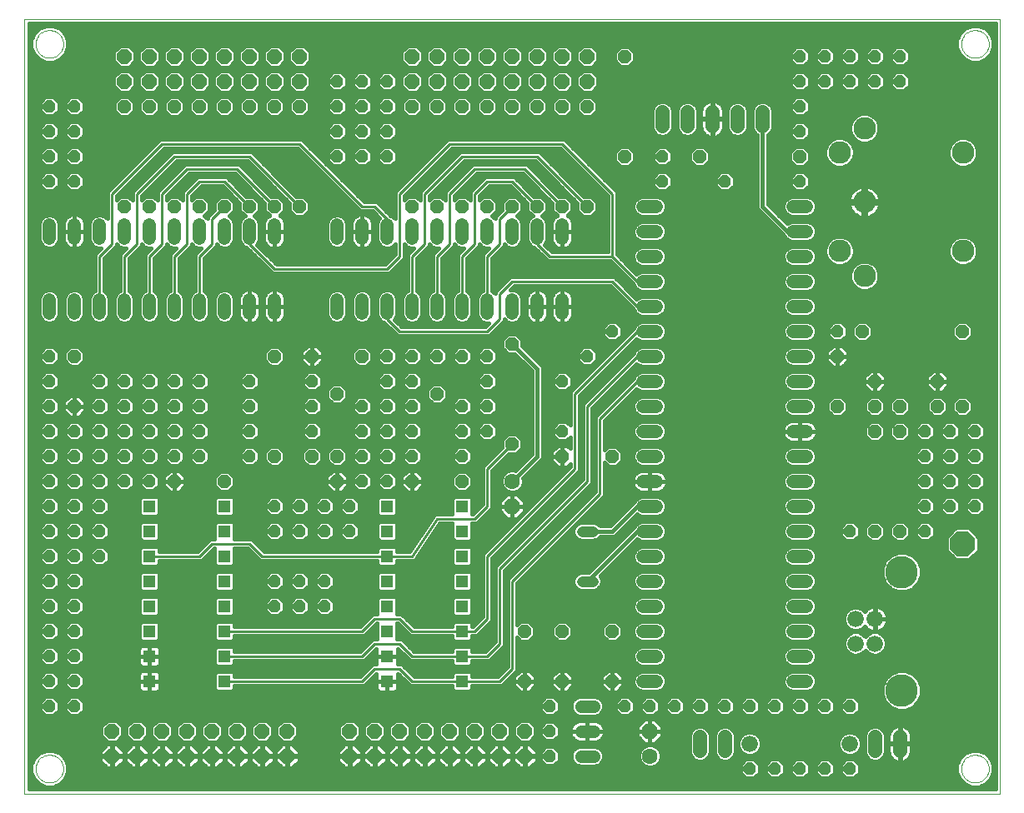
<source format=gbl>
G75*
%MOIN*%
%OFA0B0*%
%FSLAX24Y24*%
%IPPOS*%
%LPD*%
%AMOC8*
5,1,8,0,0,1.08239X$1,22.5*
%
%ADD10C,0.0000*%
%ADD11OC8,0.0520*%
%ADD12C,0.0520*%
%ADD13OC8,0.1005*%
%ADD14R,0.0515X0.0515*%
%ADD15C,0.0560*%
%ADD16C,0.0660*%
%ADD17OC8,0.0600*%
%ADD18C,0.0440*%
%ADD19OC8,0.0630*%
%ADD20C,0.0630*%
%ADD21C,0.0515*%
%ADD22C,0.0900*%
%ADD23C,0.1300*%
%ADD24C,0.0160*%
%ADD25C,0.0100*%
%ADD26OC8,0.0500*%
D10*
X001180Y001180D02*
X001180Y032180D01*
X040180Y032180D01*
X040180Y001180D01*
X001180Y001180D01*
X001629Y002180D02*
X001631Y002227D01*
X001637Y002273D01*
X001647Y002319D01*
X001660Y002364D01*
X001678Y002407D01*
X001699Y002449D01*
X001723Y002489D01*
X001751Y002526D01*
X001782Y002561D01*
X001816Y002594D01*
X001852Y002623D01*
X001891Y002649D01*
X001932Y002672D01*
X001975Y002691D01*
X002019Y002707D01*
X002064Y002719D01*
X002110Y002727D01*
X002157Y002731D01*
X002203Y002731D01*
X002250Y002727D01*
X002296Y002719D01*
X002341Y002707D01*
X002385Y002691D01*
X002428Y002672D01*
X002469Y002649D01*
X002508Y002623D01*
X002544Y002594D01*
X002578Y002561D01*
X002609Y002526D01*
X002637Y002489D01*
X002661Y002449D01*
X002682Y002407D01*
X002700Y002364D01*
X002713Y002319D01*
X002723Y002273D01*
X002729Y002227D01*
X002731Y002180D01*
X002729Y002133D01*
X002723Y002087D01*
X002713Y002041D01*
X002700Y001996D01*
X002682Y001953D01*
X002661Y001911D01*
X002637Y001871D01*
X002609Y001834D01*
X002578Y001799D01*
X002544Y001766D01*
X002508Y001737D01*
X002469Y001711D01*
X002428Y001688D01*
X002385Y001669D01*
X002341Y001653D01*
X002296Y001641D01*
X002250Y001633D01*
X002203Y001629D01*
X002157Y001629D01*
X002110Y001633D01*
X002064Y001641D01*
X002019Y001653D01*
X001975Y001669D01*
X001932Y001688D01*
X001891Y001711D01*
X001852Y001737D01*
X001816Y001766D01*
X001782Y001799D01*
X001751Y001834D01*
X001723Y001871D01*
X001699Y001911D01*
X001678Y001953D01*
X001660Y001996D01*
X001647Y002041D01*
X001637Y002087D01*
X001631Y002133D01*
X001629Y002180D01*
X001629Y031180D02*
X001631Y031227D01*
X001637Y031273D01*
X001647Y031319D01*
X001660Y031364D01*
X001678Y031407D01*
X001699Y031449D01*
X001723Y031489D01*
X001751Y031526D01*
X001782Y031561D01*
X001816Y031594D01*
X001852Y031623D01*
X001891Y031649D01*
X001932Y031672D01*
X001975Y031691D01*
X002019Y031707D01*
X002064Y031719D01*
X002110Y031727D01*
X002157Y031731D01*
X002203Y031731D01*
X002250Y031727D01*
X002296Y031719D01*
X002341Y031707D01*
X002385Y031691D01*
X002428Y031672D01*
X002469Y031649D01*
X002508Y031623D01*
X002544Y031594D01*
X002578Y031561D01*
X002609Y031526D01*
X002637Y031489D01*
X002661Y031449D01*
X002682Y031407D01*
X002700Y031364D01*
X002713Y031319D01*
X002723Y031273D01*
X002729Y031227D01*
X002731Y031180D01*
X002729Y031133D01*
X002723Y031087D01*
X002713Y031041D01*
X002700Y030996D01*
X002682Y030953D01*
X002661Y030911D01*
X002637Y030871D01*
X002609Y030834D01*
X002578Y030799D01*
X002544Y030766D01*
X002508Y030737D01*
X002469Y030711D01*
X002428Y030688D01*
X002385Y030669D01*
X002341Y030653D01*
X002296Y030641D01*
X002250Y030633D01*
X002203Y030629D01*
X002157Y030629D01*
X002110Y030633D01*
X002064Y030641D01*
X002019Y030653D01*
X001975Y030669D01*
X001932Y030688D01*
X001891Y030711D01*
X001852Y030737D01*
X001816Y030766D01*
X001782Y030799D01*
X001751Y030834D01*
X001723Y030871D01*
X001699Y030911D01*
X001678Y030953D01*
X001660Y030996D01*
X001647Y031041D01*
X001637Y031087D01*
X001631Y031133D01*
X001629Y031180D01*
X038629Y031180D02*
X038631Y031227D01*
X038637Y031273D01*
X038647Y031319D01*
X038660Y031364D01*
X038678Y031407D01*
X038699Y031449D01*
X038723Y031489D01*
X038751Y031526D01*
X038782Y031561D01*
X038816Y031594D01*
X038852Y031623D01*
X038891Y031649D01*
X038932Y031672D01*
X038975Y031691D01*
X039019Y031707D01*
X039064Y031719D01*
X039110Y031727D01*
X039157Y031731D01*
X039203Y031731D01*
X039250Y031727D01*
X039296Y031719D01*
X039341Y031707D01*
X039385Y031691D01*
X039428Y031672D01*
X039469Y031649D01*
X039508Y031623D01*
X039544Y031594D01*
X039578Y031561D01*
X039609Y031526D01*
X039637Y031489D01*
X039661Y031449D01*
X039682Y031407D01*
X039700Y031364D01*
X039713Y031319D01*
X039723Y031273D01*
X039729Y031227D01*
X039731Y031180D01*
X039729Y031133D01*
X039723Y031087D01*
X039713Y031041D01*
X039700Y030996D01*
X039682Y030953D01*
X039661Y030911D01*
X039637Y030871D01*
X039609Y030834D01*
X039578Y030799D01*
X039544Y030766D01*
X039508Y030737D01*
X039469Y030711D01*
X039428Y030688D01*
X039385Y030669D01*
X039341Y030653D01*
X039296Y030641D01*
X039250Y030633D01*
X039203Y030629D01*
X039157Y030629D01*
X039110Y030633D01*
X039064Y030641D01*
X039019Y030653D01*
X038975Y030669D01*
X038932Y030688D01*
X038891Y030711D01*
X038852Y030737D01*
X038816Y030766D01*
X038782Y030799D01*
X038751Y030834D01*
X038723Y030871D01*
X038699Y030911D01*
X038678Y030953D01*
X038660Y030996D01*
X038647Y031041D01*
X038637Y031087D01*
X038631Y031133D01*
X038629Y031180D01*
X038629Y002180D02*
X038631Y002227D01*
X038637Y002273D01*
X038647Y002319D01*
X038660Y002364D01*
X038678Y002407D01*
X038699Y002449D01*
X038723Y002489D01*
X038751Y002526D01*
X038782Y002561D01*
X038816Y002594D01*
X038852Y002623D01*
X038891Y002649D01*
X038932Y002672D01*
X038975Y002691D01*
X039019Y002707D01*
X039064Y002719D01*
X039110Y002727D01*
X039157Y002731D01*
X039203Y002731D01*
X039250Y002727D01*
X039296Y002719D01*
X039341Y002707D01*
X039385Y002691D01*
X039428Y002672D01*
X039469Y002649D01*
X039508Y002623D01*
X039544Y002594D01*
X039578Y002561D01*
X039609Y002526D01*
X039637Y002489D01*
X039661Y002449D01*
X039682Y002407D01*
X039700Y002364D01*
X039713Y002319D01*
X039723Y002273D01*
X039729Y002227D01*
X039731Y002180D01*
X039729Y002133D01*
X039723Y002087D01*
X039713Y002041D01*
X039700Y001996D01*
X039682Y001953D01*
X039661Y001911D01*
X039637Y001871D01*
X039609Y001834D01*
X039578Y001799D01*
X039544Y001766D01*
X039508Y001737D01*
X039469Y001711D01*
X039428Y001688D01*
X039385Y001669D01*
X039341Y001653D01*
X039296Y001641D01*
X039250Y001633D01*
X039203Y001629D01*
X039157Y001629D01*
X039110Y001633D01*
X039064Y001641D01*
X039019Y001653D01*
X038975Y001669D01*
X038932Y001688D01*
X038891Y001711D01*
X038852Y001737D01*
X038816Y001766D01*
X038782Y001799D01*
X038751Y001834D01*
X038723Y001871D01*
X038699Y001911D01*
X038678Y001953D01*
X038660Y001996D01*
X038647Y002041D01*
X038637Y002087D01*
X038631Y002133D01*
X038629Y002180D01*
D11*
X036180Y011680D03*
X035180Y011680D03*
X035180Y015680D03*
X036180Y015680D03*
X036180Y016680D03*
X035180Y016680D03*
X035180Y017680D03*
X033680Y016680D03*
X033680Y018680D03*
X034680Y019680D03*
X037680Y017680D03*
X037680Y016680D03*
X038680Y016680D03*
X038680Y019680D03*
X032180Y026680D03*
X028180Y026680D03*
X025180Y026680D03*
X023680Y024680D03*
X022680Y024680D03*
X021680Y024680D03*
X020680Y024680D03*
X019680Y024680D03*
X018680Y024680D03*
X017680Y024680D03*
X016680Y024680D03*
X012180Y024680D03*
X011180Y024680D03*
X010180Y024680D03*
X009180Y024680D03*
X008180Y024680D03*
X007180Y024680D03*
X006180Y024680D03*
X005180Y024680D03*
X005180Y028680D03*
X006180Y028680D03*
X007180Y028680D03*
X008180Y028680D03*
X009180Y028680D03*
X010180Y028680D03*
X011180Y028680D03*
X012180Y028680D03*
X016680Y028680D03*
X017680Y028680D03*
X018680Y028680D03*
X019680Y028680D03*
X020680Y028680D03*
X021680Y028680D03*
X022680Y028680D03*
X023680Y028680D03*
X025180Y030680D03*
X020680Y019180D03*
X017680Y017180D03*
X014680Y018680D03*
X013680Y017180D03*
X012680Y018680D03*
X011180Y018680D03*
X011180Y014680D03*
X012680Y014680D03*
X013680Y014680D03*
X013680Y013680D03*
X016680Y013680D03*
X018680Y013680D03*
X020680Y015180D03*
X022680Y014680D03*
X024680Y014680D03*
X024680Y007680D03*
X022680Y007680D03*
X021180Y007680D03*
X021180Y005680D03*
X022680Y005680D03*
X024680Y005680D03*
X009180Y013680D03*
X007180Y013680D03*
X003180Y016680D03*
X003180Y018680D03*
D12*
X003180Y020420D02*
X003180Y020940D01*
X002180Y020940D02*
X002180Y020420D01*
X004180Y020420D02*
X004180Y020940D01*
X005180Y020940D02*
X005180Y020420D01*
X006180Y020420D02*
X006180Y020940D01*
X007180Y020940D02*
X007180Y020420D01*
X008180Y020420D02*
X008180Y020940D01*
X009180Y020940D02*
X009180Y020420D01*
X010180Y020420D02*
X010180Y020940D01*
X011180Y020940D02*
X011180Y020420D01*
X013680Y020420D02*
X013680Y020940D01*
X014680Y020940D02*
X014680Y020420D01*
X015680Y020420D02*
X015680Y020940D01*
X016680Y020940D02*
X016680Y020420D01*
X017680Y020420D02*
X017680Y020940D01*
X018680Y020940D02*
X018680Y020420D01*
X019680Y020420D02*
X019680Y020940D01*
X020680Y020940D02*
X020680Y020420D01*
X021680Y020420D02*
X021680Y020940D01*
X022680Y020940D02*
X022680Y020420D01*
X025920Y020680D02*
X026440Y020680D01*
X026440Y019680D02*
X025920Y019680D01*
X025920Y018680D02*
X026440Y018680D01*
X026440Y017680D02*
X025920Y017680D01*
X025920Y016680D02*
X026440Y016680D01*
X026440Y015680D02*
X025920Y015680D01*
X025920Y014680D02*
X026440Y014680D01*
X026440Y013680D02*
X025920Y013680D01*
X025920Y012680D02*
X026440Y012680D01*
X026440Y011680D02*
X025920Y011680D01*
X025920Y010680D02*
X026440Y010680D01*
X026440Y009680D02*
X025920Y009680D01*
X025920Y008680D02*
X026440Y008680D01*
X026440Y007680D02*
X025920Y007680D01*
X025920Y006680D02*
X026440Y006680D01*
X026440Y005680D02*
X025920Y005680D01*
X031920Y005680D02*
X032440Y005680D01*
X032440Y006680D02*
X031920Y006680D01*
X031920Y007680D02*
X032440Y007680D01*
X032440Y008680D02*
X031920Y008680D01*
X031920Y009680D02*
X032440Y009680D01*
X032440Y010680D02*
X031920Y010680D01*
X031920Y011680D02*
X032440Y011680D01*
X032440Y012680D02*
X031920Y012680D01*
X031920Y013680D02*
X032440Y013680D01*
X032440Y014680D02*
X031920Y014680D01*
X031920Y015680D02*
X032440Y015680D01*
X032440Y016680D02*
X031920Y016680D01*
X031920Y017680D02*
X032440Y017680D01*
X032440Y018680D02*
X031920Y018680D01*
X031920Y019680D02*
X032440Y019680D01*
X032440Y020680D02*
X031920Y020680D01*
X031920Y021680D02*
X032440Y021680D01*
X032440Y022680D02*
X031920Y022680D01*
X031920Y023680D02*
X032440Y023680D01*
X032440Y024680D02*
X031920Y024680D01*
X026440Y024680D02*
X025920Y024680D01*
X025920Y023680D02*
X026440Y023680D01*
X026440Y022680D02*
X025920Y022680D01*
X025920Y021680D02*
X026440Y021680D01*
X022680Y023420D02*
X022680Y023940D01*
X021680Y023940D02*
X021680Y023420D01*
X020680Y023420D02*
X020680Y023940D01*
X019680Y023940D02*
X019680Y023420D01*
X018680Y023420D02*
X018680Y023940D01*
X017680Y023940D02*
X017680Y023420D01*
X016680Y023420D02*
X016680Y023940D01*
X015680Y023940D02*
X015680Y023420D01*
X014680Y023420D02*
X014680Y023940D01*
X013680Y023940D02*
X013680Y023420D01*
X011180Y023420D02*
X011180Y023940D01*
X010180Y023940D02*
X010180Y023420D01*
X009180Y023420D02*
X009180Y023940D01*
X008180Y023940D02*
X008180Y023420D01*
X007180Y023420D02*
X007180Y023940D01*
X006180Y023940D02*
X006180Y023420D01*
X005180Y023420D02*
X005180Y023940D01*
X004180Y023940D02*
X004180Y023420D01*
X003180Y023420D02*
X003180Y023940D01*
X002180Y023940D02*
X002180Y023420D01*
D13*
X038680Y011180D03*
D14*
X018680Y010680D03*
X018680Y009680D03*
X018680Y008680D03*
X018680Y007680D03*
X018680Y006680D03*
X018680Y005680D03*
X015680Y005680D03*
X015680Y006680D03*
X015680Y007680D03*
X015680Y008680D03*
X015680Y009680D03*
X015680Y010680D03*
X015680Y011680D03*
X015680Y012680D03*
X018680Y012680D03*
X018680Y011680D03*
X009180Y011680D03*
X009180Y010680D03*
X009180Y009680D03*
X009180Y008680D03*
X009180Y007680D03*
X009180Y006680D03*
X009180Y005680D03*
X006180Y005680D03*
X006180Y006680D03*
X006180Y007680D03*
X006180Y008680D03*
X006180Y009680D03*
X006180Y010680D03*
X006180Y011680D03*
X006180Y012680D03*
X009180Y012680D03*
D15*
X026680Y027900D02*
X026680Y028460D01*
X027680Y028460D02*
X027680Y027900D01*
X028680Y027900D02*
X028680Y028460D01*
X029680Y028460D02*
X029680Y027900D01*
X030680Y027900D02*
X030680Y028460D01*
X029180Y003460D02*
X029180Y002900D01*
X028180Y002900D02*
X028180Y003460D01*
X035180Y003460D02*
X035180Y002900D01*
X036180Y002900D02*
X036180Y003460D01*
D16*
X034180Y003180D03*
X030180Y003180D03*
X034400Y007188D03*
X035180Y007188D03*
X035180Y008172D03*
X034400Y008172D03*
D17*
X021180Y003680D03*
X021180Y002680D03*
X020180Y002680D03*
X019180Y002680D03*
X019180Y003680D03*
X020180Y003680D03*
X018180Y003680D03*
X017180Y003680D03*
X016180Y003680D03*
X016180Y002680D03*
X017180Y002680D03*
X018180Y002680D03*
X015180Y002680D03*
X014180Y002680D03*
X014180Y003680D03*
X015180Y003680D03*
X011680Y003680D03*
X011680Y002680D03*
X010680Y002680D03*
X009680Y002680D03*
X009680Y003680D03*
X010680Y003680D03*
X008680Y003680D03*
X007680Y003680D03*
X006680Y003680D03*
X006680Y002680D03*
X007680Y002680D03*
X008680Y002680D03*
X005680Y002680D03*
X004680Y002680D03*
X004680Y003680D03*
X005680Y003680D03*
X005180Y029680D03*
X006180Y029680D03*
X006180Y030680D03*
X005180Y030680D03*
X007180Y030680D03*
X008180Y030680D03*
X008180Y029680D03*
X007180Y029680D03*
X009180Y029680D03*
X010180Y029680D03*
X010180Y030680D03*
X009180Y030680D03*
X011180Y030680D03*
X012180Y030680D03*
X012180Y029680D03*
X011180Y029680D03*
X016680Y029680D03*
X017680Y029680D03*
X017680Y030680D03*
X016680Y030680D03*
X018680Y030680D03*
X019680Y030680D03*
X019680Y029680D03*
X018680Y029680D03*
X020680Y029680D03*
X021680Y029680D03*
X022680Y029680D03*
X022680Y030680D03*
X021680Y030680D03*
X020680Y030680D03*
X023680Y030680D03*
X023680Y029680D03*
D18*
X023900Y011680D02*
X023460Y011680D01*
X023460Y009680D02*
X023900Y009680D01*
D19*
X020680Y012680D03*
X026180Y003680D03*
D20*
X026180Y002680D03*
X020680Y013680D03*
D21*
X023423Y004680D02*
X023937Y004680D01*
X023937Y003680D02*
X023423Y003680D01*
X023423Y002680D02*
X023937Y002680D01*
D22*
X034763Y021897D03*
X033771Y022897D03*
X034759Y024861D03*
X033767Y026834D03*
X034763Y027806D03*
X038693Y026837D03*
X038693Y022897D03*
D23*
X036250Y010050D03*
X036250Y005310D03*
D24*
X035617Y004826D02*
X034570Y004826D01*
X034570Y004842D02*
X034342Y005070D01*
X034018Y005070D01*
X033790Y004842D01*
X033790Y004518D01*
X034018Y004290D01*
X034342Y004290D01*
X034570Y004518D01*
X034570Y004842D01*
X034570Y004667D02*
X035776Y004667D01*
X035803Y004640D02*
X036093Y004520D01*
X036407Y004520D01*
X036697Y004640D01*
X036920Y004863D01*
X037040Y005153D01*
X037040Y005467D01*
X036920Y005757D01*
X036697Y005980D01*
X036407Y006100D01*
X036093Y006100D01*
X035803Y005980D01*
X035580Y005757D01*
X035460Y005467D01*
X035460Y005153D01*
X035580Y004863D01*
X035803Y004640D01*
X035530Y004984D02*
X034428Y004984D01*
X034560Y004509D02*
X040000Y004509D01*
X040000Y004667D02*
X036724Y004667D01*
X036883Y004826D02*
X040000Y004826D01*
X040000Y004984D02*
X036970Y004984D01*
X037036Y005143D02*
X040000Y005143D01*
X040000Y005301D02*
X037040Y005301D01*
X037040Y005460D02*
X040000Y005460D01*
X040000Y005618D02*
X036978Y005618D01*
X036901Y005777D02*
X040000Y005777D01*
X040000Y005935D02*
X036742Y005935D01*
X036423Y006094D02*
X040000Y006094D01*
X040000Y006252D02*
X020870Y006252D01*
X020870Y006101D02*
X020870Y007424D01*
X021014Y007280D01*
X021346Y007280D01*
X021580Y007514D01*
X021580Y007846D01*
X021346Y008080D01*
X021014Y008080D01*
X020870Y007936D01*
X020870Y009601D01*
X024370Y013101D01*
X024370Y014424D01*
X024514Y014280D01*
X024846Y014280D01*
X025080Y014514D01*
X025080Y014846D01*
X024846Y015080D01*
X024514Y015080D01*
X024370Y014936D01*
X024370Y016101D01*
X025652Y017383D01*
X025693Y017341D01*
X025840Y017280D01*
X026520Y017280D01*
X026667Y017341D01*
X026779Y017453D01*
X026840Y017600D01*
X026840Y017760D01*
X026779Y017907D01*
X026667Y018019D01*
X026520Y018080D01*
X025840Y018080D01*
X025693Y018019D01*
X025581Y017907D01*
X025541Y017809D01*
X024101Y016370D01*
X023990Y016259D01*
X023990Y013259D01*
X020601Y009870D01*
X020490Y009759D01*
X020490Y006259D01*
X020101Y005870D01*
X019077Y005870D01*
X019077Y005995D01*
X018995Y006077D01*
X018365Y006077D01*
X018283Y005995D01*
X018283Y005870D01*
X016759Y005870D01*
X016259Y006370D01*
X016110Y006370D01*
X016117Y006399D01*
X016117Y006680D01*
X016117Y006961D01*
X016113Y006978D01*
X016490Y006601D01*
X016601Y006490D01*
X018283Y006490D01*
X018283Y006365D01*
X018365Y006283D01*
X018995Y006283D01*
X019077Y006365D01*
X019077Y006490D01*
X019759Y006490D01*
X019870Y006601D01*
X020370Y007101D01*
X020370Y010101D01*
X023870Y013601D01*
X023870Y016601D01*
X025652Y018383D01*
X025693Y018341D01*
X025840Y018280D01*
X026520Y018280D01*
X026667Y018341D01*
X026779Y018453D01*
X026840Y018600D01*
X026840Y018760D01*
X026779Y018907D01*
X026667Y019019D01*
X026520Y019080D01*
X025840Y019080D01*
X025693Y019019D01*
X025581Y018907D01*
X025541Y018809D01*
X023601Y016870D01*
X023490Y016759D01*
X023490Y013759D01*
X020101Y010370D01*
X019990Y010259D01*
X019990Y007259D01*
X019601Y006870D01*
X019077Y006870D01*
X019077Y006995D01*
X018995Y007077D01*
X018365Y007077D01*
X018283Y006995D01*
X018283Y006870D01*
X016759Y006870D01*
X016259Y007370D01*
X016077Y007370D01*
X016077Y007990D01*
X016101Y007990D01*
X016490Y007601D01*
X016601Y007490D01*
X018283Y007490D01*
X018283Y007365D01*
X018365Y007283D01*
X018995Y007283D01*
X019077Y007365D01*
X019077Y007490D01*
X019259Y007490D01*
X019370Y007601D01*
X019870Y008101D01*
X019870Y010601D01*
X023370Y014101D01*
X023370Y017101D01*
X025652Y019383D01*
X025693Y019341D01*
X025840Y019280D01*
X026520Y019280D01*
X026667Y019341D01*
X026779Y019453D01*
X026840Y019600D01*
X026840Y019760D01*
X026779Y019907D01*
X026667Y020019D01*
X026520Y020080D01*
X025840Y020080D01*
X025693Y020019D01*
X025581Y019907D01*
X025541Y019809D01*
X023101Y017370D01*
X022990Y017259D01*
X022990Y015922D01*
X022842Y016070D01*
X022518Y016070D01*
X022290Y015842D01*
X022290Y015518D01*
X022518Y015290D01*
X022842Y015290D01*
X022990Y015438D01*
X022990Y014992D01*
X022862Y015120D01*
X022680Y015120D01*
X022680Y014680D01*
X022680Y014680D01*
X022680Y014240D01*
X022862Y014240D01*
X022990Y014368D01*
X022990Y014259D01*
X019601Y010870D01*
X019490Y010759D01*
X019490Y008259D01*
X019101Y007870D01*
X019077Y007870D01*
X019077Y007995D01*
X018995Y008077D01*
X018365Y008077D01*
X018283Y007995D01*
X018283Y007870D01*
X016759Y007870D01*
X016259Y008370D01*
X016077Y008370D01*
X016077Y008995D01*
X015995Y009077D01*
X015365Y009077D01*
X015283Y008995D01*
X015283Y008370D01*
X015101Y008370D01*
X014990Y008259D01*
X014601Y007870D01*
X009577Y007870D01*
X009577Y007995D01*
X009495Y008077D01*
X008865Y008077D01*
X008783Y007995D01*
X008783Y007365D01*
X008865Y007283D01*
X009495Y007283D01*
X009577Y007365D01*
X009577Y007490D01*
X014759Y007490D01*
X015259Y007990D01*
X015283Y007990D01*
X015283Y007370D01*
X015101Y007370D01*
X014601Y006870D01*
X009577Y006870D01*
X009577Y006995D01*
X009495Y007077D01*
X008865Y007077D01*
X008783Y006995D01*
X008783Y006365D01*
X008865Y006283D01*
X009495Y006283D01*
X009577Y006365D01*
X009577Y006490D01*
X014759Y006490D01*
X015247Y006978D01*
X015243Y006961D01*
X015243Y006680D01*
X015243Y006399D01*
X015250Y006370D01*
X015101Y006370D01*
X014990Y006259D01*
X014601Y005870D01*
X009577Y005870D01*
X009577Y005995D01*
X009495Y006077D01*
X008865Y006077D01*
X008783Y005995D01*
X008783Y005365D01*
X008865Y005283D01*
X009495Y005283D01*
X009577Y005365D01*
X009577Y005490D01*
X014759Y005490D01*
X015247Y005978D01*
X015243Y005961D01*
X015243Y005680D01*
X015243Y005399D01*
X015255Y005353D01*
X015278Y005312D01*
X015312Y005278D01*
X015353Y005255D01*
X015399Y005243D01*
X015680Y005243D01*
X015961Y005243D01*
X016007Y005255D01*
X016048Y005278D01*
X016082Y005312D01*
X016105Y005353D01*
X016117Y005399D01*
X016117Y005680D01*
X016117Y005961D01*
X016113Y005978D01*
X016490Y005601D01*
X016601Y005490D01*
X018283Y005490D01*
X018283Y005365D01*
X018365Y005283D01*
X018995Y005283D01*
X019077Y005365D01*
X019077Y005490D01*
X020259Y005490D01*
X020370Y005601D01*
X020870Y006101D01*
X020862Y006094D02*
X020971Y006094D01*
X020998Y006120D02*
X020740Y005862D01*
X020740Y005680D01*
X021180Y005680D01*
X021180Y005680D01*
X021180Y006120D01*
X021362Y006120D01*
X021620Y005862D01*
X021620Y005680D01*
X021180Y005680D01*
X021180Y005680D01*
X021180Y005680D01*
X021180Y006120D01*
X020998Y006120D01*
X021180Y006094D02*
X021180Y006094D01*
X021180Y005935D02*
X021180Y005935D01*
X021180Y005777D02*
X021180Y005777D01*
X021180Y005680D02*
X020740Y005680D01*
X020740Y005498D01*
X020998Y005240D01*
X021180Y005240D01*
X021362Y005240D01*
X021620Y005498D01*
X021620Y005680D01*
X021180Y005680D01*
X021180Y005240D01*
X021180Y005680D01*
X021180Y005680D01*
X021180Y005618D02*
X021180Y005618D01*
X021180Y005460D02*
X021180Y005460D01*
X021180Y005301D02*
X021180Y005301D01*
X021423Y005301D02*
X022437Y005301D01*
X022498Y005240D02*
X022240Y005498D01*
X022240Y005680D01*
X022680Y005680D01*
X022680Y005680D01*
X022680Y006120D01*
X022862Y006120D01*
X023120Y005862D01*
X023120Y005680D01*
X022680Y005680D01*
X022680Y005680D01*
X022680Y005680D01*
X022680Y006120D01*
X022498Y006120D01*
X022240Y005862D01*
X022240Y005680D01*
X022680Y005680D01*
X023120Y005680D01*
X023120Y005498D01*
X022862Y005240D01*
X022680Y005240D01*
X022680Y005680D01*
X022680Y005680D01*
X022680Y005240D01*
X022498Y005240D01*
X022680Y005301D02*
X022680Y005301D01*
X022680Y005460D02*
X022680Y005460D01*
X022680Y005618D02*
X022680Y005618D01*
X022680Y005777D02*
X022680Y005777D01*
X022680Y005935D02*
X022680Y005935D01*
X022680Y006094D02*
X022680Y006094D01*
X022889Y006094D02*
X024471Y006094D01*
X024498Y006120D02*
X024240Y005862D01*
X024240Y005680D01*
X024680Y005680D01*
X024680Y005680D01*
X024680Y006120D01*
X024862Y006120D01*
X025120Y005862D01*
X025120Y005680D01*
X024680Y005680D01*
X024680Y005680D01*
X024680Y005680D01*
X024680Y006120D01*
X024498Y006120D01*
X024680Y006094D02*
X024680Y006094D01*
X024680Y005935D02*
X024680Y005935D01*
X024680Y005777D02*
X024680Y005777D01*
X024680Y005680D02*
X024240Y005680D01*
X024240Y005498D01*
X024498Y005240D01*
X024680Y005240D01*
X024862Y005240D01*
X025120Y005498D01*
X025120Y005680D01*
X024680Y005680D01*
X024680Y005240D01*
X024680Y005680D01*
X024680Y005680D01*
X024680Y005618D02*
X024680Y005618D01*
X024680Y005460D02*
X024680Y005460D01*
X024680Y005301D02*
X024680Y005301D01*
X024923Y005301D02*
X025790Y005301D01*
X025840Y005280D02*
X026520Y005280D01*
X026667Y005341D01*
X026779Y005453D01*
X026840Y005600D01*
X026840Y005760D01*
X026779Y005907D01*
X026667Y006019D01*
X026520Y006080D01*
X025840Y006080D01*
X025693Y006019D01*
X025581Y005907D01*
X025520Y005760D01*
X025520Y005600D01*
X025581Y005453D01*
X025693Y005341D01*
X025840Y005280D01*
X026018Y005070D02*
X025790Y004842D01*
X025790Y004518D01*
X026018Y004290D01*
X026342Y004290D01*
X026570Y004518D01*
X026570Y004842D01*
X026342Y005070D01*
X026018Y005070D01*
X025932Y004984D02*
X025428Y004984D01*
X025342Y005070D02*
X025570Y004842D01*
X025570Y004518D01*
X025342Y004290D01*
X025018Y004290D01*
X024790Y004518D01*
X024790Y004842D01*
X025018Y005070D01*
X025342Y005070D01*
X025570Y004826D02*
X025790Y004826D01*
X025790Y004667D02*
X025570Y004667D01*
X025560Y004509D02*
X025800Y004509D01*
X025958Y004350D02*
X025402Y004350D01*
X024958Y004350D02*
X024170Y004350D01*
X024163Y004343D02*
X024274Y004455D01*
X024335Y004601D01*
X024335Y004759D01*
X024274Y004905D01*
X024163Y005017D01*
X024017Y005077D01*
X023343Y005077D01*
X023197Y005017D01*
X023086Y004905D01*
X023025Y004759D01*
X023025Y004601D01*
X023086Y004455D01*
X023197Y004343D01*
X023343Y004283D01*
X024017Y004283D01*
X024163Y004343D01*
X024297Y004509D02*
X024800Y004509D01*
X024790Y004667D02*
X024335Y004667D01*
X024307Y004826D02*
X024790Y004826D01*
X024932Y004984D02*
X024196Y004984D01*
X024437Y005301D02*
X022923Y005301D01*
X023082Y005460D02*
X024278Y005460D01*
X024240Y005618D02*
X023120Y005618D01*
X023120Y005777D02*
X024240Y005777D01*
X024313Y005935D02*
X023047Y005935D01*
X022471Y006094D02*
X021389Y006094D01*
X021547Y005935D02*
X022313Y005935D01*
X022240Y005777D02*
X021620Y005777D01*
X021620Y005618D02*
X022240Y005618D01*
X022278Y005460D02*
X021582Y005460D01*
X022018Y005070D02*
X021790Y004842D01*
X021790Y004518D01*
X022018Y004290D01*
X022342Y004290D01*
X022570Y004518D01*
X022570Y004842D01*
X022342Y005070D01*
X022018Y005070D01*
X021932Y004984D02*
X003428Y004984D01*
X003342Y005070D02*
X003570Y004842D01*
X003570Y004518D01*
X003342Y004290D01*
X003018Y004290D01*
X002790Y004518D01*
X002790Y004842D01*
X003018Y005070D01*
X003342Y005070D01*
X003342Y005290D02*
X003570Y005518D01*
X003570Y005842D01*
X003342Y006070D01*
X003018Y006070D01*
X002790Y005842D01*
X002790Y005518D01*
X003018Y005290D01*
X003342Y005290D01*
X003353Y005301D02*
X005789Y005301D01*
X005778Y005312D02*
X005812Y005278D01*
X005853Y005255D01*
X005899Y005243D01*
X006180Y005243D01*
X006461Y005243D01*
X006507Y005255D01*
X006548Y005278D01*
X006582Y005312D01*
X006605Y005353D01*
X006617Y005399D01*
X006617Y005680D01*
X006617Y005961D01*
X006605Y006007D01*
X006582Y006048D01*
X006548Y006082D01*
X006507Y006105D01*
X006461Y006117D01*
X006180Y006117D01*
X006180Y005680D01*
X006180Y005680D01*
X006617Y005680D01*
X006180Y005680D01*
X006180Y005680D01*
X006180Y005243D01*
X006180Y005680D01*
X006180Y005680D01*
X006180Y005680D01*
X005743Y005680D01*
X005743Y005399D01*
X005755Y005353D01*
X005778Y005312D01*
X005743Y005460D02*
X003511Y005460D01*
X003570Y005618D02*
X005743Y005618D01*
X005743Y005680D02*
X006180Y005680D01*
X006180Y006117D01*
X005899Y006117D01*
X005853Y006105D01*
X005812Y006082D01*
X005778Y006048D01*
X005755Y006007D01*
X005743Y005961D01*
X005743Y005680D01*
X005743Y005777D02*
X003570Y005777D01*
X003477Y005935D02*
X005743Y005935D01*
X005833Y006094D02*
X001360Y006094D01*
X001360Y006252D02*
X005863Y006252D01*
X005853Y006255D02*
X005899Y006243D01*
X006180Y006243D01*
X006461Y006243D01*
X006507Y006255D01*
X006548Y006278D01*
X006582Y006312D01*
X006605Y006353D01*
X006617Y006399D01*
X006617Y006680D01*
X006617Y006961D01*
X006605Y007007D01*
X006582Y007048D01*
X006548Y007082D01*
X006507Y007105D01*
X006461Y007117D01*
X006180Y007117D01*
X006180Y006680D01*
X006180Y006680D01*
X006617Y006680D01*
X006180Y006680D01*
X006180Y006680D01*
X006180Y006243D01*
X006180Y006680D01*
X006180Y006680D01*
X006180Y006680D01*
X005743Y006680D01*
X005743Y006399D01*
X005755Y006353D01*
X005778Y006312D01*
X005812Y006278D01*
X005853Y006255D01*
X005743Y006411D02*
X003462Y006411D01*
X003570Y006518D02*
X003342Y006290D01*
X003018Y006290D01*
X002790Y006518D01*
X002790Y006842D01*
X003018Y007070D01*
X003342Y007070D01*
X003570Y006842D01*
X003570Y006518D01*
X003570Y006569D02*
X005743Y006569D01*
X005743Y006680D02*
X006180Y006680D01*
X006180Y007117D01*
X005899Y007117D01*
X005853Y007105D01*
X005812Y007082D01*
X005778Y007048D01*
X005755Y007007D01*
X005743Y006961D01*
X005743Y006680D01*
X005743Y006728D02*
X003570Y006728D01*
X003526Y006886D02*
X005743Y006886D01*
X005776Y007045D02*
X003367Y007045D01*
X003342Y007290D02*
X003570Y007518D01*
X003570Y007842D01*
X003342Y008070D01*
X003018Y008070D01*
X002790Y007842D01*
X002790Y007518D01*
X003018Y007290D01*
X003342Y007290D01*
X003413Y007362D02*
X005786Y007362D01*
X005783Y007365D02*
X005865Y007283D01*
X006495Y007283D01*
X006577Y007365D01*
X006577Y007995D01*
X006495Y008077D01*
X005865Y008077D01*
X005783Y007995D01*
X005783Y007365D01*
X005783Y007520D02*
X003570Y007520D01*
X003570Y007679D02*
X005783Y007679D01*
X005783Y007837D02*
X003570Y007837D01*
X003416Y007996D02*
X005783Y007996D01*
X005865Y008283D02*
X005783Y008365D01*
X005783Y008995D01*
X005865Y009077D01*
X006495Y009077D01*
X006577Y008995D01*
X006577Y008365D01*
X006495Y008283D01*
X005865Y008283D01*
X005835Y008313D02*
X003364Y008313D01*
X003342Y008290D02*
X003570Y008518D01*
X003570Y008842D01*
X003342Y009070D01*
X003018Y009070D01*
X002790Y008842D01*
X002790Y008518D01*
X003018Y008290D01*
X003342Y008290D01*
X003523Y008471D02*
X005783Y008471D01*
X005783Y008630D02*
X003570Y008630D01*
X003570Y008788D02*
X005783Y008788D01*
X005783Y008947D02*
X003465Y008947D01*
X003342Y009290D02*
X003018Y009290D01*
X002790Y009518D01*
X002790Y009842D01*
X003018Y010070D01*
X003342Y010070D01*
X003570Y009842D01*
X003570Y009518D01*
X003342Y009290D01*
X003474Y009422D02*
X005783Y009422D01*
X005783Y009365D02*
X005865Y009283D01*
X006495Y009283D01*
X006577Y009365D01*
X006577Y009995D01*
X006495Y010077D01*
X005865Y010077D01*
X005783Y009995D01*
X005783Y009365D01*
X005783Y009581D02*
X003570Y009581D01*
X003570Y009739D02*
X005783Y009739D01*
X005783Y009898D02*
X003514Y009898D01*
X003356Y010056D02*
X005843Y010056D01*
X005865Y010283D02*
X006495Y010283D01*
X006577Y010365D01*
X006577Y010490D01*
X008259Y010490D01*
X008759Y010990D01*
X008783Y010990D01*
X008783Y010365D01*
X008865Y010283D01*
X009495Y010283D01*
X009577Y010365D01*
X009577Y010990D01*
X010101Y010990D01*
X010490Y010601D01*
X010601Y010490D01*
X015283Y010490D01*
X015283Y010365D01*
X015365Y010283D01*
X015995Y010283D01*
X016077Y010365D01*
X016077Y010490D01*
X016622Y010490D01*
X016640Y010478D01*
X016699Y010490D01*
X016759Y010490D01*
X016774Y010505D01*
X016794Y010509D01*
X016828Y010559D01*
X016870Y010601D01*
X016870Y010622D01*
X017782Y011990D01*
X018283Y011990D01*
X018283Y011365D01*
X018365Y011283D01*
X018995Y011283D01*
X019077Y011365D01*
X019077Y011990D01*
X019259Y011990D01*
X019370Y012101D01*
X019870Y012601D01*
X019870Y014101D01*
X020549Y014780D01*
X020846Y014780D01*
X021080Y015014D01*
X021080Y015346D01*
X020846Y015580D01*
X020514Y015580D01*
X020280Y015346D01*
X020280Y015049D01*
X019601Y014370D01*
X019490Y014259D01*
X019490Y012759D01*
X019101Y012370D01*
X019077Y012370D01*
X019077Y012995D01*
X018995Y013077D01*
X018365Y013077D01*
X018283Y012995D01*
X018283Y012370D01*
X017738Y012370D01*
X017720Y012382D01*
X017661Y012370D01*
X017601Y012370D01*
X017586Y012355D01*
X017566Y012351D01*
X017532Y012301D01*
X017490Y012259D01*
X017490Y012238D01*
X016578Y010870D01*
X016077Y010870D01*
X016077Y010995D01*
X015995Y011077D01*
X015365Y011077D01*
X015283Y010995D01*
X015283Y010870D01*
X010759Y010870D01*
X010259Y011370D01*
X009577Y011370D01*
X009577Y011995D01*
X009495Y012077D01*
X008865Y012077D01*
X008783Y011995D01*
X008783Y011370D01*
X008601Y011370D01*
X008490Y011259D01*
X008101Y010870D01*
X006577Y010870D01*
X006577Y010995D01*
X006495Y011077D01*
X005865Y011077D01*
X005783Y010995D01*
X005783Y010365D01*
X005865Y010283D01*
X005783Y010373D02*
X004425Y010373D01*
X004342Y010290D02*
X004018Y010290D01*
X003790Y010518D01*
X003790Y010842D01*
X004018Y011070D01*
X004342Y011070D01*
X004570Y010842D01*
X004570Y010518D01*
X004342Y010290D01*
X004570Y010532D02*
X005783Y010532D01*
X005783Y010690D02*
X004570Y010690D01*
X004563Y010849D02*
X005783Y010849D01*
X005794Y011007D02*
X004405Y011007D01*
X004342Y011290D02*
X004018Y011290D01*
X003790Y011518D01*
X003790Y011842D01*
X004018Y012070D01*
X004342Y012070D01*
X004570Y011842D01*
X004570Y011518D01*
X004342Y011290D01*
X004376Y011324D02*
X005823Y011324D01*
X005783Y011365D02*
X005865Y011283D01*
X006495Y011283D01*
X006577Y011365D01*
X006577Y011995D01*
X006495Y012077D01*
X005865Y012077D01*
X005783Y011995D01*
X005783Y011365D01*
X005783Y011483D02*
X004534Y011483D01*
X004570Y011641D02*
X005783Y011641D01*
X005783Y011800D02*
X004570Y011800D01*
X004454Y011958D02*
X005783Y011958D01*
X005865Y012283D02*
X005783Y012365D01*
X005783Y012995D01*
X005865Y013077D01*
X006495Y013077D01*
X006577Y012995D01*
X006577Y012365D01*
X006495Y012283D01*
X005865Y012283D01*
X005783Y012434D02*
X004485Y012434D01*
X004570Y012518D02*
X004342Y012290D01*
X004018Y012290D01*
X003790Y012518D01*
X003790Y012842D01*
X004018Y013070D01*
X004342Y013070D01*
X004570Y012842D01*
X004570Y012518D01*
X004570Y012592D02*
X005783Y012592D01*
X005783Y012751D02*
X004570Y012751D01*
X004503Y012909D02*
X005783Y012909D01*
X005855Y013068D02*
X004344Y013068D01*
X004342Y013290D02*
X004570Y013518D01*
X004570Y013842D01*
X004342Y014070D01*
X004018Y014070D01*
X003790Y013842D01*
X003790Y013518D01*
X004018Y013290D01*
X004342Y013290D01*
X004436Y013385D02*
X004924Y013385D01*
X005018Y013290D02*
X004790Y013518D01*
X004790Y013842D01*
X005018Y014070D01*
X005342Y014070D01*
X005570Y013842D01*
X005570Y013518D01*
X005342Y013290D01*
X005018Y013290D01*
X004790Y013543D02*
X004570Y013543D01*
X004570Y013702D02*
X004790Y013702D01*
X004808Y013860D02*
X004552Y013860D01*
X004393Y014019D02*
X004967Y014019D01*
X005018Y014290D02*
X005342Y014290D01*
X005570Y014518D01*
X005570Y014842D01*
X005342Y015070D01*
X005018Y015070D01*
X004790Y014842D01*
X004790Y014518D01*
X005018Y014290D01*
X004973Y014336D02*
X004387Y014336D01*
X004342Y014290D02*
X004570Y014518D01*
X004570Y014842D01*
X004342Y015070D01*
X004018Y015070D01*
X003790Y014842D01*
X003790Y014518D01*
X004018Y014290D01*
X004342Y014290D01*
X004546Y014494D02*
X004814Y014494D01*
X004790Y014653D02*
X004570Y014653D01*
X004570Y014811D02*
X004790Y014811D01*
X004918Y014970D02*
X004442Y014970D01*
X004342Y015290D02*
X004018Y015290D01*
X003790Y015518D01*
X003790Y015842D01*
X004018Y016070D01*
X004342Y016070D01*
X004570Y015842D01*
X004570Y015518D01*
X004342Y015290D01*
X004497Y015445D02*
X004863Y015445D01*
X004790Y015518D02*
X005018Y015290D01*
X005342Y015290D01*
X005570Y015518D01*
X005570Y015842D01*
X005342Y016070D01*
X005018Y016070D01*
X004790Y015842D01*
X004790Y015518D01*
X004790Y015604D02*
X004570Y015604D01*
X004570Y015762D02*
X004790Y015762D01*
X004869Y015921D02*
X004491Y015921D01*
X004342Y016290D02*
X004018Y016290D01*
X003790Y016518D01*
X003790Y016842D01*
X004018Y017070D01*
X004342Y017070D01*
X004570Y016842D01*
X004570Y016518D01*
X004342Y016290D01*
X004448Y016396D02*
X004912Y016396D01*
X005018Y016290D02*
X004790Y016518D01*
X004790Y016842D01*
X005018Y017070D01*
X005342Y017070D01*
X005570Y016842D01*
X005570Y016518D01*
X005342Y016290D01*
X005018Y016290D01*
X004790Y016555D02*
X004570Y016555D01*
X004570Y016713D02*
X004790Y016713D01*
X004820Y016872D02*
X004540Y016872D01*
X004382Y017030D02*
X004978Y017030D01*
X005018Y017290D02*
X005342Y017290D01*
X005570Y017518D01*
X005570Y017842D01*
X005342Y018070D01*
X005018Y018070D01*
X004790Y017842D01*
X004790Y017518D01*
X005018Y017290D01*
X004961Y017347D02*
X004399Y017347D01*
X004342Y017290D02*
X004570Y017518D01*
X004570Y017842D01*
X004342Y018070D01*
X004018Y018070D01*
X003790Y017842D01*
X003790Y017518D01*
X004018Y017290D01*
X004342Y017290D01*
X004557Y017506D02*
X004803Y017506D01*
X004790Y017664D02*
X004570Y017664D01*
X004570Y017823D02*
X004790Y017823D01*
X004929Y017981D02*
X004431Y017981D01*
X003929Y017981D02*
X002431Y017981D01*
X002342Y018070D02*
X002018Y018070D01*
X001790Y017842D01*
X001790Y017518D01*
X002018Y017290D01*
X002342Y017290D01*
X002570Y017518D01*
X002570Y017842D01*
X002342Y018070D01*
X002342Y018290D02*
X002570Y018518D01*
X002570Y018842D01*
X002342Y019070D01*
X002018Y019070D01*
X001790Y018842D01*
X001790Y018518D01*
X002018Y018290D01*
X002342Y018290D01*
X002350Y018298D02*
X002996Y018298D01*
X003014Y018280D02*
X003346Y018280D01*
X003580Y018514D01*
X003580Y018846D01*
X003346Y019080D01*
X003014Y019080D01*
X002780Y018846D01*
X002780Y018514D01*
X003014Y018280D01*
X002838Y018457D02*
X002508Y018457D01*
X002570Y018615D02*
X002780Y018615D01*
X002780Y018774D02*
X002570Y018774D01*
X002480Y018932D02*
X002866Y018932D01*
X003494Y018932D02*
X010866Y018932D01*
X010780Y018846D02*
X010780Y018514D01*
X011014Y018280D01*
X011346Y018280D01*
X011580Y018514D01*
X011580Y018846D01*
X011346Y019080D01*
X011014Y019080D01*
X010780Y018846D01*
X010780Y018774D02*
X003580Y018774D01*
X003580Y018615D02*
X010780Y018615D01*
X010838Y018457D02*
X003522Y018457D01*
X003364Y018298D02*
X010996Y018298D01*
X011364Y018298D02*
X012440Y018298D01*
X012498Y018240D02*
X012680Y018240D01*
X012862Y018240D01*
X013120Y018498D01*
X013120Y018680D01*
X013120Y018862D01*
X012862Y019120D01*
X012680Y019120D01*
X012680Y018680D01*
X013120Y018680D01*
X012680Y018680D01*
X012680Y018680D01*
X012680Y018680D01*
X012680Y018240D01*
X012680Y018680D01*
X012680Y018680D01*
X012680Y018680D01*
X012240Y018680D01*
X012240Y018862D01*
X012498Y019120D01*
X012680Y019120D01*
X012680Y018680D01*
X012240Y018680D01*
X012240Y018498D01*
X012498Y018240D01*
X012518Y018070D02*
X012290Y017842D01*
X012290Y017518D01*
X012518Y017290D01*
X012842Y017290D01*
X013070Y017518D01*
X013070Y017842D01*
X012842Y018070D01*
X012518Y018070D01*
X012429Y017981D02*
X010431Y017981D01*
X010342Y018070D02*
X010570Y017842D01*
X010570Y017518D01*
X010342Y017290D01*
X010018Y017290D01*
X009790Y017518D01*
X009790Y017842D01*
X010018Y018070D01*
X010342Y018070D01*
X010570Y017823D02*
X012290Y017823D01*
X012290Y017664D02*
X010570Y017664D01*
X010557Y017506D02*
X012303Y017506D01*
X012461Y017347D02*
X010399Y017347D01*
X010342Y017070D02*
X010018Y017070D01*
X009790Y016842D01*
X009790Y016518D01*
X010018Y016290D01*
X010342Y016290D01*
X010570Y016518D01*
X010570Y016842D01*
X010342Y017070D01*
X010382Y017030D02*
X012478Y017030D01*
X012518Y017070D02*
X012290Y016842D01*
X012290Y016518D01*
X012518Y016290D01*
X012842Y016290D01*
X013070Y016518D01*
X013070Y016842D01*
X012842Y017070D01*
X012518Y017070D01*
X012320Y016872D02*
X010540Y016872D01*
X010570Y016713D02*
X012290Y016713D01*
X012290Y016555D02*
X010570Y016555D01*
X010448Y016396D02*
X012412Y016396D01*
X012518Y016070D02*
X012290Y015842D01*
X012290Y015518D01*
X012518Y015290D01*
X012842Y015290D01*
X013070Y015518D01*
X013070Y015842D01*
X012842Y016070D01*
X012518Y016070D01*
X012369Y015921D02*
X010491Y015921D01*
X010570Y015842D02*
X010342Y016070D01*
X010018Y016070D01*
X009790Y015842D01*
X009790Y015518D01*
X010018Y015290D01*
X010342Y015290D01*
X010570Y015518D01*
X010570Y015842D01*
X010570Y015762D02*
X012290Y015762D01*
X012290Y015604D02*
X010570Y015604D01*
X010497Y015445D02*
X012363Y015445D01*
X012514Y015080D02*
X012280Y014846D01*
X012280Y014514D01*
X012514Y014280D01*
X012846Y014280D01*
X013080Y014514D01*
X013080Y014846D01*
X012846Y015080D01*
X012514Y015080D01*
X012404Y014970D02*
X011456Y014970D01*
X011346Y015080D02*
X011580Y014846D01*
X011580Y014514D01*
X011346Y014280D01*
X011014Y014280D01*
X010780Y014514D01*
X010780Y014846D01*
X011014Y015080D01*
X011346Y015080D01*
X011580Y014811D02*
X012280Y014811D01*
X012280Y014653D02*
X011580Y014653D01*
X011560Y014494D02*
X012300Y014494D01*
X012459Y014336D02*
X011401Y014336D01*
X010959Y014336D02*
X010387Y014336D01*
X010342Y014290D02*
X010570Y014518D01*
X010570Y014842D01*
X010342Y015070D01*
X010018Y015070D01*
X009790Y014842D01*
X009790Y014518D01*
X010018Y014290D01*
X010342Y014290D01*
X010546Y014494D02*
X010800Y014494D01*
X010780Y014653D02*
X010570Y014653D01*
X010570Y014811D02*
X010780Y014811D01*
X010904Y014970D02*
X010442Y014970D01*
X009918Y014970D02*
X008442Y014970D01*
X008342Y015070D02*
X008570Y014842D01*
X008570Y014518D01*
X008342Y014290D01*
X008018Y014290D01*
X007790Y014518D01*
X007790Y014842D01*
X008018Y015070D01*
X008342Y015070D01*
X008342Y015290D02*
X008570Y015518D01*
X008570Y015842D01*
X008342Y016070D01*
X008018Y016070D01*
X007790Y015842D01*
X007790Y015518D01*
X008018Y015290D01*
X008342Y015290D01*
X008497Y015445D02*
X009863Y015445D01*
X009790Y015604D02*
X008570Y015604D01*
X008570Y015762D02*
X009790Y015762D01*
X009869Y015921D02*
X008491Y015921D01*
X008342Y016290D02*
X008018Y016290D01*
X007790Y016518D01*
X007790Y016842D01*
X008018Y017070D01*
X008342Y017070D01*
X008570Y016842D01*
X008570Y016518D01*
X008342Y016290D01*
X008448Y016396D02*
X009912Y016396D01*
X009790Y016555D02*
X008570Y016555D01*
X008570Y016713D02*
X009790Y016713D01*
X009820Y016872D02*
X008540Y016872D01*
X008382Y017030D02*
X009978Y017030D01*
X009961Y017347D02*
X008399Y017347D01*
X008342Y017290D02*
X008570Y017518D01*
X008570Y017842D01*
X008342Y018070D01*
X008018Y018070D01*
X007790Y017842D01*
X007790Y017518D01*
X008018Y017290D01*
X008342Y017290D01*
X008557Y017506D02*
X009803Y017506D01*
X009790Y017664D02*
X008570Y017664D01*
X008570Y017823D02*
X009790Y017823D01*
X009929Y017981D02*
X008431Y017981D01*
X007929Y017981D02*
X007431Y017981D01*
X007342Y018070D02*
X007018Y018070D01*
X006790Y017842D01*
X006790Y017518D01*
X007018Y017290D01*
X007342Y017290D01*
X007570Y017518D01*
X007570Y017842D01*
X007342Y018070D01*
X007570Y017823D02*
X007790Y017823D01*
X007790Y017664D02*
X007570Y017664D01*
X007557Y017506D02*
X007803Y017506D01*
X007961Y017347D02*
X007399Y017347D01*
X007342Y017070D02*
X007018Y017070D01*
X006790Y016842D01*
X006790Y016518D01*
X007018Y016290D01*
X007342Y016290D01*
X007570Y016518D01*
X007570Y016842D01*
X007342Y017070D01*
X007382Y017030D02*
X007978Y017030D01*
X007820Y016872D02*
X007540Y016872D01*
X007570Y016713D02*
X007790Y016713D01*
X007790Y016555D02*
X007570Y016555D01*
X007448Y016396D02*
X007912Y016396D01*
X007869Y015921D02*
X007491Y015921D01*
X007570Y015842D02*
X007342Y016070D01*
X007018Y016070D01*
X006790Y015842D01*
X006790Y015518D01*
X007018Y015290D01*
X007342Y015290D01*
X007570Y015518D01*
X007570Y015842D01*
X007570Y015762D02*
X007790Y015762D01*
X007790Y015604D02*
X007570Y015604D01*
X007497Y015445D02*
X007863Y015445D01*
X007918Y014970D02*
X007442Y014970D01*
X007342Y015070D02*
X007018Y015070D01*
X006790Y014842D01*
X006790Y014518D01*
X007018Y014290D01*
X007342Y014290D01*
X007570Y014518D01*
X007570Y014842D01*
X007342Y015070D01*
X007570Y014811D02*
X007790Y014811D01*
X007790Y014653D02*
X007570Y014653D01*
X007546Y014494D02*
X007814Y014494D01*
X007973Y014336D02*
X007387Y014336D01*
X007362Y014120D02*
X007180Y014120D01*
X007180Y013680D01*
X007620Y013680D01*
X007620Y013862D01*
X007362Y014120D01*
X007464Y014019D02*
X008953Y014019D01*
X009014Y014080D02*
X008780Y013846D01*
X008780Y013514D01*
X009014Y013280D01*
X009346Y013280D01*
X009580Y013514D01*
X009580Y013846D01*
X009346Y014080D01*
X009014Y014080D01*
X008794Y013860D02*
X007620Y013860D01*
X007620Y013702D02*
X008780Y013702D01*
X008780Y013543D02*
X007620Y013543D01*
X007620Y013498D02*
X007620Y013680D01*
X007180Y013680D01*
X007180Y013680D01*
X007180Y013680D01*
X007180Y013240D01*
X007362Y013240D01*
X007620Y013498D01*
X007507Y013385D02*
X008910Y013385D01*
X008865Y013077D02*
X008783Y012995D01*
X008783Y012365D01*
X008865Y012283D01*
X009495Y012283D01*
X009577Y012365D01*
X009577Y012995D01*
X009495Y013077D01*
X008865Y013077D01*
X008855Y013068D02*
X006505Y013068D01*
X006577Y012909D02*
X008783Y012909D01*
X008783Y012751D02*
X006577Y012751D01*
X006577Y012592D02*
X008783Y012592D01*
X008783Y012434D02*
X006577Y012434D01*
X006577Y011958D02*
X008783Y011958D01*
X008783Y011800D02*
X006577Y011800D01*
X006577Y011641D02*
X008783Y011641D01*
X008783Y011483D02*
X006577Y011483D01*
X006537Y011324D02*
X008555Y011324D01*
X008397Y011166D02*
X001360Y011166D01*
X001360Y011324D02*
X001984Y011324D01*
X002018Y011290D02*
X002342Y011290D01*
X002570Y011518D01*
X002570Y011842D01*
X002342Y012070D01*
X002018Y012070D01*
X001790Y011842D01*
X001790Y011518D01*
X002018Y011290D01*
X002018Y011070D02*
X001790Y010842D01*
X001790Y010518D01*
X002018Y010290D01*
X002342Y010290D01*
X002570Y010518D01*
X002570Y010842D01*
X002342Y011070D01*
X002018Y011070D01*
X001955Y011007D02*
X001360Y011007D01*
X001360Y010849D02*
X001797Y010849D01*
X001790Y010690D02*
X001360Y010690D01*
X001360Y010532D02*
X001790Y010532D01*
X001935Y010373D02*
X001360Y010373D01*
X001360Y010215D02*
X019490Y010215D01*
X019490Y010373D02*
X019077Y010373D01*
X019077Y010365D02*
X019077Y010995D01*
X018995Y011077D01*
X018365Y011077D01*
X018283Y010995D01*
X018283Y010365D01*
X018365Y010283D01*
X018995Y010283D01*
X019077Y010365D01*
X019077Y010532D02*
X019490Y010532D01*
X019490Y010690D02*
X019077Y010690D01*
X019077Y010849D02*
X019580Y010849D01*
X019738Y011007D02*
X019066Y011007D01*
X019037Y011324D02*
X020055Y011324D01*
X019897Y011166D02*
X017232Y011166D01*
X017338Y011324D02*
X018323Y011324D01*
X018283Y011483D02*
X017443Y011483D01*
X017549Y011641D02*
X018283Y011641D01*
X018283Y011800D02*
X017655Y011800D01*
X017760Y011958D02*
X018283Y011958D01*
X018283Y012434D02*
X016077Y012434D01*
X016077Y012365D02*
X016077Y012995D01*
X015995Y013077D01*
X015365Y013077D01*
X015283Y012995D01*
X015283Y012365D01*
X015365Y012283D01*
X015995Y012283D01*
X016077Y012365D01*
X016077Y012592D02*
X018283Y012592D01*
X018283Y012751D02*
X016077Y012751D01*
X016077Y012909D02*
X018283Y012909D01*
X018355Y013068D02*
X016005Y013068D01*
X015842Y013290D02*
X016070Y013518D01*
X016070Y013842D01*
X015842Y014070D01*
X015518Y014070D01*
X015290Y013842D01*
X015290Y013518D01*
X015518Y013290D01*
X015842Y013290D01*
X015936Y013385D02*
X016353Y013385D01*
X016240Y013498D02*
X016498Y013240D01*
X016680Y013240D01*
X016862Y013240D01*
X017120Y013498D01*
X017120Y013680D01*
X017120Y013862D01*
X016862Y014120D01*
X016680Y014120D01*
X016680Y013680D01*
X017120Y013680D01*
X016680Y013680D01*
X016680Y013680D01*
X016680Y013680D01*
X016680Y013240D01*
X016680Y013680D01*
X016680Y013680D01*
X016680Y013680D01*
X016240Y013680D01*
X016240Y013862D01*
X016498Y014120D01*
X016680Y014120D01*
X016680Y013680D01*
X016240Y013680D01*
X016240Y013498D01*
X016240Y013543D02*
X016070Y013543D01*
X016070Y013702D02*
X016240Y013702D01*
X016240Y013860D02*
X016052Y013860D01*
X015893Y014019D02*
X016396Y014019D01*
X016680Y014019D02*
X016680Y014019D01*
X016680Y013860D02*
X016680Y013860D01*
X016680Y013702D02*
X016680Y013702D01*
X016680Y013543D02*
X016680Y013543D01*
X016680Y013385D02*
X016680Y013385D01*
X017007Y013385D02*
X018410Y013385D01*
X018514Y013280D02*
X018280Y013514D01*
X018280Y013846D01*
X018514Y014080D01*
X018846Y014080D01*
X019080Y013846D01*
X019080Y013514D01*
X018846Y013280D01*
X018514Y013280D01*
X018280Y013543D02*
X017120Y013543D01*
X017120Y013702D02*
X018280Y013702D01*
X018294Y013860D02*
X017120Y013860D01*
X016964Y014019D02*
X018453Y014019D01*
X018518Y014290D02*
X018842Y014290D01*
X019070Y014518D01*
X019070Y014842D01*
X018842Y015070D01*
X018518Y015070D01*
X018290Y014842D01*
X018290Y014518D01*
X018518Y014290D01*
X018473Y014336D02*
X016887Y014336D01*
X016842Y014290D02*
X017070Y014518D01*
X017070Y014842D01*
X016842Y015070D01*
X016518Y015070D01*
X016290Y014842D01*
X016290Y014518D01*
X016518Y014290D01*
X016842Y014290D01*
X017046Y014494D02*
X018314Y014494D01*
X018290Y014653D02*
X017070Y014653D01*
X017070Y014811D02*
X018290Y014811D01*
X018418Y014970D02*
X016942Y014970D01*
X016842Y015290D02*
X016518Y015290D01*
X016290Y015518D01*
X016290Y015842D01*
X016518Y016070D01*
X016842Y016070D01*
X017070Y015842D01*
X017070Y015518D01*
X016842Y015290D01*
X016997Y015445D02*
X018363Y015445D01*
X018290Y015518D02*
X018518Y015290D01*
X018842Y015290D01*
X019070Y015518D01*
X019070Y015842D01*
X018842Y016070D01*
X018518Y016070D01*
X018290Y015842D01*
X018290Y015518D01*
X018290Y015604D02*
X017070Y015604D01*
X017070Y015762D02*
X018290Y015762D01*
X018369Y015921D02*
X016991Y015921D01*
X016842Y016290D02*
X017070Y016518D01*
X017070Y016842D01*
X016842Y017070D01*
X016518Y017070D01*
X016290Y016842D01*
X016290Y016518D01*
X016518Y016290D01*
X016842Y016290D01*
X016948Y016396D02*
X018412Y016396D01*
X018518Y016290D02*
X018290Y016518D01*
X018290Y016842D01*
X018518Y017070D01*
X018842Y017070D01*
X019070Y016842D01*
X019070Y016518D01*
X018842Y016290D01*
X018518Y016290D01*
X018290Y016555D02*
X017070Y016555D01*
X017070Y016713D02*
X018290Y016713D01*
X018320Y016872D02*
X017937Y016872D01*
X017846Y016780D02*
X018080Y017014D01*
X018080Y017346D01*
X017846Y017580D01*
X017514Y017580D01*
X017280Y017346D01*
X017280Y017014D01*
X017514Y016780D01*
X017846Y016780D01*
X018080Y017030D02*
X018478Y017030D01*
X018882Y017030D02*
X019478Y017030D01*
X019518Y017070D02*
X019290Y016842D01*
X019290Y016518D01*
X019518Y016290D01*
X019842Y016290D01*
X020070Y016518D01*
X020070Y016842D01*
X019842Y017070D01*
X019518Y017070D01*
X019518Y017290D02*
X019842Y017290D01*
X020070Y017518D01*
X020070Y017842D01*
X019842Y018070D01*
X019518Y018070D01*
X019290Y017842D01*
X019290Y017518D01*
X019518Y017290D01*
X019461Y017347D02*
X018079Y017347D01*
X018080Y017189D02*
X021460Y017189D01*
X021460Y017347D02*
X019899Y017347D01*
X020057Y017506D02*
X021460Y017506D01*
X021460Y017664D02*
X020070Y017664D01*
X020070Y017823D02*
X021460Y017823D01*
X021460Y017981D02*
X019931Y017981D01*
X019842Y018290D02*
X020070Y018518D01*
X020070Y018842D01*
X019842Y019070D01*
X019518Y019070D01*
X019290Y018842D01*
X019290Y018518D01*
X019518Y018290D01*
X019842Y018290D01*
X019850Y018298D02*
X021251Y018298D01*
X021409Y018140D02*
X001360Y018140D01*
X001360Y018298D02*
X002010Y018298D01*
X001852Y018457D02*
X001360Y018457D01*
X001360Y018615D02*
X001790Y018615D01*
X001790Y018774D02*
X001360Y018774D01*
X001360Y018932D02*
X001880Y018932D01*
X001360Y019091D02*
X012468Y019091D01*
X012680Y019091D02*
X012680Y019091D01*
X012680Y018932D02*
X012680Y018932D01*
X012680Y018774D02*
X012680Y018774D01*
X012680Y018615D02*
X012680Y018615D01*
X012680Y018457D02*
X012680Y018457D01*
X012680Y018298D02*
X012680Y018298D01*
X012920Y018298D02*
X014496Y018298D01*
X014514Y018280D02*
X014846Y018280D01*
X015080Y018514D01*
X015080Y018846D01*
X014846Y019080D01*
X014514Y019080D01*
X014280Y018846D01*
X014280Y018514D01*
X014514Y018280D01*
X014338Y018457D02*
X013079Y018457D01*
X013120Y018615D02*
X014280Y018615D01*
X014280Y018774D02*
X013120Y018774D01*
X013050Y018932D02*
X014366Y018932D01*
X014994Y018932D02*
X015380Y018932D01*
X015290Y018842D02*
X015290Y018518D01*
X015518Y018290D01*
X015842Y018290D01*
X016070Y018518D01*
X016070Y018842D01*
X015842Y019070D01*
X015518Y019070D01*
X015290Y018842D01*
X015290Y018774D02*
X015080Y018774D01*
X015080Y018615D02*
X015290Y018615D01*
X015352Y018457D02*
X015022Y018457D01*
X014864Y018298D02*
X015510Y018298D01*
X015518Y018070D02*
X015290Y017842D01*
X015290Y017518D01*
X015518Y017290D01*
X015842Y017290D01*
X016070Y017518D01*
X016070Y017842D01*
X015842Y018070D01*
X015518Y018070D01*
X015429Y017981D02*
X012931Y017981D01*
X013070Y017823D02*
X015290Y017823D01*
X015290Y017664D02*
X013070Y017664D01*
X013057Y017506D02*
X013440Y017506D01*
X013514Y017580D02*
X013280Y017346D01*
X013280Y017014D01*
X013514Y016780D01*
X013846Y016780D01*
X014080Y017014D01*
X014080Y017346D01*
X013846Y017580D01*
X013514Y017580D01*
X013281Y017347D02*
X012899Y017347D01*
X012882Y017030D02*
X013280Y017030D01*
X013280Y017189D02*
X001360Y017189D01*
X001360Y017347D02*
X001961Y017347D01*
X001803Y017506D02*
X001360Y017506D01*
X001360Y017664D02*
X001790Y017664D01*
X001790Y017823D02*
X001360Y017823D01*
X001360Y017981D02*
X001929Y017981D01*
X002570Y017823D02*
X003790Y017823D01*
X003790Y017664D02*
X002570Y017664D01*
X002557Y017506D02*
X003803Y017506D01*
X003961Y017347D02*
X002399Y017347D01*
X002342Y017070D02*
X002018Y017070D01*
X001790Y016842D01*
X001790Y016518D01*
X002018Y016290D01*
X002342Y016290D01*
X002570Y016518D01*
X002570Y016842D01*
X002342Y017070D01*
X002382Y017030D02*
X002908Y017030D01*
X002998Y017120D02*
X002740Y016862D01*
X002740Y016680D01*
X003180Y016680D01*
X003180Y016680D01*
X003180Y017120D01*
X003362Y017120D01*
X003620Y016862D01*
X003620Y016680D01*
X003180Y016680D01*
X003180Y016680D01*
X003180Y016680D01*
X003180Y017120D01*
X002998Y017120D01*
X003180Y017030D02*
X003180Y017030D01*
X003180Y016872D02*
X003180Y016872D01*
X003180Y016713D02*
X003180Y016713D01*
X003180Y016680D02*
X002740Y016680D01*
X002740Y016498D01*
X002998Y016240D01*
X003180Y016240D01*
X003362Y016240D01*
X003620Y016498D01*
X003620Y016680D01*
X003180Y016680D01*
X003180Y016240D01*
X003180Y016680D01*
X003180Y016680D01*
X003180Y016555D02*
X003180Y016555D01*
X003180Y016396D02*
X003180Y016396D01*
X003518Y016396D02*
X003912Y016396D01*
X003790Y016555D02*
X003620Y016555D01*
X003620Y016713D02*
X003790Y016713D01*
X003820Y016872D02*
X003611Y016872D01*
X003452Y017030D02*
X003978Y017030D01*
X003342Y016070D02*
X003018Y016070D01*
X002790Y015842D01*
X002790Y015518D01*
X003018Y015290D01*
X003342Y015290D01*
X003570Y015518D01*
X003570Y015842D01*
X003342Y016070D01*
X003491Y015921D02*
X003869Y015921D01*
X003790Y015762D02*
X003570Y015762D01*
X003570Y015604D02*
X003790Y015604D01*
X003863Y015445D02*
X003497Y015445D01*
X003342Y015070D02*
X003018Y015070D01*
X002790Y014842D01*
X002790Y014518D01*
X003018Y014290D01*
X003342Y014290D01*
X003570Y014518D01*
X003570Y014842D01*
X003342Y015070D01*
X003442Y014970D02*
X003918Y014970D01*
X003790Y014811D02*
X003570Y014811D01*
X003570Y014653D02*
X003790Y014653D01*
X003814Y014494D02*
X003546Y014494D01*
X003387Y014336D02*
X003973Y014336D01*
X003967Y014019D02*
X003393Y014019D01*
X003342Y014070D02*
X003018Y014070D01*
X002790Y013842D01*
X002790Y013518D01*
X003018Y013290D01*
X003342Y013290D01*
X003570Y013518D01*
X003570Y013842D01*
X003342Y014070D01*
X003552Y013860D02*
X003808Y013860D01*
X003790Y013702D02*
X003570Y013702D01*
X003570Y013543D02*
X003790Y013543D01*
X003924Y013385D02*
X003436Y013385D01*
X003342Y013070D02*
X003018Y013070D01*
X002790Y012842D01*
X002790Y012518D01*
X003018Y012290D01*
X003342Y012290D01*
X003570Y012518D01*
X003570Y012842D01*
X003342Y013070D01*
X003344Y013068D02*
X004016Y013068D01*
X003857Y012909D02*
X003503Y012909D01*
X003570Y012751D02*
X003790Y012751D01*
X003790Y012592D02*
X003570Y012592D01*
X003485Y012434D02*
X003875Y012434D01*
X003342Y012070D02*
X003018Y012070D01*
X002790Y011842D01*
X002790Y011518D01*
X003018Y011290D01*
X003342Y011290D01*
X003570Y011518D01*
X003570Y011842D01*
X003342Y012070D01*
X003454Y011958D02*
X003906Y011958D01*
X003790Y011800D02*
X003570Y011800D01*
X003570Y011641D02*
X003790Y011641D01*
X003826Y011483D02*
X003534Y011483D01*
X003376Y011324D02*
X003984Y011324D01*
X003955Y011007D02*
X003405Y011007D01*
X003342Y011070D02*
X003570Y010842D01*
X003570Y010518D01*
X003342Y010290D01*
X003018Y010290D01*
X002790Y010518D01*
X002790Y010842D01*
X003018Y011070D01*
X003342Y011070D01*
X003563Y010849D02*
X003797Y010849D01*
X003790Y010690D02*
X003570Y010690D01*
X003570Y010532D02*
X003790Y010532D01*
X003935Y010373D02*
X003425Y010373D01*
X002935Y010373D02*
X002425Y010373D01*
X002570Y010532D02*
X002790Y010532D01*
X002790Y010690D02*
X002570Y010690D01*
X002563Y010849D02*
X002797Y010849D01*
X002955Y011007D02*
X002405Y011007D01*
X002376Y011324D02*
X002984Y011324D01*
X002826Y011483D02*
X002534Y011483D01*
X002570Y011641D02*
X002790Y011641D01*
X002790Y011800D02*
X002570Y011800D01*
X002454Y011958D02*
X002906Y011958D01*
X002875Y012434D02*
X002485Y012434D01*
X002570Y012518D02*
X002342Y012290D01*
X002018Y012290D01*
X001790Y012518D01*
X001790Y012842D01*
X002018Y013070D01*
X002342Y013070D01*
X002570Y012842D01*
X002570Y012518D01*
X002570Y012592D02*
X002790Y012592D01*
X002790Y012751D02*
X002570Y012751D01*
X002503Y012909D02*
X002857Y012909D01*
X003016Y013068D02*
X002344Y013068D01*
X002342Y013290D02*
X002570Y013518D01*
X002570Y013842D01*
X002342Y014070D01*
X002018Y014070D01*
X001790Y013842D01*
X001790Y013518D01*
X002018Y013290D01*
X002342Y013290D01*
X002436Y013385D02*
X002924Y013385D01*
X002790Y013543D02*
X002570Y013543D01*
X002570Y013702D02*
X002790Y013702D01*
X002808Y013860D02*
X002552Y013860D01*
X002393Y014019D02*
X002967Y014019D01*
X002973Y014336D02*
X002387Y014336D01*
X002342Y014290D02*
X002570Y014518D01*
X002570Y014842D01*
X002342Y015070D01*
X002018Y015070D01*
X001790Y014842D01*
X001790Y014518D01*
X002018Y014290D01*
X002342Y014290D01*
X002546Y014494D02*
X002814Y014494D01*
X002790Y014653D02*
X002570Y014653D01*
X002570Y014811D02*
X002790Y014811D01*
X002918Y014970D02*
X002442Y014970D01*
X002342Y015290D02*
X002018Y015290D01*
X001790Y015518D01*
X001790Y015842D01*
X002018Y016070D01*
X002342Y016070D01*
X002570Y015842D01*
X002570Y015518D01*
X002342Y015290D01*
X002497Y015445D02*
X002863Y015445D01*
X002790Y015604D02*
X002570Y015604D01*
X002570Y015762D02*
X002790Y015762D01*
X002869Y015921D02*
X002491Y015921D01*
X002448Y016396D02*
X002842Y016396D01*
X002740Y016555D02*
X002570Y016555D01*
X002570Y016713D02*
X002740Y016713D01*
X002749Y016872D02*
X002540Y016872D01*
X001978Y017030D02*
X001360Y017030D01*
X001360Y016872D02*
X001820Y016872D01*
X001790Y016713D02*
X001360Y016713D01*
X001360Y016555D02*
X001790Y016555D01*
X001912Y016396D02*
X001360Y016396D01*
X001360Y016238D02*
X021460Y016238D01*
X021460Y016396D02*
X019948Y016396D01*
X020070Y016555D02*
X021460Y016555D01*
X021460Y016713D02*
X020070Y016713D01*
X020040Y016872D02*
X021460Y016872D01*
X021460Y017030D02*
X019882Y017030D01*
X019320Y016872D02*
X019040Y016872D01*
X019070Y016713D02*
X019290Y016713D01*
X019290Y016555D02*
X019070Y016555D01*
X018948Y016396D02*
X019412Y016396D01*
X019518Y016070D02*
X019290Y015842D01*
X019290Y015518D01*
X019518Y015290D01*
X019842Y015290D01*
X020070Y015518D01*
X020070Y015842D01*
X019842Y016070D01*
X019518Y016070D01*
X019369Y015921D02*
X018991Y015921D01*
X019070Y015762D02*
X019290Y015762D01*
X019290Y015604D02*
X019070Y015604D01*
X018997Y015445D02*
X019363Y015445D01*
X019997Y015445D02*
X020379Y015445D01*
X020280Y015287D02*
X001360Y015287D01*
X001360Y015445D02*
X001863Y015445D01*
X001790Y015604D02*
X001360Y015604D01*
X001360Y015762D02*
X001790Y015762D01*
X001869Y015921D02*
X001360Y015921D01*
X001360Y016079D02*
X021460Y016079D01*
X021460Y015921D02*
X019991Y015921D01*
X020070Y015762D02*
X021460Y015762D01*
X021460Y015604D02*
X020070Y015604D01*
X020280Y015128D02*
X001360Y015128D01*
X001360Y014970D02*
X001918Y014970D01*
X001790Y014811D02*
X001360Y014811D01*
X001360Y014653D02*
X001790Y014653D01*
X001814Y014494D02*
X001360Y014494D01*
X001360Y014336D02*
X001973Y014336D01*
X001967Y014019D02*
X001360Y014019D01*
X001360Y014177D02*
X019490Y014177D01*
X019490Y014019D02*
X018907Y014019D01*
X019066Y013860D02*
X019490Y013860D01*
X019490Y013702D02*
X019080Y013702D01*
X019080Y013543D02*
X019490Y013543D01*
X019490Y013385D02*
X018950Y013385D01*
X019005Y013068D02*
X019490Y013068D01*
X019490Y013226D02*
X001360Y013226D01*
X001360Y013068D02*
X002016Y013068D01*
X001857Y012909D02*
X001360Y012909D01*
X001360Y012751D02*
X001790Y012751D01*
X001790Y012592D02*
X001360Y012592D01*
X001360Y012434D02*
X001875Y012434D01*
X001360Y012275D02*
X017506Y012275D01*
X017409Y012117D02*
X001360Y012117D01*
X001360Y011958D02*
X001906Y011958D01*
X001790Y011800D02*
X001360Y011800D01*
X001360Y011641D02*
X001790Y011641D01*
X001826Y011483D02*
X001360Y011483D01*
X001360Y010056D02*
X002004Y010056D01*
X002018Y010070D02*
X001790Y009842D01*
X001790Y009518D01*
X002018Y009290D01*
X002342Y009290D01*
X002570Y009518D01*
X002570Y009842D01*
X002342Y010070D01*
X002018Y010070D01*
X001846Y009898D02*
X001360Y009898D01*
X001360Y009739D02*
X001790Y009739D01*
X001790Y009581D02*
X001360Y009581D01*
X001360Y009422D02*
X001886Y009422D01*
X002018Y009070D02*
X001790Y008842D01*
X001790Y008518D01*
X002018Y008290D01*
X002342Y008290D01*
X002570Y008518D01*
X002570Y008842D01*
X002342Y009070D01*
X002018Y009070D01*
X001895Y008947D02*
X001360Y008947D01*
X001360Y009105D02*
X019490Y009105D01*
X019490Y008947D02*
X019077Y008947D01*
X019077Y008995D02*
X018995Y009077D01*
X018365Y009077D01*
X018283Y008995D01*
X018283Y008365D01*
X018365Y008283D01*
X018995Y008283D01*
X019077Y008365D01*
X019077Y008995D01*
X019077Y008788D02*
X019490Y008788D01*
X019490Y008630D02*
X019077Y008630D01*
X019077Y008471D02*
X019490Y008471D01*
X019490Y008313D02*
X019025Y008313D01*
X019077Y007996D02*
X019227Y007996D01*
X019385Y008154D02*
X016475Y008154D01*
X016633Y007996D02*
X018283Y007996D01*
X018335Y008313D02*
X016316Y008313D01*
X016077Y008471D02*
X018283Y008471D01*
X018283Y008630D02*
X016077Y008630D01*
X016077Y008788D02*
X018283Y008788D01*
X018283Y008947D02*
X016077Y008947D01*
X015995Y009283D02*
X015365Y009283D01*
X015283Y009365D01*
X015283Y009995D01*
X015365Y010077D01*
X015995Y010077D01*
X016077Y009995D01*
X016077Y009365D01*
X015995Y009283D01*
X016077Y009422D02*
X018283Y009422D01*
X018283Y009365D02*
X018365Y009283D01*
X018995Y009283D01*
X019077Y009365D01*
X019077Y009995D01*
X018995Y010077D01*
X018365Y010077D01*
X018283Y009995D01*
X018283Y009365D01*
X018283Y009581D02*
X016077Y009581D01*
X016077Y009739D02*
X018283Y009739D01*
X018283Y009898D02*
X016077Y009898D01*
X016017Y010056D02*
X018343Y010056D01*
X018283Y010373D02*
X016077Y010373D01*
X016066Y011007D02*
X016670Y011007D01*
X016775Y011166D02*
X010463Y011166D01*
X010305Y011324D02*
X010984Y011324D01*
X011018Y011290D02*
X011342Y011290D01*
X011570Y011518D01*
X011570Y011842D01*
X011342Y012070D01*
X011018Y012070D01*
X010790Y011842D01*
X010790Y011518D01*
X011018Y011290D01*
X010826Y011483D02*
X009577Y011483D01*
X009577Y011641D02*
X010790Y011641D01*
X010790Y011800D02*
X009577Y011800D01*
X009577Y011958D02*
X010906Y011958D01*
X011018Y012290D02*
X011342Y012290D01*
X011570Y012518D01*
X011570Y012842D01*
X011342Y013070D01*
X011018Y013070D01*
X010790Y012842D01*
X010790Y012518D01*
X011018Y012290D01*
X010875Y012434D02*
X009577Y012434D01*
X009577Y012592D02*
X010790Y012592D01*
X010790Y012751D02*
X009577Y012751D01*
X009577Y012909D02*
X010857Y012909D01*
X011016Y013068D02*
X009505Y013068D01*
X009450Y013385D02*
X013353Y013385D01*
X013240Y013498D02*
X013498Y013240D01*
X013680Y013240D01*
X013862Y013240D01*
X014120Y013498D01*
X014120Y013680D01*
X014120Y013862D01*
X013862Y014120D01*
X013680Y014120D01*
X013680Y013680D01*
X013680Y013680D01*
X014120Y013680D01*
X013680Y013680D01*
X013680Y013680D01*
X013680Y013680D01*
X013240Y013680D01*
X013240Y013862D01*
X013498Y014120D01*
X013680Y014120D01*
X013680Y013680D01*
X013680Y013240D01*
X013680Y013680D01*
X013680Y013680D01*
X013240Y013680D01*
X013240Y013498D01*
X013240Y013543D02*
X009580Y013543D01*
X009580Y013702D02*
X013240Y013702D01*
X013240Y013860D02*
X009566Y013860D01*
X009407Y014019D02*
X013396Y014019D01*
X013680Y014019D02*
X013680Y014019D01*
X013680Y013860D02*
X013680Y013860D01*
X013680Y013702D02*
X013680Y013702D01*
X013680Y013543D02*
X013680Y013543D01*
X013680Y013385D02*
X013680Y013385D01*
X014007Y013385D02*
X014424Y013385D01*
X014518Y013290D02*
X014290Y013518D01*
X014290Y013842D01*
X014518Y014070D01*
X014842Y014070D01*
X015070Y013842D01*
X015070Y013518D01*
X014842Y013290D01*
X014518Y013290D01*
X014342Y013070D02*
X014570Y012842D01*
X014570Y012518D01*
X014342Y012290D01*
X014018Y012290D01*
X013790Y012518D01*
X013790Y012842D01*
X014018Y013070D01*
X014342Y013070D01*
X014344Y013068D02*
X015355Y013068D01*
X015283Y012909D02*
X014503Y012909D01*
X014570Y012751D02*
X015283Y012751D01*
X015283Y012592D02*
X014570Y012592D01*
X014485Y012434D02*
X015283Y012434D01*
X015365Y012077D02*
X015283Y011995D01*
X015283Y011365D01*
X015365Y011283D01*
X015995Y011283D01*
X016077Y011365D01*
X016077Y011995D01*
X015995Y012077D01*
X015365Y012077D01*
X015283Y011958D02*
X014454Y011958D01*
X014342Y012070D02*
X014018Y012070D01*
X013790Y011842D01*
X013790Y011518D01*
X014018Y011290D01*
X014342Y011290D01*
X014570Y011518D01*
X014570Y011842D01*
X014342Y012070D01*
X014570Y011800D02*
X015283Y011800D01*
X015283Y011641D02*
X014570Y011641D01*
X014534Y011483D02*
X015283Y011483D01*
X015323Y011324D02*
X014376Y011324D01*
X013984Y011324D02*
X013376Y011324D01*
X013342Y011290D02*
X013570Y011518D01*
X013570Y011842D01*
X013342Y012070D01*
X013018Y012070D01*
X012790Y011842D01*
X012790Y011518D01*
X013018Y011290D01*
X013342Y011290D01*
X013534Y011483D02*
X013826Y011483D01*
X013790Y011641D02*
X013570Y011641D01*
X013570Y011800D02*
X013790Y011800D01*
X013906Y011958D02*
X013454Y011958D01*
X013342Y012290D02*
X013018Y012290D01*
X012790Y012518D01*
X012790Y012842D01*
X013018Y013070D01*
X013342Y013070D01*
X013570Y012842D01*
X013570Y012518D01*
X013342Y012290D01*
X013485Y012434D02*
X013875Y012434D01*
X013790Y012592D02*
X013570Y012592D01*
X013570Y012751D02*
X013790Y012751D01*
X013857Y012909D02*
X013503Y012909D01*
X013344Y013068D02*
X014016Y013068D01*
X014120Y013543D02*
X014290Y013543D01*
X014290Y013702D02*
X014120Y013702D01*
X014120Y013860D02*
X014308Y013860D01*
X014467Y014019D02*
X013964Y014019D01*
X013846Y014280D02*
X014080Y014514D01*
X014080Y014846D01*
X013846Y015080D01*
X013514Y015080D01*
X013280Y014846D01*
X013280Y014514D01*
X013514Y014280D01*
X013846Y014280D01*
X013901Y014336D02*
X014473Y014336D01*
X014518Y014290D02*
X014290Y014518D01*
X014290Y014842D01*
X014518Y015070D01*
X014842Y015070D01*
X015070Y014842D01*
X015070Y014518D01*
X014842Y014290D01*
X014518Y014290D01*
X014314Y014494D02*
X014060Y014494D01*
X014080Y014653D02*
X014290Y014653D01*
X014290Y014811D02*
X014080Y014811D01*
X013956Y014970D02*
X014418Y014970D01*
X014518Y015290D02*
X014842Y015290D01*
X015070Y015518D01*
X015070Y015842D01*
X014842Y016070D01*
X014518Y016070D01*
X014290Y015842D01*
X014290Y015518D01*
X014518Y015290D01*
X014363Y015445D02*
X012997Y015445D01*
X013070Y015604D02*
X014290Y015604D01*
X014290Y015762D02*
X013070Y015762D01*
X012991Y015921D02*
X014369Y015921D01*
X014518Y016290D02*
X014842Y016290D01*
X015070Y016518D01*
X015070Y016842D01*
X014842Y017070D01*
X014518Y017070D01*
X014290Y016842D01*
X014290Y016518D01*
X014518Y016290D01*
X014412Y016396D02*
X012948Y016396D01*
X013070Y016555D02*
X014290Y016555D01*
X014290Y016713D02*
X013070Y016713D01*
X013040Y016872D02*
X013423Y016872D01*
X013937Y016872D02*
X014320Y016872D01*
X014478Y017030D02*
X014080Y017030D01*
X014080Y017189D02*
X017280Y017189D01*
X017281Y017347D02*
X016899Y017347D01*
X016842Y017290D02*
X017070Y017518D01*
X017070Y017842D01*
X016842Y018070D01*
X016518Y018070D01*
X016290Y017842D01*
X016290Y017518D01*
X016518Y017290D01*
X016842Y017290D01*
X016882Y017030D02*
X017280Y017030D01*
X017423Y016872D02*
X017040Y016872D01*
X016478Y017030D02*
X015882Y017030D01*
X015842Y017070D02*
X015518Y017070D01*
X015290Y016842D01*
X015290Y016518D01*
X015518Y016290D01*
X015842Y016290D01*
X016070Y016518D01*
X016070Y016842D01*
X015842Y017070D01*
X016040Y016872D02*
X016320Y016872D01*
X016290Y016713D02*
X016070Y016713D01*
X016070Y016555D02*
X016290Y016555D01*
X016412Y016396D02*
X015948Y016396D01*
X015842Y016070D02*
X015518Y016070D01*
X015290Y015842D01*
X015290Y015518D01*
X015518Y015290D01*
X015842Y015290D01*
X016070Y015518D01*
X016070Y015842D01*
X015842Y016070D01*
X015991Y015921D02*
X016369Y015921D01*
X016290Y015762D02*
X016070Y015762D01*
X016070Y015604D02*
X016290Y015604D01*
X016363Y015445D02*
X015997Y015445D01*
X015842Y015070D02*
X015518Y015070D01*
X015290Y014842D01*
X015290Y014518D01*
X015518Y014290D01*
X015842Y014290D01*
X016070Y014518D01*
X016070Y014842D01*
X015842Y015070D01*
X015942Y014970D02*
X016418Y014970D01*
X016290Y014811D02*
X016070Y014811D01*
X016070Y014653D02*
X016290Y014653D01*
X016314Y014494D02*
X016046Y014494D01*
X015887Y014336D02*
X016473Y014336D01*
X015473Y014336D02*
X014887Y014336D01*
X015046Y014494D02*
X015314Y014494D01*
X015290Y014653D02*
X015070Y014653D01*
X015070Y014811D02*
X015290Y014811D01*
X015418Y014970D02*
X014942Y014970D01*
X014997Y015445D02*
X015363Y015445D01*
X015290Y015604D02*
X015070Y015604D01*
X015070Y015762D02*
X015290Y015762D01*
X015369Y015921D02*
X014991Y015921D01*
X014948Y016396D02*
X015412Y016396D01*
X015290Y016555D02*
X015070Y016555D01*
X015070Y016713D02*
X015290Y016713D01*
X015320Y016872D02*
X015040Y016872D01*
X014882Y017030D02*
X015478Y017030D01*
X015461Y017347D02*
X014079Y017347D01*
X013920Y017506D02*
X015303Y017506D01*
X015899Y017347D02*
X016461Y017347D01*
X016303Y017506D02*
X016057Y017506D01*
X016070Y017664D02*
X016290Y017664D01*
X016290Y017823D02*
X016070Y017823D01*
X015931Y017981D02*
X016429Y017981D01*
X016518Y018290D02*
X016842Y018290D01*
X017070Y018518D01*
X017070Y018842D01*
X016842Y019070D01*
X016518Y019070D01*
X016290Y018842D01*
X016290Y018518D01*
X016518Y018290D01*
X016510Y018298D02*
X015850Y018298D01*
X016008Y018457D02*
X016352Y018457D01*
X016290Y018615D02*
X016070Y018615D01*
X016070Y018774D02*
X016290Y018774D01*
X016380Y018932D02*
X015980Y018932D01*
X016101Y019490D02*
X019759Y019490D01*
X020259Y019990D01*
X020370Y020101D01*
X020370Y020164D01*
X020453Y020081D01*
X020600Y020020D01*
X020760Y020020D01*
X020907Y020081D01*
X021019Y020193D01*
X021080Y020340D01*
X021080Y021020D01*
X021019Y021167D01*
X020907Y021279D01*
X020760Y021340D01*
X020609Y021340D01*
X020759Y021490D01*
X024601Y021490D01*
X025490Y020601D01*
X025541Y020551D01*
X025581Y020453D01*
X025693Y020341D01*
X025840Y020280D01*
X026520Y020280D01*
X026667Y020341D01*
X026779Y020453D01*
X026840Y020600D01*
X026840Y020760D01*
X026779Y020907D01*
X026667Y021019D01*
X026520Y021080D01*
X025840Y021080D01*
X025693Y021019D01*
X025652Y020977D01*
X024759Y021870D01*
X020601Y021870D01*
X020490Y021759D01*
X019990Y021259D01*
X019990Y021196D01*
X019907Y021279D01*
X019870Y021294D01*
X019870Y022601D01*
X020259Y022990D01*
X020370Y023101D01*
X020370Y023164D01*
X020453Y023081D01*
X020600Y023020D01*
X020760Y023020D01*
X020907Y023081D01*
X021019Y023193D01*
X021080Y023340D01*
X021080Y024020D01*
X021019Y024167D01*
X020907Y024279D01*
X020863Y024297D01*
X021080Y024514D01*
X021080Y024846D01*
X020846Y025080D01*
X020514Y025080D01*
X020280Y024846D01*
X020280Y024549D01*
X019990Y024259D01*
X019990Y024196D01*
X019907Y024279D01*
X019863Y024297D01*
X020080Y024514D01*
X020080Y024846D01*
X019846Y025080D01*
X019514Y025080D01*
X019370Y024936D01*
X019370Y025101D01*
X019759Y025490D01*
X020601Y025490D01*
X021280Y024811D01*
X021280Y024514D01*
X021497Y024297D01*
X021453Y024279D01*
X021341Y024167D01*
X021280Y024020D01*
X021280Y023340D01*
X021341Y023193D01*
X021453Y023081D01*
X021551Y023041D01*
X022101Y022490D01*
X024601Y022490D01*
X025490Y021601D01*
X025541Y021551D01*
X025581Y021453D01*
X025693Y021341D01*
X025840Y021280D01*
X026520Y021280D01*
X026667Y021341D01*
X026779Y021453D01*
X026840Y021600D01*
X026840Y021760D01*
X026779Y021907D01*
X026667Y022019D01*
X026520Y022080D01*
X025840Y022080D01*
X025693Y022019D01*
X025652Y021977D01*
X024870Y022759D01*
X024870Y025259D01*
X024759Y025370D01*
X022759Y027370D01*
X018101Y027370D01*
X017990Y027259D01*
X015990Y025259D01*
X015990Y024196D01*
X015907Y024279D01*
X015809Y024319D01*
X015759Y024370D01*
X015259Y024870D01*
X014759Y024870D01*
X012259Y027370D01*
X006601Y027370D01*
X006490Y027259D01*
X004490Y025259D01*
X004490Y024196D01*
X004407Y024279D01*
X004260Y024340D01*
X004100Y024340D01*
X003953Y024279D01*
X003841Y024167D01*
X003780Y024020D01*
X003780Y023340D01*
X003841Y023193D01*
X003953Y023081D01*
X004100Y023020D01*
X004251Y023020D01*
X003990Y022759D01*
X003990Y021294D01*
X003953Y021279D01*
X003841Y021167D01*
X003780Y021020D01*
X003780Y020340D01*
X003841Y020193D01*
X003953Y020081D01*
X004100Y020020D01*
X004260Y020020D01*
X004407Y020081D01*
X004519Y020193D01*
X004580Y020340D01*
X004580Y021020D01*
X004519Y021167D01*
X004407Y021279D01*
X004370Y021294D01*
X004370Y022601D01*
X004759Y022990D01*
X004870Y023101D01*
X004870Y023164D01*
X004953Y023081D01*
X005100Y023020D01*
X005251Y023020D01*
X004990Y022759D01*
X004990Y021294D01*
X004953Y021279D01*
X004841Y021167D01*
X004780Y021020D01*
X004780Y020340D01*
X004841Y020193D01*
X004953Y020081D01*
X005100Y020020D01*
X005260Y020020D01*
X005407Y020081D01*
X005519Y020193D01*
X005580Y020340D01*
X005580Y021020D01*
X005519Y021167D01*
X005407Y021279D01*
X005370Y021294D01*
X005370Y022601D01*
X005759Y022990D01*
X005870Y023101D01*
X005870Y023164D01*
X005953Y023081D01*
X006100Y023020D01*
X006251Y023020D01*
X005990Y022759D01*
X005990Y021294D01*
X005953Y021279D01*
X005841Y021167D01*
X005780Y021020D01*
X005780Y020340D01*
X005841Y020193D01*
X005953Y020081D01*
X006100Y020020D01*
X006260Y020020D01*
X006407Y020081D01*
X006519Y020193D01*
X006580Y020340D01*
X006580Y021020D01*
X006519Y021167D01*
X006407Y021279D01*
X006370Y021294D01*
X006370Y022601D01*
X006759Y022990D01*
X006870Y023101D01*
X006870Y023164D01*
X006953Y023081D01*
X007100Y023020D01*
X007251Y023020D01*
X006990Y022759D01*
X006990Y021294D01*
X006953Y021279D01*
X006841Y021167D01*
X006780Y021020D01*
X006780Y020340D01*
X006841Y020193D01*
X006953Y020081D01*
X007100Y020020D01*
X007260Y020020D01*
X007407Y020081D01*
X007519Y020193D01*
X007580Y020340D01*
X007580Y021020D01*
X007519Y021167D01*
X007407Y021279D01*
X007370Y021294D01*
X007370Y022601D01*
X007759Y022990D01*
X007870Y023101D01*
X007870Y023164D01*
X007953Y023081D01*
X008100Y023020D01*
X008251Y023020D01*
X007990Y022759D01*
X007990Y021294D01*
X007953Y021279D01*
X007841Y021167D01*
X007780Y021020D01*
X007780Y020340D01*
X007841Y020193D01*
X007953Y020081D01*
X008100Y020020D01*
X008260Y020020D01*
X008407Y020081D01*
X008519Y020193D01*
X008580Y020340D01*
X008580Y021020D01*
X008519Y021167D01*
X008407Y021279D01*
X008370Y021294D01*
X008370Y022601D01*
X008759Y022990D01*
X008870Y023101D01*
X008870Y023164D01*
X008953Y023081D01*
X009100Y023020D01*
X009260Y023020D01*
X009407Y023081D01*
X009519Y023193D01*
X009580Y023340D01*
X009580Y024020D01*
X009519Y024167D01*
X009407Y024279D01*
X009363Y024297D01*
X009580Y024514D01*
X009580Y024846D01*
X009346Y025080D01*
X009014Y025080D01*
X008780Y024846D01*
X008780Y024549D01*
X008490Y024259D01*
X008490Y024196D01*
X008407Y024279D01*
X008363Y024297D01*
X008580Y024514D01*
X008580Y024846D01*
X008346Y025080D01*
X008014Y025080D01*
X007870Y024936D01*
X007870Y025101D01*
X008259Y025490D01*
X009101Y025490D01*
X009780Y024811D01*
X009780Y024514D01*
X009997Y024297D01*
X009953Y024279D01*
X009841Y024167D01*
X009780Y024020D01*
X009780Y023340D01*
X009841Y023193D01*
X009953Y023081D01*
X010051Y023041D01*
X010990Y022101D01*
X011101Y021990D01*
X015759Y021990D01*
X016259Y022490D01*
X016370Y022601D01*
X016370Y023164D01*
X016453Y023081D01*
X016600Y023020D01*
X016751Y023020D01*
X016490Y022759D01*
X016490Y021294D01*
X016453Y021279D01*
X016341Y021167D01*
X016280Y021020D01*
X016280Y020340D01*
X016341Y020193D01*
X016453Y020081D01*
X016600Y020020D01*
X016760Y020020D01*
X016907Y020081D01*
X017019Y020193D01*
X017080Y020340D01*
X017080Y021020D01*
X017019Y021167D01*
X016907Y021279D01*
X016870Y021294D01*
X016870Y022601D01*
X017259Y022990D01*
X017370Y023101D01*
X017370Y023164D01*
X017453Y023081D01*
X017600Y023020D01*
X017751Y023020D01*
X017490Y022759D01*
X017490Y021294D01*
X017453Y021279D01*
X017341Y021167D01*
X017280Y021020D01*
X017280Y020340D01*
X017341Y020193D01*
X017453Y020081D01*
X017600Y020020D01*
X017760Y020020D01*
X017907Y020081D01*
X018019Y020193D01*
X018080Y020340D01*
X018080Y021020D01*
X018019Y021167D01*
X017907Y021279D01*
X017870Y021294D01*
X017870Y022601D01*
X018259Y022990D01*
X018370Y023101D01*
X018370Y023164D01*
X018453Y023081D01*
X018600Y023020D01*
X018751Y023020D01*
X018490Y022759D01*
X018490Y021294D01*
X018453Y021279D01*
X018341Y021167D01*
X018280Y021020D01*
X018280Y020340D01*
X018341Y020193D01*
X018453Y020081D01*
X018600Y020020D01*
X018760Y020020D01*
X018907Y020081D01*
X019019Y020193D01*
X019080Y020340D01*
X019080Y021020D01*
X019019Y021167D01*
X018907Y021279D01*
X018870Y021294D01*
X018870Y022601D01*
X019259Y022990D01*
X019370Y023101D01*
X019370Y023164D01*
X019453Y023081D01*
X019600Y023020D01*
X019751Y023020D01*
X019490Y022759D01*
X019490Y021294D01*
X019453Y021279D01*
X019341Y021167D01*
X019280Y021020D01*
X019280Y020340D01*
X019341Y020193D01*
X019453Y020081D01*
X019600Y020020D01*
X019751Y020020D01*
X019601Y019870D01*
X016259Y019870D01*
X015977Y020152D01*
X016019Y020193D01*
X016080Y020340D01*
X016080Y021020D01*
X016019Y021167D01*
X015907Y021279D01*
X015760Y021340D01*
X015600Y021340D01*
X015453Y021279D01*
X015341Y021167D01*
X015280Y021020D01*
X015280Y020340D01*
X015341Y020193D01*
X015453Y020081D01*
X015551Y020041D01*
X015990Y019601D01*
X016101Y019490D01*
X016025Y019566D02*
X001360Y019566D01*
X001360Y019408D02*
X020342Y019408D01*
X020280Y019346D02*
X020514Y019580D01*
X020846Y019580D01*
X021080Y019346D01*
X021080Y019091D01*
X021771Y018400D01*
X021900Y018271D01*
X021900Y014589D01*
X021119Y013808D01*
X021135Y013771D01*
X021135Y013589D01*
X021066Y013422D01*
X020938Y013294D01*
X020771Y013225D01*
X020589Y013225D01*
X020422Y013294D01*
X020294Y013422D01*
X020225Y013589D01*
X020225Y013771D01*
X020294Y013938D01*
X020422Y014066D01*
X020589Y014135D01*
X020771Y014135D01*
X020808Y014119D01*
X021460Y014771D01*
X021460Y018089D01*
X020769Y018780D01*
X020514Y018780D01*
X020280Y019014D01*
X020280Y019346D01*
X020280Y019249D02*
X001360Y019249D01*
X001360Y019725D02*
X015867Y019725D01*
X015708Y019883D02*
X001360Y019883D01*
X001360Y020042D02*
X002048Y020042D01*
X002100Y020020D02*
X001953Y020081D01*
X001841Y020193D01*
X001780Y020340D01*
X001780Y021020D01*
X001841Y021167D01*
X001953Y021279D01*
X002100Y021340D01*
X002260Y021340D01*
X002407Y021279D01*
X002519Y021167D01*
X002580Y021020D01*
X002580Y020340D01*
X002519Y020193D01*
X002407Y020081D01*
X002260Y020020D01*
X002100Y020020D01*
X002312Y020042D02*
X003048Y020042D01*
X003100Y020020D02*
X003260Y020020D01*
X003407Y020081D01*
X003519Y020193D01*
X003580Y020340D01*
X003580Y021020D01*
X003519Y021167D01*
X003407Y021279D01*
X003260Y021340D01*
X003100Y021340D01*
X002953Y021279D01*
X002841Y021167D01*
X002780Y021020D01*
X002780Y020340D01*
X002841Y020193D01*
X002953Y020081D01*
X003100Y020020D01*
X003312Y020042D02*
X004048Y020042D01*
X003838Y020200D02*
X003522Y020200D01*
X003580Y020359D02*
X003780Y020359D01*
X003780Y020517D02*
X003580Y020517D01*
X003580Y020676D02*
X003780Y020676D01*
X003780Y020834D02*
X003580Y020834D01*
X003580Y020993D02*
X003780Y020993D01*
X003834Y021151D02*
X003526Y021151D01*
X003333Y021310D02*
X003990Y021310D01*
X003990Y021468D02*
X001360Y021468D01*
X001360Y021310D02*
X002027Y021310D01*
X001834Y021151D02*
X001360Y021151D01*
X001360Y020993D02*
X001780Y020993D01*
X001780Y020834D02*
X001360Y020834D01*
X001360Y020676D02*
X001780Y020676D01*
X001780Y020517D02*
X001360Y020517D01*
X001360Y020359D02*
X001780Y020359D01*
X001838Y020200D02*
X001360Y020200D01*
X002522Y020200D02*
X002838Y020200D01*
X002780Y020359D02*
X002580Y020359D01*
X002580Y020517D02*
X002780Y020517D01*
X002780Y020676D02*
X002580Y020676D01*
X002580Y020834D02*
X002780Y020834D01*
X002780Y020993D02*
X002580Y020993D01*
X002526Y021151D02*
X002834Y021151D01*
X003027Y021310D02*
X002333Y021310D01*
X001360Y021627D02*
X003990Y021627D01*
X003990Y021785D02*
X001360Y021785D01*
X001360Y021944D02*
X003990Y021944D01*
X003990Y022102D02*
X001360Y022102D01*
X001360Y022261D02*
X003990Y022261D01*
X003990Y022419D02*
X001360Y022419D01*
X001360Y022578D02*
X003990Y022578D01*
X003990Y022736D02*
X001360Y022736D01*
X001360Y022895D02*
X004126Y022895D01*
X004021Y023053D02*
X003423Y023053D01*
X003411Y023044D02*
X003467Y023084D01*
X003516Y023133D01*
X003556Y023189D01*
X003588Y023251D01*
X003609Y023317D01*
X003620Y023385D01*
X003620Y023680D01*
X003620Y023975D01*
X003609Y024043D01*
X003588Y024109D01*
X003556Y024171D01*
X003516Y024227D01*
X003467Y024276D01*
X003411Y024316D01*
X003349Y024348D01*
X003283Y024369D01*
X003215Y024380D01*
X003180Y024380D01*
X003180Y023680D01*
X003620Y023680D01*
X003180Y023680D01*
X003180Y023680D01*
X003180Y023680D01*
X003180Y022980D01*
X003215Y022980D01*
X003283Y022991D01*
X003349Y023012D01*
X003411Y023044D01*
X003568Y023212D02*
X003833Y023212D01*
X003780Y023370D02*
X003618Y023370D01*
X003620Y023529D02*
X003780Y023529D01*
X003780Y023687D02*
X003620Y023687D01*
X003620Y023846D02*
X003780Y023846D01*
X003780Y024004D02*
X003615Y024004D01*
X003560Y024163D02*
X003839Y024163D01*
X004055Y024321D02*
X003401Y024321D01*
X003180Y024321D02*
X003180Y024321D01*
X003180Y024380D02*
X003145Y024380D01*
X003077Y024369D01*
X003011Y024348D01*
X002949Y024316D01*
X002893Y024276D01*
X002844Y024227D01*
X002804Y024171D01*
X002772Y024109D01*
X002751Y024043D01*
X002740Y023975D01*
X002740Y023680D01*
X003180Y023680D01*
X003180Y023680D01*
X003180Y023680D01*
X003180Y024380D01*
X003180Y024163D02*
X003180Y024163D01*
X003180Y024004D02*
X003180Y024004D01*
X003180Y023846D02*
X003180Y023846D01*
X003180Y023687D02*
X003180Y023687D01*
X003180Y023680D02*
X002740Y023680D01*
X002740Y023385D01*
X002751Y023317D01*
X002772Y023251D01*
X002804Y023189D01*
X002844Y023133D01*
X002893Y023084D01*
X002949Y023044D01*
X003011Y023012D01*
X003077Y022991D01*
X003145Y022980D01*
X003180Y022980D01*
X003180Y023680D01*
X003180Y023529D02*
X003180Y023529D01*
X003180Y023370D02*
X003180Y023370D01*
X003180Y023212D02*
X003180Y023212D01*
X003180Y023053D02*
X003180Y023053D01*
X002937Y023053D02*
X002339Y023053D01*
X002407Y023081D02*
X002519Y023193D01*
X002580Y023340D01*
X002580Y024020D01*
X002519Y024167D01*
X002407Y024279D01*
X002260Y024340D01*
X002100Y024340D01*
X001953Y024279D01*
X001841Y024167D01*
X001780Y024020D01*
X001780Y023340D01*
X001841Y023193D01*
X001953Y023081D01*
X002100Y023020D01*
X002260Y023020D01*
X002407Y023081D01*
X002527Y023212D02*
X002792Y023212D01*
X002742Y023370D02*
X002580Y023370D01*
X002580Y023529D02*
X002740Y023529D01*
X002740Y023687D02*
X002580Y023687D01*
X002580Y023846D02*
X002740Y023846D01*
X002745Y024004D02*
X002580Y024004D01*
X002521Y024163D02*
X002800Y024163D01*
X002959Y024321D02*
X002305Y024321D01*
X002055Y024321D02*
X001360Y024321D01*
X001360Y024163D02*
X001839Y024163D01*
X001780Y024004D02*
X001360Y024004D01*
X001360Y023846D02*
X001780Y023846D01*
X001780Y023687D02*
X001360Y023687D01*
X001360Y023529D02*
X001780Y023529D01*
X001780Y023370D02*
X001360Y023370D01*
X001360Y023212D02*
X001833Y023212D01*
X002021Y023053D02*
X001360Y023053D01*
X001360Y024480D02*
X004490Y024480D01*
X004490Y024638D02*
X001360Y024638D01*
X001360Y024797D02*
X004490Y024797D01*
X004490Y024955D02*
X001360Y024955D01*
X001360Y025114D02*
X004490Y025114D01*
X004503Y025272D02*
X001360Y025272D01*
X001360Y025431D02*
X001878Y025431D01*
X001790Y025518D02*
X002018Y025290D01*
X002342Y025290D01*
X002570Y025518D01*
X002570Y025842D01*
X002342Y026070D01*
X002018Y026070D01*
X001790Y025842D01*
X001790Y025518D01*
X001790Y025589D02*
X001360Y025589D01*
X001360Y025748D02*
X001790Y025748D01*
X001854Y025906D02*
X001360Y025906D01*
X001360Y026065D02*
X002013Y026065D01*
X002018Y026290D02*
X002342Y026290D01*
X002570Y026518D01*
X002570Y026842D01*
X002342Y027070D01*
X002018Y027070D01*
X001790Y026842D01*
X001790Y026518D01*
X002018Y026290D01*
X001927Y026382D02*
X001360Y026382D01*
X001360Y026540D02*
X001790Y026540D01*
X001790Y026699D02*
X001360Y026699D01*
X001360Y026857D02*
X001805Y026857D01*
X001964Y027016D02*
X001360Y027016D01*
X001360Y027174D02*
X006405Y027174D01*
X006247Y027016D02*
X003396Y027016D01*
X003342Y027070D02*
X003570Y026842D01*
X003570Y026518D01*
X003342Y026290D01*
X003018Y026290D01*
X002790Y026518D01*
X002790Y026842D01*
X003018Y027070D01*
X003342Y027070D01*
X003342Y027290D02*
X003570Y027518D01*
X003570Y027842D01*
X003342Y028070D01*
X003018Y028070D01*
X002790Y027842D01*
X002790Y027518D01*
X003018Y027290D01*
X003342Y027290D01*
X003384Y027333D02*
X006564Y027333D01*
X006759Y026990D02*
X012101Y026990D01*
X014490Y024601D01*
X014601Y024490D01*
X015101Y024490D01*
X015383Y024208D01*
X015341Y024167D01*
X015280Y024020D01*
X015280Y023340D01*
X015341Y023193D01*
X015453Y023081D01*
X015600Y023020D01*
X015760Y023020D01*
X015907Y023081D01*
X015990Y023164D01*
X015990Y022759D01*
X015601Y022370D01*
X011259Y022370D01*
X010477Y023152D01*
X010519Y023193D01*
X010580Y023340D01*
X010580Y024020D01*
X010519Y024167D01*
X010407Y024279D01*
X010363Y024297D01*
X010580Y024514D01*
X010580Y024846D01*
X010346Y025080D01*
X010049Y025080D01*
X009259Y025870D01*
X008101Y025870D01*
X007990Y025759D01*
X007490Y025259D01*
X007490Y024936D01*
X007346Y025080D01*
X007014Y025080D01*
X006870Y024936D01*
X006870Y025101D01*
X007759Y025990D01*
X009601Y025990D01*
X010780Y024811D01*
X010780Y024514D01*
X010968Y024326D01*
X010949Y024316D01*
X010893Y024276D01*
X010844Y024227D01*
X010804Y024171D01*
X010772Y024109D01*
X010751Y024043D01*
X010740Y023975D01*
X010740Y023680D01*
X011180Y023680D01*
X011620Y023680D01*
X011620Y023975D01*
X011609Y024043D01*
X011588Y024109D01*
X011556Y024171D01*
X011516Y024227D01*
X011467Y024276D01*
X011411Y024316D01*
X011392Y024326D01*
X011580Y024514D01*
X011580Y024846D01*
X011346Y025080D01*
X011049Y025080D01*
X009759Y026370D01*
X007601Y026370D01*
X007490Y026259D01*
X006490Y025259D01*
X006490Y024936D01*
X006346Y025080D01*
X006014Y025080D01*
X005870Y024936D01*
X005870Y025101D01*
X007259Y026490D01*
X010101Y026490D01*
X011780Y024811D01*
X011780Y024514D01*
X012014Y024280D01*
X012346Y024280D01*
X012580Y024514D01*
X012580Y024846D01*
X012346Y025080D01*
X012049Y025080D01*
X010259Y026870D01*
X007101Y026870D01*
X006990Y026759D01*
X005490Y025259D01*
X005490Y024936D01*
X005346Y025080D01*
X005014Y025080D01*
X004870Y024936D01*
X004870Y025101D01*
X006759Y026990D01*
X006626Y026857D02*
X007088Y026857D01*
X006930Y026699D02*
X006467Y026699D01*
X006309Y026540D02*
X006771Y026540D01*
X006613Y026382D02*
X006150Y026382D01*
X005992Y026223D02*
X006454Y026223D01*
X006296Y026065D02*
X005833Y026065D01*
X005675Y025906D02*
X006137Y025906D01*
X005979Y025748D02*
X005516Y025748D01*
X005358Y025589D02*
X005820Y025589D01*
X005662Y025431D02*
X005199Y025431D01*
X005041Y025272D02*
X005503Y025272D01*
X005490Y025114D02*
X004882Y025114D01*
X004870Y024955D02*
X004889Y024955D01*
X004662Y025431D02*
X003482Y025431D01*
X003570Y025518D02*
X003342Y025290D01*
X003018Y025290D01*
X002790Y025518D01*
X002790Y025842D01*
X003018Y026070D01*
X003342Y026070D01*
X003570Y025842D01*
X003570Y025518D01*
X003570Y025589D02*
X004820Y025589D01*
X004979Y025748D02*
X003570Y025748D01*
X003506Y025906D02*
X005137Y025906D01*
X005296Y026065D02*
X003347Y026065D01*
X003433Y026382D02*
X005613Y026382D01*
X005771Y026540D02*
X003570Y026540D01*
X003570Y026699D02*
X005930Y026699D01*
X006088Y026857D02*
X003555Y026857D01*
X002964Y027016D02*
X002396Y027016D01*
X002555Y026857D02*
X002805Y026857D01*
X002790Y026699D02*
X002570Y026699D01*
X002570Y026540D02*
X002790Y026540D01*
X002927Y026382D02*
X002433Y026382D01*
X002347Y026065D02*
X003013Y026065D01*
X002854Y025906D02*
X002506Y025906D01*
X002570Y025748D02*
X002790Y025748D01*
X002790Y025589D02*
X002570Y025589D01*
X002482Y025431D02*
X002878Y025431D01*
X001360Y026223D02*
X005454Y026223D01*
X006199Y025431D02*
X006662Y025431D01*
X006820Y025589D02*
X006358Y025589D01*
X006516Y025748D02*
X006979Y025748D01*
X007137Y025906D02*
X006675Y025906D01*
X006833Y026065D02*
X007296Y026065D01*
X007454Y026223D02*
X006992Y026223D01*
X007150Y026382D02*
X010210Y026382D01*
X010368Y026223D02*
X009906Y026223D01*
X010064Y026065D02*
X010527Y026065D01*
X010685Y025906D02*
X010223Y025906D01*
X010381Y025748D02*
X010844Y025748D01*
X011002Y025589D02*
X010540Y025589D01*
X010698Y025431D02*
X011161Y025431D01*
X011319Y025272D02*
X010857Y025272D01*
X011015Y025114D02*
X011478Y025114D01*
X011471Y024955D02*
X011636Y024955D01*
X011580Y024797D02*
X011780Y024797D01*
X011780Y024638D02*
X011580Y024638D01*
X011545Y024480D02*
X011815Y024480D01*
X011973Y024321D02*
X011401Y024321D01*
X011560Y024163D02*
X013339Y024163D01*
X013341Y024167D02*
X013280Y024020D01*
X013280Y023340D01*
X013341Y023193D01*
X013453Y023081D01*
X013600Y023020D01*
X013760Y023020D01*
X013907Y023081D01*
X014019Y023193D01*
X014080Y023340D01*
X014080Y024020D01*
X014019Y024167D01*
X013907Y024279D01*
X013760Y024340D01*
X013600Y024340D01*
X013453Y024279D01*
X013341Y024167D01*
X013280Y024004D02*
X011615Y024004D01*
X011620Y023846D02*
X013280Y023846D01*
X013280Y023687D02*
X011620Y023687D01*
X011620Y023680D02*
X011180Y023680D01*
X011180Y023680D01*
X011180Y022980D01*
X011215Y022980D01*
X011283Y022991D01*
X011349Y023012D01*
X011411Y023044D01*
X011467Y023084D01*
X011516Y023133D01*
X011556Y023189D01*
X011588Y023251D01*
X011609Y023317D01*
X011620Y023385D01*
X011620Y023680D01*
X011620Y023529D02*
X013280Y023529D01*
X013280Y023370D02*
X011618Y023370D01*
X011568Y023212D02*
X013333Y023212D01*
X013521Y023053D02*
X011423Y023053D01*
X011180Y023053D02*
X011180Y023053D01*
X011180Y022980D02*
X011145Y022980D01*
X011077Y022991D01*
X011011Y023012D01*
X010949Y023044D01*
X010893Y023084D01*
X010844Y023133D01*
X010804Y023189D01*
X010772Y023251D01*
X010751Y023317D01*
X010740Y023385D01*
X010740Y023680D01*
X011180Y023680D01*
X011180Y023680D01*
X011180Y023680D01*
X011180Y022980D01*
X011180Y023212D02*
X011180Y023212D01*
X011180Y023370D02*
X011180Y023370D01*
X011180Y023529D02*
X011180Y023529D01*
X010792Y023212D02*
X010527Y023212D01*
X010576Y023053D02*
X010937Y023053D01*
X010734Y022895D02*
X015990Y022895D01*
X015990Y023053D02*
X015839Y023053D01*
X015521Y023053D02*
X014923Y023053D01*
X014911Y023044D02*
X014967Y023084D01*
X015016Y023133D01*
X015056Y023189D01*
X015088Y023251D01*
X015109Y023317D01*
X015120Y023385D01*
X015120Y023680D01*
X015120Y023975D01*
X015109Y024043D01*
X015088Y024109D01*
X015056Y024171D01*
X015016Y024227D01*
X014967Y024276D01*
X014911Y024316D01*
X014849Y024348D01*
X014783Y024369D01*
X014715Y024380D01*
X014680Y024380D01*
X014680Y023680D01*
X015120Y023680D01*
X014680Y023680D01*
X014680Y023680D01*
X014680Y023680D01*
X014680Y022980D01*
X014715Y022980D01*
X014783Y022991D01*
X014849Y023012D01*
X014911Y023044D01*
X015068Y023212D02*
X015333Y023212D01*
X015280Y023370D02*
X015118Y023370D01*
X015120Y023529D02*
X015280Y023529D01*
X015280Y023687D02*
X015120Y023687D01*
X015120Y023846D02*
X015280Y023846D01*
X015280Y024004D02*
X015115Y024004D01*
X015060Y024163D02*
X015339Y024163D01*
X015270Y024321D02*
X014901Y024321D01*
X014680Y024321D02*
X014680Y024321D01*
X014680Y024380D02*
X014645Y024380D01*
X014577Y024369D01*
X014511Y024348D01*
X014449Y024316D01*
X014393Y024276D01*
X014344Y024227D01*
X014304Y024171D01*
X014272Y024109D01*
X014251Y024043D01*
X014240Y023975D01*
X014240Y023680D01*
X014680Y023680D01*
X014680Y023680D01*
X014680Y023680D01*
X014680Y024380D01*
X014680Y024163D02*
X014680Y024163D01*
X014680Y024004D02*
X014680Y024004D01*
X014680Y023846D02*
X014680Y023846D01*
X014680Y023687D02*
X014680Y023687D01*
X014680Y023680D02*
X014240Y023680D01*
X014240Y023385D01*
X014251Y023317D01*
X014272Y023251D01*
X014304Y023189D01*
X014344Y023133D01*
X014393Y023084D01*
X014449Y023044D01*
X014511Y023012D01*
X014577Y022991D01*
X014645Y022980D01*
X014680Y022980D01*
X014680Y023680D01*
X014680Y023529D02*
X014680Y023529D01*
X014680Y023370D02*
X014680Y023370D01*
X014680Y023212D02*
X014680Y023212D01*
X014680Y023053D02*
X014680Y023053D01*
X014437Y023053D02*
X013839Y023053D01*
X014027Y023212D02*
X014292Y023212D01*
X014242Y023370D02*
X014080Y023370D01*
X014080Y023529D02*
X014240Y023529D01*
X014240Y023687D02*
X014080Y023687D01*
X014080Y023846D02*
X014240Y023846D01*
X014245Y024004D02*
X014080Y024004D01*
X014021Y024163D02*
X014300Y024163D01*
X014459Y024321D02*
X013805Y024321D01*
X013555Y024321D02*
X012387Y024321D01*
X012545Y024480D02*
X015112Y024480D01*
X015332Y024797D02*
X015990Y024797D01*
X015990Y024955D02*
X014674Y024955D01*
X014515Y025114D02*
X015990Y025114D01*
X016003Y025272D02*
X014357Y025272D01*
X014198Y025431D02*
X016162Y025431D01*
X016320Y025589D02*
X014040Y025589D01*
X013881Y025748D02*
X016479Y025748D01*
X016637Y025906D02*
X013723Y025906D01*
X013564Y026065D02*
X016796Y026065D01*
X016954Y026223D02*
X013406Y026223D01*
X013518Y026290D02*
X013842Y026290D01*
X014070Y026518D01*
X014070Y026842D01*
X013842Y027070D01*
X013518Y027070D01*
X013290Y026842D01*
X013290Y026518D01*
X013518Y026290D01*
X013427Y026382D02*
X013247Y026382D01*
X013290Y026540D02*
X013089Y026540D01*
X012930Y026699D02*
X013290Y026699D01*
X013305Y026857D02*
X012772Y026857D01*
X012613Y027016D02*
X013464Y027016D01*
X013518Y027290D02*
X013842Y027290D01*
X014070Y027518D01*
X014070Y027842D01*
X013842Y028070D01*
X013518Y028070D01*
X013290Y027842D01*
X013290Y027518D01*
X013518Y027290D01*
X013476Y027333D02*
X012296Y027333D01*
X012455Y027174D02*
X017905Y027174D01*
X017747Y027016D02*
X015896Y027016D01*
X015842Y027070D02*
X016070Y026842D01*
X016070Y026518D01*
X015842Y026290D01*
X015518Y026290D01*
X015290Y026518D01*
X015290Y026842D01*
X015518Y027070D01*
X015842Y027070D01*
X015842Y027290D02*
X016070Y027518D01*
X016070Y027842D01*
X015842Y028070D01*
X015518Y028070D01*
X015290Y027842D01*
X015290Y027518D01*
X015518Y027290D01*
X015842Y027290D01*
X015884Y027333D02*
X018064Y027333D01*
X018259Y026990D02*
X022601Y026990D01*
X024490Y025101D01*
X024490Y022870D01*
X022259Y022870D01*
X021977Y023152D01*
X022019Y023193D01*
X022080Y023340D01*
X022080Y024020D01*
X022019Y024167D01*
X021907Y024279D01*
X021863Y024297D01*
X022080Y024514D01*
X022080Y024846D01*
X021846Y025080D01*
X021549Y025080D01*
X020759Y025870D01*
X019601Y025870D01*
X019490Y025759D01*
X018990Y025259D01*
X018990Y024936D01*
X018846Y025080D01*
X018514Y025080D01*
X018370Y024936D01*
X018370Y025101D01*
X019259Y025990D01*
X021101Y025990D01*
X022280Y024811D01*
X022280Y024514D01*
X022468Y024326D01*
X022449Y024316D01*
X022393Y024276D01*
X022344Y024227D01*
X022304Y024171D01*
X022272Y024109D01*
X022251Y024043D01*
X022240Y023975D01*
X022240Y023680D01*
X022680Y023680D01*
X023120Y023680D01*
X023120Y023975D01*
X023109Y024043D01*
X023088Y024109D01*
X023056Y024171D01*
X023016Y024227D01*
X022967Y024276D01*
X022911Y024316D01*
X022892Y024326D01*
X023080Y024514D01*
X023080Y024846D01*
X022846Y025080D01*
X022549Y025080D01*
X021259Y026370D01*
X019101Y026370D01*
X018990Y026259D01*
X017990Y025259D01*
X017990Y024936D01*
X017846Y025080D01*
X017514Y025080D01*
X017370Y024936D01*
X017370Y025101D01*
X018759Y026490D01*
X021601Y026490D01*
X023280Y024811D01*
X023280Y024514D01*
X023514Y024280D01*
X023846Y024280D01*
X024080Y024514D01*
X024080Y024846D01*
X023846Y025080D01*
X023549Y025080D01*
X021759Y026870D01*
X018601Y026870D01*
X018490Y026759D01*
X016990Y025259D01*
X016990Y024936D01*
X016846Y025080D01*
X016514Y025080D01*
X016370Y024936D01*
X016370Y025101D01*
X018259Y026990D01*
X018126Y026857D02*
X018588Y026857D01*
X018430Y026699D02*
X017967Y026699D01*
X017809Y026540D02*
X018271Y026540D01*
X018113Y026382D02*
X017650Y026382D01*
X017492Y026223D02*
X017954Y026223D01*
X017796Y026065D02*
X017333Y026065D01*
X017175Y025906D02*
X017637Y025906D01*
X017479Y025748D02*
X017016Y025748D01*
X016858Y025589D02*
X017320Y025589D01*
X017162Y025431D02*
X016699Y025431D01*
X016541Y025272D02*
X017003Y025272D01*
X016990Y025114D02*
X016382Y025114D01*
X016370Y024955D02*
X016389Y024955D01*
X015990Y024638D02*
X015491Y024638D01*
X015649Y024480D02*
X015990Y024480D01*
X015990Y024321D02*
X015808Y024321D01*
X016971Y024955D02*
X016990Y024955D01*
X017370Y024955D02*
X017389Y024955D01*
X017382Y025114D02*
X017990Y025114D01*
X018003Y025272D02*
X017541Y025272D01*
X017699Y025431D02*
X018162Y025431D01*
X018320Y025589D02*
X017858Y025589D01*
X018016Y025748D02*
X018479Y025748D01*
X018637Y025906D02*
X018175Y025906D01*
X018333Y026065D02*
X018796Y026065D01*
X018954Y026223D02*
X018492Y026223D01*
X018650Y026382D02*
X021710Y026382D01*
X021868Y026223D02*
X021406Y026223D01*
X021564Y026065D02*
X022027Y026065D01*
X022185Y025906D02*
X021723Y025906D01*
X021881Y025748D02*
X022344Y025748D01*
X022502Y025589D02*
X022040Y025589D01*
X022198Y025431D02*
X022661Y025431D01*
X022819Y025272D02*
X022357Y025272D01*
X022515Y025114D02*
X022978Y025114D01*
X022971Y024955D02*
X023136Y024955D01*
X023080Y024797D02*
X023280Y024797D01*
X023280Y024638D02*
X023080Y024638D01*
X023045Y024480D02*
X023315Y024480D01*
X023473Y024321D02*
X022901Y024321D01*
X023060Y024163D02*
X024490Y024163D01*
X024490Y024321D02*
X023887Y024321D01*
X024045Y024480D02*
X024490Y024480D01*
X024490Y024638D02*
X024080Y024638D01*
X024080Y024797D02*
X024490Y024797D01*
X024490Y024955D02*
X023971Y024955D01*
X024319Y025272D02*
X023357Y025272D01*
X023515Y025114D02*
X024478Y025114D01*
X024698Y025431D02*
X026378Y025431D01*
X026290Y025518D02*
X026518Y025290D01*
X026842Y025290D01*
X027070Y025518D01*
X027070Y025842D01*
X026842Y026070D01*
X026518Y026070D01*
X026290Y025842D01*
X026290Y025518D01*
X026290Y025589D02*
X024540Y025589D01*
X024381Y025748D02*
X026290Y025748D01*
X026354Y025906D02*
X024223Y025906D01*
X024064Y026065D02*
X026513Y026065D01*
X026518Y026290D02*
X026842Y026290D01*
X027070Y026518D01*
X027070Y026842D01*
X026842Y027070D01*
X026518Y027070D01*
X026290Y026842D01*
X026290Y026518D01*
X026518Y026290D01*
X026427Y026382D02*
X025447Y026382D01*
X025346Y026280D02*
X025580Y026514D01*
X025580Y026846D01*
X025346Y027080D01*
X025014Y027080D01*
X024780Y026846D01*
X024780Y026514D01*
X025014Y026280D01*
X025346Y026280D01*
X025580Y026540D02*
X026290Y026540D01*
X026290Y026699D02*
X025580Y026699D01*
X025569Y026857D02*
X026305Y026857D01*
X026464Y027016D02*
X025410Y027016D01*
X024950Y027016D02*
X023113Y027016D01*
X022955Y027174D02*
X030460Y027174D01*
X030460Y027016D02*
X028410Y027016D01*
X028346Y027080D02*
X028014Y027080D01*
X027780Y026846D01*
X027780Y026514D01*
X028014Y026280D01*
X028346Y026280D01*
X028580Y026514D01*
X028580Y026846D01*
X028346Y027080D01*
X028569Y026857D02*
X030460Y026857D01*
X030460Y026699D02*
X028580Y026699D01*
X028580Y026540D02*
X030460Y026540D01*
X030460Y026382D02*
X028447Y026382D01*
X027913Y026382D02*
X026933Y026382D01*
X027070Y026540D02*
X027780Y026540D01*
X027780Y026699D02*
X027070Y026699D01*
X027055Y026857D02*
X027791Y026857D01*
X027950Y027016D02*
X026896Y027016D01*
X026764Y027480D02*
X026918Y027544D01*
X027036Y027662D01*
X027100Y027816D01*
X027100Y028544D01*
X027036Y028698D01*
X026918Y028816D01*
X026764Y028880D01*
X026596Y028880D01*
X026442Y028816D01*
X026324Y028698D01*
X026260Y028544D01*
X026260Y027816D01*
X026324Y027662D01*
X026442Y027544D01*
X026596Y027480D01*
X026764Y027480D01*
X026790Y027491D02*
X027570Y027491D01*
X027596Y027480D02*
X027764Y027480D01*
X027918Y027544D01*
X028036Y027662D01*
X028100Y027816D01*
X028100Y028544D01*
X028036Y028698D01*
X027918Y028816D01*
X027764Y028880D01*
X027596Y028880D01*
X027442Y028816D01*
X027324Y028698D01*
X027260Y028544D01*
X027260Y027816D01*
X027324Y027662D01*
X027442Y027544D01*
X027596Y027480D01*
X027790Y027491D02*
X028469Y027491D01*
X028439Y027507D02*
X028503Y027474D01*
X028572Y027451D01*
X028644Y027440D01*
X028670Y027440D01*
X028670Y028170D01*
X028690Y028170D01*
X028690Y028190D01*
X029140Y028190D01*
X029140Y028496D01*
X029129Y028568D01*
X029106Y028637D01*
X029073Y028701D01*
X029031Y028760D01*
X028980Y028811D01*
X028921Y028853D01*
X028857Y028886D01*
X028788Y028909D01*
X028716Y028920D01*
X028690Y028920D01*
X028690Y028190D01*
X028670Y028190D01*
X028670Y028920D01*
X028644Y028920D01*
X028572Y028909D01*
X028503Y028886D01*
X028439Y028853D01*
X028380Y028811D01*
X028329Y028760D01*
X028287Y028701D01*
X028254Y028637D01*
X028231Y028568D01*
X028220Y028496D01*
X028220Y028190D01*
X028670Y028190D01*
X028670Y028170D01*
X028220Y028170D01*
X028220Y027864D01*
X028231Y027792D01*
X028254Y027723D01*
X028287Y027659D01*
X028329Y027600D01*
X028380Y027549D01*
X028439Y027507D01*
X028293Y027650D02*
X028024Y027650D01*
X028097Y027808D02*
X028229Y027808D01*
X028220Y027967D02*
X028100Y027967D01*
X028100Y028125D02*
X028220Y028125D01*
X028220Y028284D02*
X028100Y028284D01*
X028100Y028442D02*
X028220Y028442D01*
X028242Y028601D02*
X028076Y028601D01*
X027975Y028759D02*
X028329Y028759D01*
X028628Y028918D02*
X024008Y028918D01*
X024080Y028846D02*
X023846Y029080D01*
X023514Y029080D01*
X023280Y028846D01*
X023280Y028514D01*
X023514Y028280D01*
X023846Y028280D01*
X024080Y028514D01*
X024080Y028846D01*
X024080Y028759D02*
X026385Y028759D01*
X026284Y028601D02*
X024080Y028601D01*
X024008Y028442D02*
X026260Y028442D01*
X026260Y028284D02*
X023849Y028284D01*
X023511Y028284D02*
X022849Y028284D01*
X022846Y028280D02*
X023080Y028514D01*
X023080Y028846D01*
X022846Y029080D01*
X022514Y029080D01*
X022280Y028846D01*
X022280Y028514D01*
X022514Y028280D01*
X022846Y028280D01*
X023008Y028442D02*
X023352Y028442D01*
X023280Y028601D02*
X023080Y028601D01*
X023080Y028759D02*
X023280Y028759D01*
X023352Y028918D02*
X023008Y028918D01*
X022850Y029076D02*
X023510Y029076D01*
X023498Y029240D02*
X023862Y029240D01*
X024120Y029498D01*
X024120Y029862D01*
X023862Y030120D01*
X023498Y030120D01*
X023240Y029862D01*
X023240Y029498D01*
X023498Y029240D01*
X023345Y029393D02*
X023015Y029393D01*
X023120Y029498D02*
X022862Y029240D01*
X022498Y029240D01*
X022240Y029498D01*
X022240Y029862D01*
X022498Y030120D01*
X022862Y030120D01*
X023120Y029862D01*
X023120Y029498D01*
X023120Y029552D02*
X023240Y029552D01*
X023240Y029710D02*
X023120Y029710D01*
X023114Y029869D02*
X023246Y029869D01*
X023405Y030027D02*
X022955Y030027D01*
X022862Y030240D02*
X023120Y030498D01*
X023120Y030862D01*
X022862Y031120D01*
X022498Y031120D01*
X022240Y030862D01*
X022240Y030498D01*
X022498Y030240D01*
X022862Y030240D01*
X022966Y030344D02*
X023394Y030344D01*
X023498Y030240D02*
X023862Y030240D01*
X024120Y030498D01*
X024120Y030862D01*
X023862Y031120D01*
X023498Y031120D01*
X023240Y030862D01*
X023240Y030498D01*
X023498Y030240D01*
X023240Y030503D02*
X023120Y030503D01*
X023120Y030661D02*
X023240Y030661D01*
X023240Y030820D02*
X023120Y030820D01*
X023004Y030978D02*
X023356Y030978D01*
X024004Y030978D02*
X024912Y030978D01*
X025014Y031080D02*
X024780Y030846D01*
X024780Y030514D01*
X025014Y030280D01*
X025346Y030280D01*
X025580Y030514D01*
X025580Y030846D01*
X025346Y031080D01*
X025014Y031080D01*
X024780Y030820D02*
X024120Y030820D01*
X024120Y030661D02*
X024780Y030661D01*
X024792Y030503D02*
X024120Y030503D01*
X023966Y030344D02*
X024950Y030344D01*
X025410Y030344D02*
X031964Y030344D01*
X032018Y030290D02*
X032342Y030290D01*
X032570Y030518D01*
X032570Y030842D01*
X032342Y031070D01*
X032018Y031070D01*
X031790Y030842D01*
X031790Y030518D01*
X032018Y030290D01*
X032018Y030070D02*
X031790Y029842D01*
X031790Y029518D01*
X032018Y029290D01*
X032342Y029290D01*
X032570Y029518D01*
X032570Y029842D01*
X032342Y030070D01*
X032018Y030070D01*
X031976Y030027D02*
X023955Y030027D01*
X024114Y029869D02*
X031817Y029869D01*
X031790Y029710D02*
X024120Y029710D01*
X024120Y029552D02*
X031790Y029552D01*
X031915Y029393D02*
X024015Y029393D01*
X023850Y029076D02*
X040000Y029076D01*
X040000Y028918D02*
X032494Y028918D01*
X032570Y028842D02*
X032342Y029070D01*
X032018Y029070D01*
X031790Y028842D01*
X031790Y028518D01*
X032018Y028290D01*
X032342Y028290D01*
X032570Y028518D01*
X032570Y028842D01*
X032570Y028759D02*
X040000Y028759D01*
X040000Y028601D02*
X032570Y028601D01*
X032494Y028442D02*
X040000Y028442D01*
X040000Y028284D02*
X035120Y028284D01*
X035097Y028306D02*
X034880Y028396D01*
X034645Y028396D01*
X034428Y028306D01*
X034262Y028140D01*
X034173Y027923D01*
X034173Y027689D01*
X034262Y027472D01*
X034428Y027306D01*
X034645Y027216D01*
X034880Y027216D01*
X035097Y027306D01*
X035263Y027472D01*
X035353Y027689D01*
X035353Y027923D01*
X035263Y028140D01*
X035097Y028306D01*
X035269Y028125D02*
X040000Y028125D01*
X040000Y027967D02*
X035335Y027967D01*
X035353Y027808D02*
X040000Y027808D01*
X040000Y027650D02*
X035336Y027650D01*
X035271Y027491D02*
X040000Y027491D01*
X040000Y027333D02*
X039031Y027333D01*
X039027Y027337D02*
X038810Y027427D01*
X038575Y027427D01*
X038358Y027337D01*
X038192Y027171D01*
X038103Y026954D01*
X038103Y026719D01*
X038192Y026502D01*
X038358Y026336D01*
X038575Y026247D01*
X038810Y026247D01*
X039027Y026336D01*
X039193Y026502D01*
X039283Y026719D01*
X039283Y026954D01*
X039193Y027171D01*
X039027Y027337D01*
X039190Y027174D02*
X040000Y027174D01*
X040000Y027016D02*
X039257Y027016D01*
X039283Y026857D02*
X040000Y026857D01*
X040000Y026699D02*
X039274Y026699D01*
X039208Y026540D02*
X040000Y026540D01*
X040000Y026382D02*
X039072Y026382D01*
X038313Y026382D02*
X034149Y026382D01*
X034101Y026333D02*
X034267Y026499D01*
X034357Y026716D01*
X034357Y026951D01*
X034267Y027168D01*
X034101Y027334D01*
X033884Y027424D01*
X033649Y027424D01*
X033432Y027334D01*
X033266Y027168D01*
X033177Y026951D01*
X033177Y026716D01*
X033266Y026499D01*
X033432Y026333D01*
X033649Y026244D01*
X033884Y026244D01*
X034101Y026333D01*
X034284Y026540D02*
X038177Y026540D01*
X038111Y026699D02*
X034349Y026699D01*
X034357Y026857D02*
X038103Y026857D01*
X038128Y027016D02*
X034330Y027016D01*
X034261Y027174D02*
X038196Y027174D01*
X038354Y027333D02*
X035124Y027333D01*
X034402Y027333D02*
X034102Y027333D01*
X034255Y027491D02*
X032543Y027491D01*
X032570Y027518D02*
X032342Y027290D01*
X032018Y027290D01*
X031790Y027518D01*
X031790Y027842D01*
X032018Y028070D01*
X032342Y028070D01*
X032570Y027842D01*
X032570Y027518D01*
X032570Y027650D02*
X034189Y027650D01*
X034173Y027808D02*
X032570Y027808D01*
X032445Y027967D02*
X034191Y027967D01*
X034256Y028125D02*
X031100Y028125D01*
X031100Y027967D02*
X031915Y027967D01*
X031790Y027808D02*
X031097Y027808D01*
X031100Y027816D02*
X031100Y028544D01*
X031036Y028698D01*
X030918Y028816D01*
X030764Y028880D01*
X030596Y028880D01*
X030442Y028816D01*
X030324Y028698D01*
X030260Y028544D01*
X030260Y027816D01*
X030324Y027662D01*
X030442Y027544D01*
X030460Y027537D01*
X030460Y024589D01*
X030589Y024460D01*
X031460Y023589D01*
X031460Y023589D01*
X031571Y023478D01*
X031581Y023453D01*
X031693Y023341D01*
X031840Y023280D01*
X032520Y023280D01*
X032667Y023341D01*
X032779Y023453D01*
X032840Y023600D01*
X032840Y023760D01*
X032779Y023907D01*
X032667Y024019D01*
X032520Y024080D01*
X031840Y024080D01*
X031693Y024019D01*
X031673Y023998D01*
X030900Y024771D01*
X030900Y027537D01*
X030918Y027544D01*
X031036Y027662D01*
X031100Y027816D01*
X031024Y027650D02*
X031790Y027650D01*
X031817Y027491D02*
X030900Y027491D01*
X030900Y027333D02*
X031976Y027333D01*
X032014Y027080D02*
X031780Y026846D01*
X031780Y026514D01*
X032014Y026280D01*
X032346Y026280D01*
X032580Y026514D01*
X032580Y026846D01*
X032346Y027080D01*
X032014Y027080D01*
X031950Y027016D02*
X030900Y027016D01*
X030900Y027174D02*
X033273Y027174D01*
X033203Y027016D02*
X032410Y027016D01*
X032569Y026857D02*
X033177Y026857D01*
X033184Y026699D02*
X032580Y026699D01*
X032580Y026540D02*
X033250Y026540D01*
X033384Y026382D02*
X032447Y026382D01*
X032342Y026070D02*
X032018Y026070D01*
X031790Y025842D01*
X031790Y025518D01*
X032018Y025290D01*
X032342Y025290D01*
X032570Y025518D01*
X032570Y025842D01*
X032342Y026070D01*
X032347Y026065D02*
X040000Y026065D01*
X040000Y026223D02*
X030900Y026223D01*
X030900Y026065D02*
X032013Y026065D01*
X031854Y025906D02*
X030900Y025906D01*
X030900Y025748D02*
X031790Y025748D01*
X031790Y025589D02*
X030900Y025589D01*
X030900Y025431D02*
X031878Y025431D01*
X031840Y025080D02*
X031693Y025019D01*
X031581Y024907D01*
X031520Y024760D01*
X031520Y024600D01*
X031581Y024453D01*
X031693Y024341D01*
X031840Y024280D01*
X032520Y024280D01*
X032667Y024341D01*
X032779Y024453D01*
X032840Y024600D01*
X032840Y024760D01*
X032779Y024907D01*
X032667Y025019D01*
X032520Y025080D01*
X031840Y025080D01*
X031629Y024955D02*
X030900Y024955D01*
X030900Y024797D02*
X031535Y024797D01*
X031520Y024638D02*
X031033Y024638D01*
X031192Y024480D02*
X031570Y024480D01*
X031741Y024321D02*
X031350Y024321D01*
X031509Y024163D02*
X040000Y024163D01*
X040000Y024321D02*
X035086Y024321D01*
X035089Y024322D02*
X035169Y024381D01*
X035239Y024451D01*
X035298Y024531D01*
X035343Y024619D01*
X035373Y024714D01*
X035387Y024803D01*
X034817Y024803D01*
X034817Y024919D01*
X035387Y024919D01*
X035373Y025009D01*
X035343Y025103D01*
X035298Y025191D01*
X035239Y025272D01*
X040000Y025272D01*
X040000Y025114D02*
X035337Y025114D01*
X035382Y024955D02*
X040000Y024955D01*
X040000Y024797D02*
X035386Y024797D01*
X035349Y024638D02*
X040000Y024638D01*
X040000Y024480D02*
X035260Y024480D01*
X035089Y024322D02*
X035001Y024277D01*
X034906Y024247D01*
X034817Y024232D01*
X034817Y024803D01*
X034701Y024803D01*
X034701Y024232D01*
X034611Y024247D01*
X034517Y024277D01*
X034429Y024322D01*
X034348Y024381D01*
X034278Y024451D01*
X034220Y024531D01*
X034175Y024619D01*
X034144Y024714D01*
X034130Y024803D01*
X034701Y024803D01*
X034701Y024919D01*
X034701Y025490D01*
X034611Y025476D01*
X034517Y025445D01*
X034429Y025400D01*
X034348Y025342D01*
X034278Y025272D01*
X034220Y025191D01*
X034175Y025103D01*
X034144Y025009D01*
X034130Y024919D01*
X034701Y024919D01*
X034817Y024919D01*
X034817Y025490D01*
X034906Y025476D01*
X035001Y025445D01*
X035089Y025400D01*
X035169Y025342D01*
X035239Y025272D01*
X035029Y025431D02*
X040000Y025431D01*
X040000Y025589D02*
X032570Y025589D01*
X032570Y025748D02*
X040000Y025748D01*
X040000Y025906D02*
X032506Y025906D01*
X032482Y025431D02*
X034489Y025431D01*
X034701Y025431D02*
X034817Y025431D01*
X034817Y025272D02*
X034701Y025272D01*
X034701Y025114D02*
X034817Y025114D01*
X034817Y024955D02*
X034701Y024955D01*
X034701Y024797D02*
X034817Y024797D01*
X034817Y024638D02*
X034701Y024638D01*
X034701Y024480D02*
X034817Y024480D01*
X034817Y024321D02*
X034701Y024321D01*
X034431Y024321D02*
X032619Y024321D01*
X032790Y024480D02*
X034257Y024480D01*
X034169Y024638D02*
X032840Y024638D01*
X032825Y024797D02*
X034131Y024797D01*
X034136Y024955D02*
X032731Y024955D01*
X032682Y024004D02*
X040000Y024004D01*
X040000Y023846D02*
X032804Y023846D01*
X032840Y023687D02*
X040000Y023687D01*
X040000Y023529D02*
X032810Y023529D01*
X032696Y023370D02*
X033410Y023370D01*
X033436Y023397D02*
X033270Y023231D01*
X033181Y023014D01*
X033181Y022779D01*
X033270Y022562D01*
X033436Y022396D01*
X033653Y022307D01*
X033888Y022307D01*
X034105Y022396D01*
X034271Y022562D01*
X034361Y022779D01*
X034361Y023014D01*
X034271Y023231D01*
X034105Y023397D01*
X033888Y023487D01*
X033653Y023487D01*
X033436Y023397D01*
X033262Y023212D02*
X024870Y023212D01*
X024870Y023370D02*
X025664Y023370D01*
X025693Y023341D02*
X025840Y023280D01*
X026520Y023280D01*
X026667Y023341D01*
X026779Y023453D01*
X026840Y023600D01*
X026840Y023760D01*
X026779Y023907D01*
X026667Y024019D01*
X026520Y024080D01*
X025840Y024080D01*
X025693Y024019D01*
X025581Y023907D01*
X025520Y023760D01*
X025520Y023600D01*
X025581Y023453D01*
X025693Y023341D01*
X025550Y023529D02*
X024870Y023529D01*
X024870Y023687D02*
X025520Y023687D01*
X025556Y023846D02*
X024870Y023846D01*
X024870Y024004D02*
X025678Y024004D01*
X025840Y024280D02*
X026520Y024280D01*
X026667Y024341D01*
X026779Y024453D01*
X026840Y024600D01*
X026840Y024760D01*
X026779Y024907D01*
X026667Y025019D01*
X026520Y025080D01*
X025840Y025080D01*
X025693Y025019D01*
X025581Y024907D01*
X025520Y024760D01*
X025520Y024600D01*
X025581Y024453D01*
X025693Y024341D01*
X025840Y024280D01*
X025741Y024321D02*
X024870Y024321D01*
X024870Y024163D02*
X030886Y024163D01*
X030728Y024321D02*
X026619Y024321D01*
X026790Y024480D02*
X030569Y024480D01*
X030589Y024460D02*
X030589Y024460D01*
X030460Y024638D02*
X026840Y024638D01*
X026825Y024797D02*
X030460Y024797D01*
X030460Y024955D02*
X026731Y024955D01*
X026982Y025431D02*
X028878Y025431D01*
X028790Y025518D02*
X029018Y025290D01*
X029342Y025290D01*
X029570Y025518D01*
X029570Y025842D01*
X029342Y026070D01*
X029018Y026070D01*
X028790Y025842D01*
X028790Y025518D01*
X028790Y025589D02*
X027070Y025589D01*
X027070Y025748D02*
X028790Y025748D01*
X028854Y025906D02*
X027006Y025906D01*
X026847Y026065D02*
X029013Y026065D01*
X029347Y026065D02*
X030460Y026065D01*
X030460Y026223D02*
X023906Y026223D01*
X023747Y026382D02*
X024913Y026382D01*
X024780Y026540D02*
X023589Y026540D01*
X023430Y026699D02*
X024780Y026699D01*
X024791Y026857D02*
X023272Y026857D01*
X023051Y026540D02*
X022089Y026540D01*
X022247Y026382D02*
X023210Y026382D01*
X023368Y026223D02*
X022406Y026223D01*
X022564Y026065D02*
X023527Y026065D01*
X023685Y025906D02*
X022723Y025906D01*
X022881Y025748D02*
X023844Y025748D01*
X024002Y025589D02*
X023040Y025589D01*
X023198Y025431D02*
X024161Y025431D01*
X024857Y025272D02*
X030460Y025272D01*
X030460Y025114D02*
X024870Y025114D01*
X024870Y024955D02*
X025629Y024955D01*
X025535Y024797D02*
X024870Y024797D01*
X024870Y024638D02*
X025520Y024638D01*
X025570Y024480D02*
X024870Y024480D01*
X024490Y024004D02*
X023115Y024004D01*
X023120Y023846D02*
X024490Y023846D01*
X024490Y023687D02*
X023120Y023687D01*
X023120Y023680D02*
X022680Y023680D01*
X022680Y023680D01*
X022680Y022980D01*
X022715Y022980D01*
X022783Y022991D01*
X022849Y023012D01*
X022911Y023044D01*
X022967Y023084D01*
X023016Y023133D01*
X023056Y023189D01*
X023088Y023251D01*
X023109Y023317D01*
X023120Y023385D01*
X023120Y023680D01*
X023120Y023529D02*
X024490Y023529D01*
X024490Y023370D02*
X023118Y023370D01*
X023068Y023212D02*
X024490Y023212D01*
X024490Y023053D02*
X022923Y023053D01*
X022680Y023053D02*
X022680Y023053D01*
X022680Y022980D02*
X022680Y023680D01*
X022680Y023680D01*
X022680Y023680D01*
X022240Y023680D01*
X022240Y023385D01*
X022251Y023317D01*
X022272Y023251D01*
X022304Y023189D01*
X022344Y023133D01*
X022393Y023084D01*
X022449Y023044D01*
X022511Y023012D01*
X022577Y022991D01*
X022645Y022980D01*
X022680Y022980D01*
X022680Y023212D02*
X022680Y023212D01*
X022680Y023370D02*
X022680Y023370D01*
X022680Y023529D02*
X022680Y023529D01*
X022240Y023529D02*
X022080Y023529D01*
X022080Y023687D02*
X022240Y023687D01*
X022240Y023846D02*
X022080Y023846D01*
X022080Y024004D02*
X022245Y024004D01*
X022300Y024163D02*
X022021Y024163D01*
X021887Y024321D02*
X022459Y024321D01*
X022315Y024480D02*
X022045Y024480D01*
X022080Y024638D02*
X022280Y024638D01*
X022280Y024797D02*
X022080Y024797D01*
X022136Y024955D02*
X021971Y024955D01*
X021978Y025114D02*
X021515Y025114D01*
X021357Y025272D02*
X021819Y025272D01*
X021661Y025431D02*
X021198Y025431D01*
X021040Y025589D02*
X021502Y025589D01*
X021344Y025748D02*
X020881Y025748D01*
X021185Y025906D02*
X019175Y025906D01*
X019016Y025748D02*
X019479Y025748D01*
X019320Y025589D02*
X018858Y025589D01*
X018699Y025431D02*
X019162Y025431D01*
X019003Y025272D02*
X018541Y025272D01*
X018382Y025114D02*
X018990Y025114D01*
X018990Y024955D02*
X018971Y024955D01*
X019370Y024955D02*
X019389Y024955D01*
X019382Y025114D02*
X020978Y025114D01*
X020971Y024955D02*
X021136Y024955D01*
X021080Y024797D02*
X021280Y024797D01*
X021280Y024638D02*
X021080Y024638D01*
X021045Y024480D02*
X021315Y024480D01*
X021473Y024321D02*
X020887Y024321D01*
X021021Y024163D02*
X021339Y024163D01*
X021280Y024004D02*
X021080Y024004D01*
X021080Y023846D02*
X021280Y023846D01*
X021280Y023687D02*
X021080Y023687D01*
X021080Y023529D02*
X021280Y023529D01*
X021280Y023370D02*
X021080Y023370D01*
X021027Y023212D02*
X021333Y023212D01*
X021521Y023053D02*
X020839Y023053D01*
X020521Y023053D02*
X020322Y023053D01*
X020163Y022895D02*
X021697Y022895D01*
X021855Y022736D02*
X020005Y022736D01*
X019870Y022578D02*
X022014Y022578D01*
X022234Y022895D02*
X024490Y022895D01*
X024870Y022895D02*
X025576Y022895D01*
X025581Y022907D02*
X025520Y022760D01*
X025520Y022600D01*
X025581Y022453D01*
X025693Y022341D01*
X025840Y022280D01*
X026520Y022280D01*
X026667Y022341D01*
X026779Y022453D01*
X026840Y022600D01*
X026840Y022760D01*
X026779Y022907D01*
X026667Y023019D01*
X026520Y023080D01*
X025840Y023080D01*
X025693Y023019D01*
X025581Y022907D01*
X025520Y022736D02*
X024893Y022736D01*
X025051Y022578D02*
X025529Y022578D01*
X025615Y022419D02*
X025210Y022419D01*
X025368Y022261D02*
X034292Y022261D01*
X034262Y022231D02*
X034173Y022014D01*
X034173Y021779D01*
X034262Y021562D01*
X034428Y021396D01*
X034645Y021307D01*
X034880Y021307D01*
X035097Y021396D01*
X035263Y021562D01*
X035353Y021779D01*
X035353Y022014D01*
X035263Y022231D01*
X035097Y022397D01*
X034880Y022487D01*
X034645Y022487D01*
X034428Y022397D01*
X034262Y022231D01*
X034209Y022102D02*
X025527Y022102D01*
X025306Y021785D02*
X024844Y021785D01*
X025002Y021627D02*
X025465Y021627D01*
X025575Y021468D02*
X025161Y021468D01*
X025319Y021310D02*
X025769Y021310D01*
X025478Y021151D02*
X040000Y021151D01*
X040000Y020993D02*
X032693Y020993D01*
X032667Y021019D02*
X032779Y020907D01*
X032840Y020760D01*
X032840Y020600D01*
X032779Y020453D01*
X032667Y020341D01*
X032520Y020280D01*
X031840Y020280D01*
X031693Y020341D01*
X031581Y020453D01*
X031520Y020600D01*
X031520Y020760D01*
X031581Y020907D01*
X031693Y021019D01*
X031840Y021080D01*
X032520Y021080D01*
X032667Y021019D01*
X032809Y020834D02*
X040000Y020834D01*
X040000Y020676D02*
X032840Y020676D01*
X032805Y020517D02*
X040000Y020517D01*
X040000Y020359D02*
X032684Y020359D01*
X032520Y020080D02*
X032667Y020019D01*
X032779Y019907D01*
X032840Y019760D01*
X032840Y019600D01*
X032779Y019453D01*
X032667Y019341D01*
X032520Y019280D01*
X031840Y019280D01*
X031693Y019341D01*
X031581Y019453D01*
X031520Y019600D01*
X031520Y019760D01*
X031581Y019907D01*
X031693Y020019D01*
X031840Y020080D01*
X032520Y020080D01*
X032612Y020042D02*
X033490Y020042D01*
X033518Y020070D02*
X033290Y019842D01*
X033290Y019518D01*
X033518Y019290D01*
X033842Y019290D01*
X034070Y019518D01*
X034070Y019842D01*
X033842Y020070D01*
X033518Y020070D01*
X033331Y019883D02*
X032789Y019883D01*
X032840Y019725D02*
X033290Y019725D01*
X033290Y019566D02*
X032826Y019566D01*
X032733Y019408D02*
X033401Y019408D01*
X033498Y019120D02*
X033240Y018862D01*
X033240Y018680D01*
X033680Y018680D01*
X033680Y018680D01*
X033680Y019120D01*
X033862Y019120D01*
X034120Y018862D01*
X034120Y018680D01*
X033680Y018680D01*
X033680Y018680D01*
X033680Y018680D01*
X033680Y019120D01*
X033498Y019120D01*
X033468Y019091D02*
X025359Y019091D01*
X025518Y019249D02*
X040000Y019249D01*
X040000Y019091D02*
X033892Y019091D01*
X033680Y019091D02*
X033680Y019091D01*
X033680Y018932D02*
X033680Y018932D01*
X033680Y018774D02*
X033680Y018774D01*
X033680Y018680D02*
X033240Y018680D01*
X033240Y018498D01*
X033498Y018240D01*
X033680Y018240D01*
X033862Y018240D01*
X034120Y018498D01*
X034120Y018680D01*
X033680Y018680D01*
X033680Y018240D01*
X033680Y018680D01*
X033680Y018680D01*
X033680Y018615D02*
X033680Y018615D01*
X033680Y018457D02*
X033680Y018457D01*
X033680Y018298D02*
X033680Y018298D01*
X033920Y018298D02*
X040000Y018298D01*
X040000Y018140D02*
X025408Y018140D01*
X025567Y018298D02*
X025797Y018298D01*
X025655Y017981D02*
X025250Y017981D01*
X025091Y017823D02*
X025546Y017823D01*
X025395Y017664D02*
X024933Y017664D01*
X024774Y017506D02*
X025237Y017506D01*
X025078Y017347D02*
X024616Y017347D01*
X024457Y017189D02*
X024920Y017189D01*
X024761Y017030D02*
X024299Y017030D01*
X024140Y016872D02*
X024603Y016872D01*
X024444Y016713D02*
X023982Y016713D01*
X023870Y016555D02*
X024286Y016555D01*
X024127Y016396D02*
X023870Y016396D01*
X023870Y016238D02*
X023990Y016238D01*
X023990Y016079D02*
X023870Y016079D01*
X023870Y015921D02*
X023990Y015921D01*
X023990Y015762D02*
X023870Y015762D01*
X023870Y015604D02*
X023990Y015604D01*
X023990Y015445D02*
X023870Y015445D01*
X023870Y015287D02*
X023990Y015287D01*
X023990Y015128D02*
X023870Y015128D01*
X023870Y014970D02*
X023990Y014970D01*
X023990Y014811D02*
X023870Y014811D01*
X023870Y014653D02*
X023990Y014653D01*
X023990Y014494D02*
X023870Y014494D01*
X023870Y014336D02*
X023990Y014336D01*
X023990Y014177D02*
X023870Y014177D01*
X023870Y014019D02*
X023990Y014019D01*
X023990Y013860D02*
X023870Y013860D01*
X023870Y013702D02*
X023990Y013702D01*
X023990Y013543D02*
X023812Y013543D01*
X023653Y013385D02*
X023990Y013385D01*
X023957Y013226D02*
X023495Y013226D01*
X023336Y013068D02*
X023799Y013068D01*
X023640Y012909D02*
X023178Y012909D01*
X023019Y012751D02*
X023482Y012751D01*
X023323Y012592D02*
X022861Y012592D01*
X022702Y012434D02*
X023165Y012434D01*
X023006Y012275D02*
X022544Y012275D01*
X022385Y012117D02*
X022848Y012117D01*
X022689Y011958D02*
X022227Y011958D01*
X022068Y011800D02*
X022531Y011800D01*
X022372Y011641D02*
X021910Y011641D01*
X021751Y011483D02*
X022214Y011483D01*
X022055Y011324D02*
X021593Y011324D01*
X021434Y011166D02*
X021897Y011166D01*
X021738Y011007D02*
X021276Y011007D01*
X021117Y010849D02*
X021580Y010849D01*
X021421Y010690D02*
X020959Y010690D01*
X020800Y010532D02*
X021263Y010532D01*
X021104Y010373D02*
X020642Y010373D01*
X020483Y010215D02*
X020946Y010215D01*
X020787Y010056D02*
X020370Y010056D01*
X020370Y009898D02*
X020629Y009898D01*
X020490Y009739D02*
X020370Y009739D01*
X020370Y009581D02*
X020490Y009581D01*
X020490Y009422D02*
X020370Y009422D01*
X020370Y009264D02*
X020490Y009264D01*
X020490Y009105D02*
X020370Y009105D01*
X020370Y008947D02*
X020490Y008947D01*
X020490Y008788D02*
X020370Y008788D01*
X020370Y008630D02*
X020490Y008630D01*
X020490Y008471D02*
X020370Y008471D01*
X020370Y008313D02*
X020490Y008313D01*
X020490Y008154D02*
X020370Y008154D01*
X020370Y007996D02*
X020490Y007996D01*
X020490Y007837D02*
X020370Y007837D01*
X020370Y007679D02*
X020490Y007679D01*
X020490Y007520D02*
X020370Y007520D01*
X020370Y007362D02*
X020490Y007362D01*
X020490Y007203D02*
X020370Y007203D01*
X020313Y007045D02*
X020490Y007045D01*
X020490Y006886D02*
X020155Y006886D01*
X019996Y006728D02*
X020490Y006728D01*
X020490Y006569D02*
X019838Y006569D01*
X019617Y006886D02*
X019077Y006886D01*
X019028Y007045D02*
X019776Y007045D01*
X019934Y007203D02*
X016426Y007203D01*
X016584Y007045D02*
X018332Y007045D01*
X018283Y006886D02*
X016743Y006886D01*
X016490Y006601D02*
X016490Y006601D01*
X016522Y006569D02*
X016117Y006569D01*
X016117Y006680D02*
X015680Y006680D01*
X016117Y006680D01*
X016117Y006728D02*
X016364Y006728D01*
X016205Y006886D02*
X016117Y006886D01*
X016117Y006411D02*
X018283Y006411D01*
X018283Y005935D02*
X016694Y005935D01*
X016535Y006094D02*
X020325Y006094D01*
X020483Y006252D02*
X016377Y006252D01*
X016156Y005935D02*
X016117Y005935D01*
X016117Y005777D02*
X016315Y005777D01*
X016117Y005680D02*
X015680Y005680D01*
X015680Y005680D01*
X015680Y005243D01*
X015680Y005680D01*
X015680Y005680D01*
X015680Y005680D01*
X015243Y005680D01*
X015680Y005680D01*
X016117Y005680D01*
X016117Y005618D02*
X016473Y005618D01*
X016117Y005460D02*
X018283Y005460D01*
X018346Y005301D02*
X016071Y005301D01*
X015680Y005301D02*
X015680Y005301D01*
X015680Y005460D02*
X015680Y005460D01*
X015680Y005618D02*
X015680Y005618D01*
X015243Y005618D02*
X014887Y005618D01*
X015045Y005777D02*
X015243Y005777D01*
X015243Y005935D02*
X015204Y005935D01*
X014983Y006252D02*
X006497Y006252D01*
X006527Y006094D02*
X014825Y006094D01*
X014666Y005935D02*
X009577Y005935D01*
X009577Y005460D02*
X015243Y005460D01*
X015289Y005301D02*
X009514Y005301D01*
X008846Y005301D02*
X006571Y005301D01*
X006617Y005460D02*
X008783Y005460D01*
X008783Y005618D02*
X006617Y005618D01*
X006617Y005777D02*
X008783Y005777D01*
X008783Y005935D02*
X006617Y005935D01*
X006180Y005935D02*
X006180Y005935D01*
X006180Y005777D02*
X006180Y005777D01*
X006180Y005618D02*
X006180Y005618D01*
X006180Y005460D02*
X006180Y005460D01*
X006180Y005301D02*
X006180Y005301D01*
X006180Y006094D02*
X006180Y006094D01*
X006180Y006252D02*
X006180Y006252D01*
X006180Y006411D02*
X006180Y006411D01*
X006180Y006569D02*
X006180Y006569D01*
X006180Y006728D02*
X006180Y006728D01*
X006180Y006886D02*
X006180Y006886D01*
X006180Y007045D02*
X006180Y007045D01*
X006584Y007045D02*
X008832Y007045D01*
X008783Y006886D02*
X006617Y006886D01*
X006617Y006728D02*
X008783Y006728D01*
X008783Y006569D02*
X006617Y006569D01*
X006617Y006411D02*
X008783Y006411D01*
X009577Y006411D02*
X015243Y006411D01*
X015243Y006569D02*
X014838Y006569D01*
X014996Y006728D02*
X015243Y006728D01*
X015243Y006680D02*
X015680Y006680D01*
X015680Y006680D01*
X015680Y006680D01*
X015243Y006680D01*
X015243Y006886D02*
X015155Y006886D01*
X014934Y007203D02*
X001360Y007203D01*
X001360Y007045D02*
X001993Y007045D01*
X002018Y007070D02*
X001790Y006842D01*
X001790Y006518D01*
X002018Y006290D01*
X002342Y006290D01*
X002570Y006518D01*
X002570Y006842D01*
X002342Y007070D01*
X002018Y007070D01*
X002018Y007290D02*
X002342Y007290D01*
X002570Y007518D01*
X002570Y007842D01*
X002342Y008070D01*
X002018Y008070D01*
X001790Y007842D01*
X001790Y007518D01*
X002018Y007290D01*
X001947Y007362D02*
X001360Y007362D01*
X001360Y007520D02*
X001790Y007520D01*
X001790Y007679D02*
X001360Y007679D01*
X001360Y007837D02*
X001790Y007837D01*
X001944Y007996D02*
X001360Y007996D01*
X001360Y008154D02*
X014885Y008154D01*
X014727Y007996D02*
X009577Y007996D01*
X009495Y008283D02*
X009577Y008365D01*
X009577Y008995D01*
X009495Y009077D01*
X008865Y009077D01*
X008783Y008995D01*
X008783Y008365D01*
X008865Y008283D01*
X009495Y008283D01*
X009525Y008313D02*
X010996Y008313D01*
X011018Y008290D02*
X011342Y008290D01*
X011570Y008518D01*
X011570Y008842D01*
X011342Y009070D01*
X011018Y009070D01*
X010790Y008842D01*
X010790Y008518D01*
X011018Y008290D01*
X010837Y008471D02*
X009577Y008471D01*
X009577Y008630D02*
X010790Y008630D01*
X010790Y008788D02*
X009577Y008788D01*
X009577Y008947D02*
X010895Y008947D01*
X011018Y009290D02*
X011342Y009290D01*
X011570Y009518D01*
X011570Y009842D01*
X011342Y010070D01*
X011018Y010070D01*
X010790Y009842D01*
X010790Y009518D01*
X011018Y009290D01*
X010886Y009422D02*
X009577Y009422D01*
X009577Y009365D02*
X009577Y009995D01*
X009495Y010077D01*
X008865Y010077D01*
X008783Y009995D01*
X008783Y009365D01*
X008865Y009283D01*
X009495Y009283D01*
X009577Y009365D01*
X009577Y009581D02*
X010790Y009581D01*
X010790Y009739D02*
X009577Y009739D01*
X009577Y009898D02*
X010846Y009898D01*
X011004Y010056D02*
X009517Y010056D01*
X009577Y010373D02*
X015283Y010373D01*
X015343Y010056D02*
X013356Y010056D01*
X013342Y010070D02*
X013018Y010070D01*
X012790Y009842D01*
X012790Y009518D01*
X013018Y009290D01*
X013342Y009290D01*
X013570Y009518D01*
X013570Y009842D01*
X013342Y010070D01*
X013514Y009898D02*
X015283Y009898D01*
X015283Y009739D02*
X013570Y009739D01*
X013570Y009581D02*
X015283Y009581D01*
X015283Y009422D02*
X013474Y009422D01*
X013342Y009070D02*
X013018Y009070D01*
X012790Y008842D01*
X012790Y008518D01*
X013018Y008290D01*
X013342Y008290D01*
X013570Y008518D01*
X013570Y008842D01*
X013342Y009070D01*
X013465Y008947D02*
X015283Y008947D01*
X015283Y008788D02*
X013570Y008788D01*
X013570Y008630D02*
X015283Y008630D01*
X015283Y008471D02*
X013523Y008471D01*
X013364Y008313D02*
X015044Y008313D01*
X015106Y007837D02*
X015283Y007837D01*
X015283Y007679D02*
X014947Y007679D01*
X014789Y007520D02*
X015283Y007520D01*
X015093Y007362D02*
X009574Y007362D01*
X009528Y007045D02*
X014776Y007045D01*
X014617Y006886D02*
X009577Y006886D01*
X008786Y007362D02*
X006574Y007362D01*
X006577Y007520D02*
X008783Y007520D01*
X008783Y007679D02*
X006577Y007679D01*
X006577Y007837D02*
X008783Y007837D01*
X008783Y007996D02*
X006577Y007996D01*
X006525Y008313D02*
X008835Y008313D01*
X008783Y008471D02*
X006577Y008471D01*
X006577Y008630D02*
X008783Y008630D01*
X008783Y008788D02*
X006577Y008788D01*
X006577Y008947D02*
X008783Y008947D01*
X008783Y009422D02*
X006577Y009422D01*
X006577Y009581D02*
X008783Y009581D01*
X008783Y009739D02*
X006577Y009739D01*
X006577Y009898D02*
X008783Y009898D01*
X008843Y010056D02*
X006517Y010056D01*
X006577Y010373D02*
X008783Y010373D01*
X008783Y010532D02*
X008300Y010532D01*
X008459Y010690D02*
X008783Y010690D01*
X008783Y010849D02*
X008617Y010849D01*
X008238Y011007D02*
X006566Y011007D01*
X006998Y013240D02*
X007180Y013240D01*
X007180Y013680D01*
X007180Y013680D01*
X007180Y013680D01*
X006740Y013680D01*
X006740Y013862D01*
X006998Y014120D01*
X007180Y014120D01*
X007180Y013680D01*
X006740Y013680D01*
X006740Y013498D01*
X006998Y013240D01*
X006853Y013385D02*
X006436Y013385D01*
X006342Y013290D02*
X006570Y013518D01*
X006570Y013842D01*
X006342Y014070D01*
X006018Y014070D01*
X005790Y013842D01*
X005790Y013518D01*
X006018Y013290D01*
X006342Y013290D01*
X006570Y013543D02*
X006740Y013543D01*
X006740Y013702D02*
X006570Y013702D01*
X006552Y013860D02*
X006740Y013860D01*
X006896Y014019D02*
X006393Y014019D01*
X006342Y014290D02*
X006570Y014518D01*
X006570Y014842D01*
X006342Y015070D01*
X006018Y015070D01*
X005790Y014842D01*
X005790Y014518D01*
X006018Y014290D01*
X006342Y014290D01*
X006387Y014336D02*
X006973Y014336D01*
X006814Y014494D02*
X006546Y014494D01*
X006570Y014653D02*
X006790Y014653D01*
X006790Y014811D02*
X006570Y014811D01*
X006442Y014970D02*
X006918Y014970D01*
X006570Y015518D02*
X006342Y015290D01*
X006018Y015290D01*
X005790Y015518D01*
X005790Y015842D01*
X006018Y016070D01*
X006342Y016070D01*
X006570Y015842D01*
X006570Y015518D01*
X006570Y015604D02*
X006790Y015604D01*
X006790Y015762D02*
X006570Y015762D01*
X006491Y015921D02*
X006869Y015921D01*
X006863Y015445D02*
X006497Y015445D01*
X005863Y015445D02*
X005497Y015445D01*
X005570Y015604D02*
X005790Y015604D01*
X005790Y015762D02*
X005570Y015762D01*
X005491Y015921D02*
X005869Y015921D01*
X006018Y016290D02*
X006342Y016290D01*
X006570Y016518D01*
X006570Y016842D01*
X006342Y017070D01*
X006018Y017070D01*
X005790Y016842D01*
X005790Y016518D01*
X006018Y016290D01*
X005912Y016396D02*
X005448Y016396D01*
X005570Y016555D02*
X005790Y016555D01*
X005790Y016713D02*
X005570Y016713D01*
X005540Y016872D02*
X005820Y016872D01*
X005978Y017030D02*
X005382Y017030D01*
X005399Y017347D02*
X005961Y017347D01*
X006018Y017290D02*
X006342Y017290D01*
X006570Y017518D01*
X006570Y017842D01*
X006342Y018070D01*
X006018Y018070D01*
X005790Y017842D01*
X005790Y017518D01*
X006018Y017290D01*
X005803Y017506D02*
X005557Y017506D01*
X005570Y017664D02*
X005790Y017664D01*
X005790Y017823D02*
X005570Y017823D01*
X005431Y017981D02*
X005929Y017981D01*
X006431Y017981D02*
X006929Y017981D01*
X006790Y017823D02*
X006570Y017823D01*
X006570Y017664D02*
X006790Y017664D01*
X006803Y017506D02*
X006557Y017506D01*
X006399Y017347D02*
X006961Y017347D01*
X006978Y017030D02*
X006382Y017030D01*
X006540Y016872D02*
X006820Y016872D01*
X006790Y016713D02*
X006570Y016713D01*
X006570Y016555D02*
X006790Y016555D01*
X006912Y016396D02*
X006448Y016396D01*
X005918Y014970D02*
X005442Y014970D01*
X005570Y014811D02*
X005790Y014811D01*
X005790Y014653D02*
X005570Y014653D01*
X005546Y014494D02*
X005814Y014494D01*
X005973Y014336D02*
X005387Y014336D01*
X005393Y014019D02*
X005967Y014019D01*
X005808Y013860D02*
X005552Y013860D01*
X005570Y013702D02*
X005790Y013702D01*
X005790Y013543D02*
X005570Y013543D01*
X005436Y013385D02*
X005924Y013385D01*
X007180Y013385D02*
X007180Y013385D01*
X007180Y013543D02*
X007180Y013543D01*
X007180Y013702D02*
X007180Y013702D01*
X007180Y013860D02*
X007180Y013860D01*
X007180Y014019D02*
X007180Y014019D01*
X008387Y014336D02*
X009973Y014336D01*
X009814Y014494D02*
X008546Y014494D01*
X008570Y014653D02*
X009790Y014653D01*
X009790Y014811D02*
X008570Y014811D01*
X011344Y013068D02*
X012016Y013068D01*
X012018Y013070D02*
X011790Y012842D01*
X011790Y012518D01*
X012018Y012290D01*
X012342Y012290D01*
X012570Y012518D01*
X012570Y012842D01*
X012342Y013070D01*
X012018Y013070D01*
X011857Y012909D02*
X011503Y012909D01*
X011570Y012751D02*
X011790Y012751D01*
X011790Y012592D02*
X011570Y012592D01*
X011485Y012434D02*
X011875Y012434D01*
X012018Y012070D02*
X011790Y011842D01*
X011790Y011518D01*
X012018Y011290D01*
X012342Y011290D01*
X012570Y011518D01*
X012570Y011842D01*
X012342Y012070D01*
X012018Y012070D01*
X011906Y011958D02*
X011454Y011958D01*
X011570Y011800D02*
X011790Y011800D01*
X011790Y011641D02*
X011570Y011641D01*
X011534Y011483D02*
X011826Y011483D01*
X011984Y011324D02*
X011376Y011324D01*
X010622Y011007D02*
X015294Y011007D01*
X016037Y011324D02*
X016881Y011324D01*
X016987Y011483D02*
X016077Y011483D01*
X016077Y011641D02*
X017092Y011641D01*
X017198Y011800D02*
X016077Y011800D01*
X016077Y011958D02*
X017304Y011958D01*
X017126Y011007D02*
X018294Y011007D01*
X018283Y010849D02*
X017021Y010849D01*
X016915Y010690D02*
X018283Y010690D01*
X018283Y010532D02*
X016809Y010532D01*
X019017Y010056D02*
X019490Y010056D01*
X019490Y009898D02*
X019077Y009898D01*
X019077Y009739D02*
X019490Y009739D01*
X019490Y009581D02*
X019077Y009581D01*
X019077Y009422D02*
X019490Y009422D01*
X019490Y009264D02*
X001360Y009264D01*
X001360Y008788D02*
X001790Y008788D01*
X001790Y008630D02*
X001360Y008630D01*
X001360Y008471D02*
X001837Y008471D01*
X001996Y008313D02*
X001360Y008313D01*
X002364Y008313D02*
X002996Y008313D01*
X002837Y008471D02*
X002523Y008471D01*
X002570Y008630D02*
X002790Y008630D01*
X002790Y008788D02*
X002570Y008788D01*
X002465Y008947D02*
X002895Y008947D01*
X002886Y009422D02*
X002474Y009422D01*
X002570Y009581D02*
X002790Y009581D01*
X002790Y009739D02*
X002570Y009739D01*
X002514Y009898D02*
X002846Y009898D01*
X003004Y010056D02*
X002356Y010056D01*
X002416Y007996D02*
X002944Y007996D01*
X002790Y007837D02*
X002570Y007837D01*
X002570Y007679D02*
X002790Y007679D01*
X002790Y007520D02*
X002570Y007520D01*
X002413Y007362D02*
X002947Y007362D01*
X002993Y007045D02*
X002367Y007045D01*
X002526Y006886D02*
X002834Y006886D01*
X002790Y006728D02*
X002570Y006728D01*
X002570Y006569D02*
X002790Y006569D01*
X002898Y006411D02*
X002462Y006411D01*
X002342Y006070D02*
X002018Y006070D01*
X001790Y005842D01*
X001790Y005518D01*
X002018Y005290D01*
X002342Y005290D01*
X002570Y005518D01*
X002570Y005842D01*
X002342Y006070D01*
X002477Y005935D02*
X002883Y005935D01*
X002790Y005777D02*
X002570Y005777D01*
X002570Y005618D02*
X002790Y005618D01*
X002849Y005460D02*
X002511Y005460D01*
X002353Y005301D02*
X003007Y005301D01*
X002932Y004984D02*
X002428Y004984D01*
X002342Y005070D02*
X002018Y005070D01*
X001790Y004842D01*
X001790Y004518D01*
X002018Y004290D01*
X002342Y004290D01*
X002570Y004518D01*
X002570Y004842D01*
X002342Y005070D01*
X002570Y004826D02*
X002790Y004826D01*
X002790Y004667D02*
X002570Y004667D01*
X002560Y004509D02*
X002800Y004509D01*
X002958Y004350D02*
X002402Y004350D01*
X001958Y004350D02*
X001360Y004350D01*
X001360Y004192D02*
X040000Y004192D01*
X040000Y004350D02*
X034402Y004350D01*
X033958Y004350D02*
X033402Y004350D01*
X033342Y004290D02*
X033018Y004290D01*
X032790Y004518D01*
X032790Y004842D01*
X033018Y005070D01*
X033342Y005070D01*
X033570Y004842D01*
X033570Y004518D01*
X033342Y004290D01*
X033560Y004509D02*
X033800Y004509D01*
X033790Y004667D02*
X033570Y004667D01*
X033570Y004826D02*
X033790Y004826D01*
X033932Y004984D02*
X033428Y004984D01*
X032932Y004984D02*
X032428Y004984D01*
X032342Y005070D02*
X032570Y004842D01*
X032570Y004518D01*
X032342Y004290D01*
X032018Y004290D01*
X031790Y004518D01*
X031790Y004842D01*
X032018Y005070D01*
X032342Y005070D01*
X032520Y005280D02*
X032667Y005341D01*
X032779Y005453D01*
X032840Y005600D01*
X032840Y005760D01*
X032779Y005907D01*
X032667Y006019D01*
X032520Y006080D01*
X031840Y006080D01*
X031693Y006019D01*
X031581Y005907D01*
X031520Y005760D01*
X031520Y005600D01*
X031581Y005453D01*
X031693Y005341D01*
X031840Y005280D01*
X032520Y005280D01*
X032570Y005301D02*
X035460Y005301D01*
X035460Y005460D02*
X032782Y005460D01*
X032840Y005618D02*
X035522Y005618D01*
X035599Y005777D02*
X032833Y005777D01*
X032751Y005935D02*
X035758Y005935D01*
X036077Y006094D02*
X024889Y006094D01*
X025047Y005935D02*
X025609Y005935D01*
X025527Y005777D02*
X025120Y005777D01*
X025120Y005618D02*
X025520Y005618D01*
X025578Y005460D02*
X025082Y005460D01*
X025693Y006341D02*
X025840Y006280D01*
X026520Y006280D01*
X026667Y006341D01*
X026779Y006453D01*
X026840Y006600D01*
X026840Y006760D01*
X026779Y006907D01*
X026667Y007019D01*
X026520Y007080D01*
X025840Y007080D01*
X025693Y007019D01*
X025581Y006907D01*
X025520Y006760D01*
X025520Y006600D01*
X025581Y006453D01*
X025693Y006341D01*
X025624Y006411D02*
X020870Y006411D01*
X020870Y006569D02*
X025533Y006569D01*
X025520Y006728D02*
X020870Y006728D01*
X020870Y006886D02*
X025572Y006886D01*
X025755Y007045D02*
X020870Y007045D01*
X020870Y007203D02*
X033930Y007203D01*
X033930Y007281D02*
X033930Y007094D01*
X034002Y006922D01*
X034134Y006789D01*
X034307Y006718D01*
X034493Y006718D01*
X034666Y006789D01*
X034790Y006913D01*
X034914Y006789D01*
X035087Y006718D01*
X035273Y006718D01*
X035446Y006789D01*
X035578Y006922D01*
X035650Y007094D01*
X035650Y007281D01*
X035578Y007454D01*
X035446Y007586D01*
X035273Y007658D01*
X035087Y007658D01*
X034914Y007586D01*
X034790Y007463D01*
X034666Y007586D01*
X034493Y007658D01*
X034307Y007658D01*
X034134Y007586D01*
X034002Y007454D01*
X033930Y007281D01*
X033963Y007362D02*
X032687Y007362D01*
X032667Y007341D02*
X032779Y007453D01*
X032840Y007600D01*
X032840Y007760D01*
X032779Y007907D01*
X032667Y008019D01*
X032520Y008080D01*
X031840Y008080D01*
X031693Y008019D01*
X031581Y007907D01*
X031520Y007760D01*
X031520Y007600D01*
X031581Y007453D01*
X031693Y007341D01*
X031840Y007280D01*
X032520Y007280D01*
X032667Y007341D01*
X032807Y007520D02*
X034067Y007520D01*
X034134Y007774D02*
X034307Y007702D01*
X034493Y007702D01*
X034666Y007774D01*
X034766Y007874D01*
X034791Y007840D01*
X034848Y007783D01*
X034913Y007736D01*
X034984Y007699D01*
X035061Y007675D01*
X035140Y007662D01*
X035170Y007662D01*
X035170Y008162D01*
X035190Y008162D01*
X035190Y007662D01*
X035220Y007662D01*
X035299Y007675D01*
X035376Y007699D01*
X035447Y007736D01*
X035512Y007783D01*
X035569Y007840D01*
X035616Y007905D01*
X035653Y007976D01*
X035677Y008053D01*
X035690Y008132D01*
X035690Y008162D01*
X035190Y008162D01*
X035190Y008182D01*
X035690Y008182D01*
X035690Y008212D01*
X035677Y008292D01*
X035653Y008368D01*
X035616Y008439D01*
X035569Y008504D01*
X035512Y008561D01*
X035447Y008608D01*
X035376Y008645D01*
X035299Y008670D01*
X035220Y008682D01*
X035190Y008682D01*
X035190Y008182D01*
X035170Y008182D01*
X035170Y008682D01*
X035140Y008682D01*
X035061Y008670D01*
X034984Y008645D01*
X034913Y008608D01*
X034848Y008561D01*
X034791Y008504D01*
X034766Y008470D01*
X034666Y008571D01*
X034493Y008642D01*
X034307Y008642D01*
X034134Y008571D01*
X034002Y008438D01*
X033930Y008266D01*
X033930Y008079D01*
X034002Y007906D01*
X034134Y007774D01*
X034070Y007837D02*
X032808Y007837D01*
X032840Y007679D02*
X035049Y007679D01*
X035170Y007679D02*
X035190Y007679D01*
X035311Y007679D02*
X040000Y007679D01*
X040000Y007837D02*
X035566Y007837D01*
X035659Y007996D02*
X040000Y007996D01*
X040000Y008154D02*
X035690Y008154D01*
X035671Y008313D02*
X040000Y008313D01*
X040000Y008471D02*
X035593Y008471D01*
X035406Y008630D02*
X040000Y008630D01*
X040000Y008788D02*
X032828Y008788D01*
X032840Y008760D02*
X032779Y008907D01*
X032667Y009019D01*
X032520Y009080D01*
X031840Y009080D01*
X031693Y009019D01*
X031581Y008907D01*
X031520Y008760D01*
X031520Y008600D01*
X031581Y008453D01*
X031693Y008341D01*
X031840Y008280D01*
X032520Y008280D01*
X032667Y008341D01*
X032779Y008453D01*
X032840Y008600D01*
X032840Y008760D01*
X032840Y008630D02*
X034276Y008630D01*
X034524Y008630D02*
X034954Y008630D01*
X035170Y008630D02*
X035190Y008630D01*
X035190Y008471D02*
X035170Y008471D01*
X035170Y008313D02*
X035190Y008313D01*
X035190Y008154D02*
X035170Y008154D01*
X035170Y007996D02*
X035190Y007996D01*
X035190Y007837D02*
X035170Y007837D01*
X034794Y007837D02*
X034730Y007837D01*
X034733Y007520D02*
X034847Y007520D01*
X035513Y007520D02*
X040000Y007520D01*
X040000Y007362D02*
X035617Y007362D01*
X035650Y007203D02*
X040000Y007203D01*
X040000Y007045D02*
X035629Y007045D01*
X035543Y006886D02*
X040000Y006886D01*
X040000Y006728D02*
X035297Y006728D01*
X035063Y006728D02*
X034517Y006728D01*
X034283Y006728D02*
X032840Y006728D01*
X032840Y006760D02*
X032779Y006907D01*
X032667Y007019D01*
X032520Y007080D01*
X031840Y007080D01*
X031693Y007019D01*
X031581Y006907D01*
X031520Y006760D01*
X031520Y006600D01*
X031581Y006453D01*
X031693Y006341D01*
X031840Y006280D01*
X032520Y006280D01*
X032667Y006341D01*
X032779Y006453D01*
X032840Y006600D01*
X032840Y006760D01*
X032788Y006886D02*
X034037Y006886D01*
X033951Y007045D02*
X032605Y007045D01*
X032827Y006569D02*
X040000Y006569D01*
X040000Y006411D02*
X032736Y006411D01*
X031624Y006411D02*
X026736Y006411D01*
X026827Y006569D02*
X031533Y006569D01*
X031520Y006728D02*
X026840Y006728D01*
X026788Y006886D02*
X031572Y006886D01*
X031755Y007045D02*
X026605Y007045D01*
X026520Y007280D02*
X026667Y007341D01*
X026779Y007453D01*
X026840Y007600D01*
X026840Y007760D01*
X026779Y007907D01*
X026667Y008019D01*
X026520Y008080D01*
X025840Y008080D01*
X025693Y008019D01*
X025581Y007907D01*
X025520Y007760D01*
X025520Y007600D01*
X025581Y007453D01*
X025693Y007341D01*
X025840Y007280D01*
X026520Y007280D01*
X026687Y007362D02*
X031673Y007362D01*
X031553Y007520D02*
X026807Y007520D01*
X026840Y007679D02*
X031520Y007679D01*
X031552Y007837D02*
X026808Y007837D01*
X026690Y007996D02*
X031670Y007996D01*
X031762Y008313D02*
X026598Y008313D01*
X026667Y008341D02*
X026520Y008280D01*
X025840Y008280D01*
X025693Y008341D01*
X025581Y008453D01*
X025520Y008600D01*
X025520Y008760D01*
X025581Y008907D01*
X025693Y009019D01*
X025840Y009080D01*
X026520Y009080D01*
X026667Y009019D01*
X026779Y008907D01*
X026840Y008760D01*
X026840Y008600D01*
X026779Y008453D01*
X026667Y008341D01*
X026786Y008471D02*
X031574Y008471D01*
X031520Y008630D02*
X026840Y008630D01*
X026828Y008788D02*
X031532Y008788D01*
X031621Y008947D02*
X026739Y008947D01*
X026520Y009280D02*
X026667Y009341D01*
X026779Y009453D01*
X026840Y009600D01*
X026840Y009760D01*
X026779Y009907D01*
X026667Y010019D01*
X026520Y010080D01*
X025840Y010080D01*
X025693Y010019D01*
X025581Y009907D01*
X025520Y009760D01*
X025520Y009600D01*
X025581Y009453D01*
X025693Y009341D01*
X025840Y009280D01*
X026520Y009280D01*
X026748Y009422D02*
X031612Y009422D01*
X031581Y009453D02*
X031693Y009341D01*
X031840Y009280D01*
X032520Y009280D01*
X032667Y009341D01*
X032779Y009453D01*
X032840Y009600D01*
X032840Y009760D01*
X032779Y009907D01*
X032667Y010019D01*
X032520Y010080D01*
X031840Y010080D01*
X031693Y010019D01*
X031581Y009907D01*
X031520Y009760D01*
X031520Y009600D01*
X031581Y009453D01*
X031528Y009581D02*
X026832Y009581D01*
X026840Y009739D02*
X031520Y009739D01*
X031577Y009898D02*
X026783Y009898D01*
X026577Y010056D02*
X031783Y010056D01*
X031840Y010280D02*
X032520Y010280D01*
X032667Y010341D01*
X032779Y010453D01*
X032840Y010600D01*
X032840Y010760D01*
X032779Y010907D01*
X032667Y011019D01*
X032520Y011080D01*
X031840Y011080D01*
X031693Y011019D01*
X031581Y010907D01*
X031520Y010760D01*
X031520Y010600D01*
X031581Y010453D01*
X031693Y010341D01*
X031840Y010280D01*
X031661Y010373D02*
X026699Y010373D01*
X026667Y010341D02*
X026779Y010453D01*
X026840Y010600D01*
X026840Y010760D01*
X026779Y010907D01*
X026667Y011019D01*
X026520Y011080D01*
X025840Y011080D01*
X025693Y011019D01*
X025581Y010907D01*
X025520Y010760D01*
X025520Y010600D01*
X025581Y010453D01*
X025693Y010341D01*
X025840Y010280D01*
X026520Y010280D01*
X026667Y010341D01*
X026811Y010532D02*
X031549Y010532D01*
X031520Y010690D02*
X026840Y010690D01*
X026803Y010849D02*
X031557Y010849D01*
X031681Y011007D02*
X026679Y011007D01*
X026520Y011280D02*
X026667Y011341D01*
X026779Y011453D01*
X026840Y011600D01*
X026840Y011760D01*
X026779Y011907D01*
X026667Y012019D01*
X026520Y012080D01*
X025840Y012080D01*
X025693Y012019D01*
X025581Y011907D01*
X025571Y011882D01*
X025460Y011771D01*
X023729Y010040D01*
X023388Y010040D01*
X023256Y009985D01*
X023155Y009884D01*
X023100Y009752D01*
X023100Y009608D01*
X023155Y009476D01*
X023256Y009375D01*
X023388Y009320D01*
X023972Y009320D01*
X024104Y009375D01*
X024205Y009476D01*
X024260Y009608D01*
X024260Y009752D01*
X024205Y009884D01*
X024200Y009889D01*
X025673Y011362D01*
X025693Y011341D01*
X025840Y011280D01*
X026520Y011280D01*
X026626Y011324D02*
X031734Y011324D01*
X031693Y011341D02*
X031840Y011280D01*
X032520Y011280D01*
X032667Y011341D01*
X032779Y011453D01*
X032840Y011600D01*
X032840Y011760D01*
X032779Y011907D01*
X032667Y012019D01*
X032520Y012080D01*
X031840Y012080D01*
X031693Y012019D01*
X031581Y011907D01*
X031520Y011760D01*
X031520Y011600D01*
X031581Y011453D01*
X031693Y011341D01*
X031569Y011483D02*
X026791Y011483D01*
X026840Y011641D02*
X031520Y011641D01*
X031537Y011800D02*
X026823Y011800D01*
X026728Y011958D02*
X031632Y011958D01*
X031840Y012280D02*
X032520Y012280D01*
X032667Y012341D01*
X032779Y012453D01*
X032840Y012600D01*
X032840Y012760D01*
X032779Y012907D01*
X032667Y013019D01*
X032520Y013080D01*
X031840Y013080D01*
X031693Y013019D01*
X031581Y012907D01*
X031520Y012760D01*
X031520Y012600D01*
X031581Y012453D01*
X031693Y012341D01*
X031840Y012280D01*
X031601Y012434D02*
X026759Y012434D01*
X026779Y012453D02*
X026840Y012600D01*
X026840Y012760D01*
X026779Y012907D01*
X026667Y013019D01*
X026520Y013080D01*
X025840Y013080D01*
X025693Y013019D01*
X025581Y012907D01*
X025571Y012882D01*
X025460Y012771D01*
X024589Y011900D01*
X024189Y011900D01*
X024104Y011985D01*
X023972Y012040D01*
X023388Y012040D01*
X023256Y011985D01*
X023155Y011884D01*
X023100Y011752D01*
X023100Y011608D01*
X023155Y011476D01*
X023256Y011375D01*
X023388Y011320D01*
X023972Y011320D01*
X024104Y011375D01*
X024189Y011460D01*
X024771Y011460D01*
X025673Y012362D01*
X025693Y012341D01*
X025840Y012280D01*
X026520Y012280D01*
X026667Y012341D01*
X026779Y012453D01*
X026837Y012592D02*
X031523Y012592D01*
X031520Y012751D02*
X026840Y012751D01*
X026777Y012909D02*
X031583Y012909D01*
X031810Y013068D02*
X026550Y013068D01*
X026543Y013251D02*
X026609Y013272D01*
X026671Y013304D01*
X026727Y013344D01*
X026776Y013393D01*
X026816Y013449D01*
X026848Y013511D01*
X026869Y013577D01*
X026880Y013645D01*
X026880Y013680D01*
X026880Y013715D01*
X026869Y013783D01*
X026848Y013849D01*
X026816Y013911D01*
X026776Y013967D01*
X026727Y014016D01*
X026671Y014056D01*
X026609Y014088D01*
X026543Y014109D01*
X026475Y014120D01*
X026180Y014120D01*
X026180Y013680D01*
X026180Y013680D01*
X026880Y013680D01*
X026180Y013680D01*
X026180Y013680D01*
X026180Y013240D01*
X026475Y013240D01*
X026543Y013251D01*
X026767Y013385D02*
X031650Y013385D01*
X031693Y013341D02*
X031581Y013453D01*
X031520Y013600D01*
X031520Y013760D01*
X031581Y013907D01*
X031693Y014019D01*
X031840Y014080D01*
X032520Y014080D01*
X032667Y014019D01*
X032779Y013907D01*
X032840Y013760D01*
X032840Y013600D01*
X032779Y013453D01*
X032667Y013341D01*
X032520Y013280D01*
X031840Y013280D01*
X031693Y013341D01*
X031544Y013543D02*
X026858Y013543D01*
X026880Y013702D02*
X031520Y013702D01*
X031562Y013860D02*
X026842Y013860D01*
X026723Y014019D02*
X031693Y014019D01*
X031840Y014280D02*
X032520Y014280D01*
X032667Y014341D01*
X032779Y014453D01*
X032840Y014600D01*
X032840Y014760D01*
X032779Y014907D01*
X032667Y015019D01*
X032520Y015080D01*
X031840Y015080D01*
X031693Y015019D01*
X031581Y014907D01*
X031520Y014760D01*
X031520Y014600D01*
X031581Y014453D01*
X031693Y014341D01*
X031840Y014280D01*
X031706Y014336D02*
X026654Y014336D01*
X026667Y014341D02*
X026779Y014453D01*
X026840Y014600D01*
X026840Y014760D01*
X026779Y014907D01*
X026667Y015019D01*
X026520Y015080D01*
X025840Y015080D01*
X025693Y015019D01*
X025581Y014907D01*
X025520Y014760D01*
X025520Y014600D01*
X025581Y014453D01*
X025693Y014341D01*
X025840Y014280D01*
X026520Y014280D01*
X026667Y014341D01*
X026796Y014494D02*
X031564Y014494D01*
X031520Y014653D02*
X026840Y014653D01*
X026819Y014811D02*
X031541Y014811D01*
X031644Y014970D02*
X026716Y014970D01*
X026535Y015287D02*
X031723Y015287D01*
X031751Y015272D02*
X031817Y015251D01*
X031885Y015240D01*
X032180Y015240D01*
X032475Y015240D01*
X032543Y015251D01*
X032609Y015272D01*
X032671Y015304D01*
X032727Y015344D01*
X032776Y015393D01*
X032816Y015449D01*
X032848Y015511D01*
X032869Y015577D01*
X032880Y015645D01*
X032880Y015680D01*
X032880Y015715D01*
X032869Y015783D01*
X032848Y015849D01*
X032816Y015911D01*
X032776Y015967D01*
X032727Y016016D01*
X032671Y016056D01*
X032609Y016088D01*
X032543Y016109D01*
X032475Y016120D01*
X032180Y016120D01*
X032180Y015680D01*
X032180Y015680D01*
X032880Y015680D01*
X032180Y015680D01*
X032180Y015680D01*
X032180Y015240D01*
X032180Y015680D01*
X032180Y015680D01*
X032180Y015680D01*
X031480Y015680D01*
X031480Y015715D01*
X031491Y015783D01*
X031512Y015849D01*
X031544Y015911D01*
X031584Y015967D01*
X031633Y016016D01*
X031689Y016056D01*
X031751Y016088D01*
X031817Y016109D01*
X031885Y016120D01*
X032180Y016120D01*
X032180Y015680D01*
X031480Y015680D01*
X031480Y015645D01*
X031491Y015577D01*
X031512Y015511D01*
X031544Y015449D01*
X031584Y015393D01*
X031633Y015344D01*
X031689Y015304D01*
X031751Y015272D01*
X031547Y015445D02*
X026771Y015445D01*
X026779Y015453D02*
X026840Y015600D01*
X026840Y015760D01*
X026779Y015907D01*
X026667Y016019D01*
X026520Y016080D01*
X025840Y016080D01*
X025693Y016019D01*
X025581Y015907D01*
X025520Y015760D01*
X025520Y015600D01*
X025581Y015453D01*
X025693Y015341D01*
X025840Y015280D01*
X026520Y015280D01*
X026667Y015341D01*
X026779Y015453D01*
X026840Y015604D02*
X031487Y015604D01*
X031488Y015762D02*
X026839Y015762D01*
X026765Y015921D02*
X031551Y015921D01*
X031734Y016079D02*
X026522Y016079D01*
X026520Y016280D02*
X026667Y016341D01*
X026779Y016453D01*
X026840Y016600D01*
X026840Y016760D01*
X026779Y016907D01*
X026667Y017019D01*
X026520Y017080D01*
X025840Y017080D01*
X025693Y017019D01*
X025581Y016907D01*
X025520Y016760D01*
X025520Y016600D01*
X025581Y016453D01*
X025693Y016341D01*
X025840Y016280D01*
X026520Y016280D01*
X026722Y016396D02*
X031638Y016396D01*
X031693Y016341D02*
X031581Y016453D01*
X031520Y016600D01*
X031520Y016760D01*
X031581Y016907D01*
X031693Y017019D01*
X031840Y017080D01*
X032520Y017080D01*
X032667Y017019D01*
X032779Y016907D01*
X032840Y016760D01*
X032840Y016600D01*
X032779Y016453D01*
X032667Y016341D01*
X032520Y016280D01*
X031840Y016280D01*
X031693Y016341D01*
X031539Y016555D02*
X026821Y016555D01*
X026840Y016713D02*
X031520Y016713D01*
X031566Y016872D02*
X026794Y016872D01*
X026640Y017030D02*
X031720Y017030D01*
X031840Y017280D02*
X032520Y017280D01*
X032667Y017341D01*
X032779Y017453D01*
X032840Y017600D01*
X032840Y017760D01*
X032779Y017907D01*
X032667Y018019D01*
X032520Y018080D01*
X031840Y018080D01*
X031693Y018019D01*
X031581Y017907D01*
X031520Y017760D01*
X031520Y017600D01*
X031581Y017453D01*
X031693Y017341D01*
X031840Y017280D01*
X031687Y017347D02*
X026673Y017347D01*
X026801Y017506D02*
X031559Y017506D01*
X031520Y017664D02*
X026840Y017664D01*
X026814Y017823D02*
X031546Y017823D01*
X031655Y017981D02*
X026705Y017981D01*
X026563Y018298D02*
X031797Y018298D01*
X031840Y018280D02*
X032520Y018280D01*
X032667Y018341D01*
X032779Y018453D01*
X032840Y018600D01*
X032840Y018760D01*
X032779Y018907D01*
X032667Y019019D01*
X032520Y019080D01*
X031840Y019080D01*
X031693Y019019D01*
X031581Y018907D01*
X031520Y018760D01*
X031520Y018600D01*
X031581Y018453D01*
X031693Y018341D01*
X031840Y018280D01*
X031580Y018457D02*
X026780Y018457D01*
X026840Y018615D02*
X031520Y018615D01*
X031526Y018774D02*
X026834Y018774D01*
X026754Y018932D02*
X031606Y018932D01*
X031627Y019408D02*
X026733Y019408D01*
X026826Y019566D02*
X031534Y019566D01*
X031520Y019725D02*
X026840Y019725D01*
X026789Y019883D02*
X031571Y019883D01*
X031748Y020042D02*
X026612Y020042D01*
X026684Y020359D02*
X031676Y020359D01*
X031555Y020517D02*
X026805Y020517D01*
X026840Y020676D02*
X031520Y020676D01*
X031551Y020834D02*
X026809Y020834D01*
X026693Y020993D02*
X031667Y020993D01*
X031769Y021310D02*
X026591Y021310D01*
X026785Y021468D02*
X031575Y021468D01*
X031581Y021453D02*
X031693Y021341D01*
X031840Y021280D01*
X032520Y021280D01*
X032667Y021341D01*
X032779Y021453D01*
X032840Y021600D01*
X032840Y021760D01*
X032779Y021907D01*
X032667Y022019D01*
X032520Y022080D01*
X031840Y022080D01*
X031693Y022019D01*
X031581Y021907D01*
X031520Y021760D01*
X031520Y021600D01*
X031581Y021453D01*
X031520Y021627D02*
X026840Y021627D01*
X026829Y021785D02*
X031531Y021785D01*
X031618Y021944D02*
X026742Y021944D01*
X026745Y022419D02*
X031615Y022419D01*
X031581Y022453D02*
X031693Y022341D01*
X031840Y022280D01*
X032520Y022280D01*
X032667Y022341D01*
X032779Y022453D01*
X032840Y022600D01*
X032840Y022760D01*
X032779Y022907D01*
X032667Y023019D01*
X032520Y023080D01*
X031840Y023080D01*
X031693Y023019D01*
X031581Y022907D01*
X031520Y022760D01*
X031520Y022600D01*
X031581Y022453D01*
X031529Y022578D02*
X026831Y022578D01*
X026840Y022736D02*
X031520Y022736D01*
X031576Y022895D02*
X026784Y022895D01*
X026585Y023053D02*
X031775Y023053D01*
X031664Y023370D02*
X026696Y023370D01*
X026810Y023529D02*
X031520Y023529D01*
X031680Y023680D02*
X032180Y023680D01*
X031680Y023680D02*
X030680Y024680D01*
X030680Y028180D01*
X030260Y028125D02*
X030100Y028125D01*
X030100Y027967D02*
X030260Y027967D01*
X030263Y027808D02*
X030097Y027808D01*
X030100Y027816D02*
X030100Y028544D01*
X030036Y028698D01*
X029918Y028816D01*
X029764Y028880D01*
X029596Y028880D01*
X029442Y028816D01*
X029324Y028698D01*
X029260Y028544D01*
X029260Y027816D01*
X029324Y027662D01*
X029442Y027544D01*
X029596Y027480D01*
X029764Y027480D01*
X029918Y027544D01*
X030036Y027662D01*
X030100Y027816D01*
X030024Y027650D02*
X030336Y027650D01*
X030460Y027491D02*
X029790Y027491D01*
X029570Y027491D02*
X028891Y027491D01*
X028921Y027507D02*
X028980Y027549D01*
X029031Y027600D01*
X029073Y027659D01*
X029106Y027723D01*
X029129Y027792D01*
X029140Y027864D01*
X029140Y028170D01*
X028690Y028170D01*
X028690Y027440D01*
X028716Y027440D01*
X028788Y027451D01*
X028857Y027474D01*
X028921Y027507D01*
X029067Y027650D02*
X029336Y027650D01*
X029263Y027808D02*
X029131Y027808D01*
X029140Y027967D02*
X029260Y027967D01*
X029260Y028125D02*
X029140Y028125D01*
X029140Y028284D02*
X029260Y028284D01*
X029260Y028442D02*
X029140Y028442D01*
X029118Y028601D02*
X029284Y028601D01*
X029385Y028759D02*
X029031Y028759D01*
X028732Y028918D02*
X031866Y028918D01*
X031790Y028759D02*
X030975Y028759D01*
X031076Y028601D02*
X031790Y028601D01*
X031866Y028442D02*
X031100Y028442D01*
X031100Y028284D02*
X034406Y028284D01*
X034342Y029290D02*
X034018Y029290D01*
X033790Y029518D01*
X033790Y029842D01*
X034018Y030070D01*
X034342Y030070D01*
X034570Y029842D01*
X034570Y029518D01*
X034342Y029290D01*
X034445Y029393D02*
X034915Y029393D01*
X035018Y029290D02*
X034790Y029518D01*
X034790Y029842D01*
X035018Y030070D01*
X035342Y030070D01*
X035570Y029842D01*
X035570Y029518D01*
X035342Y029290D01*
X035018Y029290D01*
X034790Y029552D02*
X034570Y029552D01*
X034570Y029710D02*
X034790Y029710D01*
X034817Y029869D02*
X034543Y029869D01*
X034384Y030027D02*
X034976Y030027D01*
X035018Y030290D02*
X035342Y030290D01*
X035570Y030518D01*
X035570Y030842D01*
X035342Y031070D01*
X035018Y031070D01*
X034790Y030842D01*
X034790Y030518D01*
X035018Y030290D01*
X034964Y030344D02*
X034396Y030344D01*
X034342Y030290D02*
X034570Y030518D01*
X034570Y030842D01*
X034342Y031070D01*
X034018Y031070D01*
X033790Y030842D01*
X033790Y030518D01*
X034018Y030290D01*
X034342Y030290D01*
X034554Y030503D02*
X034806Y030503D01*
X034790Y030661D02*
X034570Y030661D01*
X034570Y030820D02*
X034790Y030820D01*
X034927Y030978D02*
X034433Y030978D01*
X033927Y030978D02*
X033433Y030978D01*
X033342Y031070D02*
X033018Y031070D01*
X032790Y030842D01*
X032790Y030518D01*
X033018Y030290D01*
X033342Y030290D01*
X033570Y030518D01*
X033570Y030842D01*
X033342Y031070D01*
X033570Y030820D02*
X033790Y030820D01*
X033790Y030661D02*
X033570Y030661D01*
X033554Y030503D02*
X033806Y030503D01*
X033964Y030344D02*
X033396Y030344D01*
X033342Y030070D02*
X033018Y030070D01*
X032790Y029842D01*
X032790Y029518D01*
X033018Y029290D01*
X033342Y029290D01*
X033570Y029518D01*
X033570Y029842D01*
X033342Y030070D01*
X033384Y030027D02*
X033976Y030027D01*
X033817Y029869D02*
X033543Y029869D01*
X033570Y029710D02*
X033790Y029710D01*
X033790Y029552D02*
X033570Y029552D01*
X033445Y029393D02*
X033915Y029393D01*
X032915Y029393D02*
X032445Y029393D01*
X032570Y029552D02*
X032790Y029552D01*
X032790Y029710D02*
X032570Y029710D01*
X032543Y029869D02*
X032817Y029869D01*
X032976Y030027D02*
X032384Y030027D01*
X032396Y030344D02*
X032964Y030344D01*
X032806Y030503D02*
X032554Y030503D01*
X032570Y030661D02*
X032790Y030661D01*
X032790Y030820D02*
X032570Y030820D01*
X032433Y030978D02*
X032927Y030978D01*
X031927Y030978D02*
X025448Y030978D01*
X025580Y030820D02*
X031790Y030820D01*
X031790Y030661D02*
X025580Y030661D01*
X025568Y030503D02*
X031806Y030503D01*
X030385Y028759D02*
X029975Y028759D01*
X030076Y028601D02*
X030284Y028601D01*
X030260Y028442D02*
X030100Y028442D01*
X030100Y028284D02*
X030260Y028284D01*
X030460Y027333D02*
X022796Y027333D01*
X022734Y026857D02*
X021772Y026857D01*
X021930Y026699D02*
X022893Y026699D01*
X022511Y028284D02*
X021849Y028284D01*
X021846Y028280D02*
X022080Y028514D01*
X022080Y028846D01*
X021846Y029080D01*
X021514Y029080D01*
X021280Y028846D01*
X021280Y028514D01*
X021514Y028280D01*
X021846Y028280D01*
X022008Y028442D02*
X022352Y028442D01*
X022280Y028601D02*
X022080Y028601D01*
X022080Y028759D02*
X022280Y028759D01*
X022352Y028918D02*
X022008Y028918D01*
X021850Y029076D02*
X022510Y029076D01*
X022345Y029393D02*
X022015Y029393D01*
X022120Y029498D02*
X021862Y029240D01*
X021498Y029240D01*
X021240Y029498D01*
X021240Y029862D01*
X021498Y030120D01*
X021862Y030120D01*
X022120Y029862D01*
X022120Y029498D01*
X022120Y029552D02*
X022240Y029552D01*
X022240Y029710D02*
X022120Y029710D01*
X022114Y029869D02*
X022246Y029869D01*
X022405Y030027D02*
X021955Y030027D01*
X021862Y030240D02*
X022120Y030498D01*
X022120Y030862D01*
X021862Y031120D01*
X021498Y031120D01*
X021240Y030862D01*
X021240Y030498D01*
X021498Y030240D01*
X021862Y030240D01*
X021966Y030344D02*
X022394Y030344D01*
X022240Y030503D02*
X022120Y030503D01*
X022120Y030661D02*
X022240Y030661D01*
X022240Y030820D02*
X022120Y030820D01*
X022004Y030978D02*
X022356Y030978D01*
X021356Y030978D02*
X021004Y030978D01*
X021120Y030862D02*
X020862Y031120D01*
X020498Y031120D01*
X020240Y030862D01*
X020240Y030498D01*
X020498Y030240D01*
X020862Y030240D01*
X021120Y030498D01*
X021120Y030862D01*
X021120Y030820D02*
X021240Y030820D01*
X021240Y030661D02*
X021120Y030661D01*
X021120Y030503D02*
X021240Y030503D01*
X021394Y030344D02*
X020966Y030344D01*
X020862Y030120D02*
X020498Y030120D01*
X020240Y029862D01*
X020240Y029498D01*
X020498Y029240D01*
X020862Y029240D01*
X021120Y029498D01*
X021120Y029862D01*
X020862Y030120D01*
X020955Y030027D02*
X021405Y030027D01*
X021246Y029869D02*
X021114Y029869D01*
X021120Y029710D02*
X021240Y029710D01*
X021240Y029552D02*
X021120Y029552D01*
X021015Y029393D02*
X021345Y029393D01*
X021510Y029076D02*
X020850Y029076D01*
X020846Y029080D02*
X020514Y029080D01*
X020280Y028846D01*
X020280Y028514D01*
X020514Y028280D01*
X020846Y028280D01*
X021080Y028514D01*
X021080Y028846D01*
X020846Y029080D01*
X021008Y028918D02*
X021352Y028918D01*
X021280Y028759D02*
X021080Y028759D01*
X021080Y028601D02*
X021280Y028601D01*
X021352Y028442D02*
X021008Y028442D01*
X020849Y028284D02*
X021511Y028284D01*
X020511Y028284D02*
X019849Y028284D01*
X019846Y028280D02*
X020080Y028514D01*
X020080Y028846D01*
X019846Y029080D01*
X019514Y029080D01*
X019280Y028846D01*
X019280Y028514D01*
X019514Y028280D01*
X019846Y028280D01*
X020008Y028442D02*
X020352Y028442D01*
X020280Y028601D02*
X020080Y028601D01*
X020080Y028759D02*
X020280Y028759D01*
X020352Y028918D02*
X020008Y028918D01*
X019850Y029076D02*
X020510Y029076D01*
X020345Y029393D02*
X020015Y029393D01*
X020120Y029498D02*
X019862Y029240D01*
X019498Y029240D01*
X019240Y029498D01*
X019240Y029862D01*
X019498Y030120D01*
X019862Y030120D01*
X020120Y029862D01*
X020120Y029498D01*
X020120Y029552D02*
X020240Y029552D01*
X020240Y029710D02*
X020120Y029710D01*
X020114Y029869D02*
X020246Y029869D01*
X020405Y030027D02*
X019955Y030027D01*
X019862Y030240D02*
X020120Y030498D01*
X020120Y030862D01*
X019862Y031120D01*
X019498Y031120D01*
X019240Y030862D01*
X019240Y030498D01*
X019498Y030240D01*
X019862Y030240D01*
X019966Y030344D02*
X020394Y030344D01*
X020240Y030503D02*
X020120Y030503D01*
X020120Y030661D02*
X020240Y030661D01*
X020240Y030820D02*
X020120Y030820D01*
X020004Y030978D02*
X020356Y030978D01*
X019356Y030978D02*
X019004Y030978D01*
X019120Y030862D02*
X018862Y031120D01*
X018498Y031120D01*
X018240Y030862D01*
X018240Y030498D01*
X018498Y030240D01*
X018862Y030240D01*
X019120Y030498D01*
X019120Y030862D01*
X019120Y030820D02*
X019240Y030820D01*
X019240Y030661D02*
X019120Y030661D01*
X019120Y030503D02*
X019240Y030503D01*
X019394Y030344D02*
X018966Y030344D01*
X018862Y030120D02*
X018498Y030120D01*
X018240Y029862D01*
X018240Y029498D01*
X018498Y029240D01*
X018862Y029240D01*
X019120Y029498D01*
X019120Y029862D01*
X018862Y030120D01*
X018955Y030027D02*
X019405Y030027D01*
X019246Y029869D02*
X019114Y029869D01*
X019120Y029710D02*
X019240Y029710D01*
X019240Y029552D02*
X019120Y029552D01*
X019015Y029393D02*
X019345Y029393D01*
X019510Y029076D02*
X018850Y029076D01*
X018846Y029080D02*
X018514Y029080D01*
X018280Y028846D01*
X018280Y028514D01*
X018514Y028280D01*
X018846Y028280D01*
X019080Y028514D01*
X019080Y028846D01*
X018846Y029080D01*
X019008Y028918D02*
X019352Y028918D01*
X019280Y028759D02*
X019080Y028759D01*
X019080Y028601D02*
X019280Y028601D01*
X019352Y028442D02*
X019008Y028442D01*
X018849Y028284D02*
X019511Y028284D01*
X018511Y028284D02*
X017849Y028284D01*
X017846Y028280D02*
X018080Y028514D01*
X018080Y028846D01*
X017846Y029080D01*
X017514Y029080D01*
X017280Y028846D01*
X017280Y028514D01*
X017514Y028280D01*
X017846Y028280D01*
X018008Y028442D02*
X018352Y028442D01*
X018280Y028601D02*
X018080Y028601D01*
X018080Y028759D02*
X018280Y028759D01*
X018352Y028918D02*
X018008Y028918D01*
X017850Y029076D02*
X018510Y029076D01*
X018345Y029393D02*
X018015Y029393D01*
X018120Y029498D02*
X017862Y029240D01*
X017498Y029240D01*
X017240Y029498D01*
X017240Y029862D01*
X017498Y030120D01*
X017862Y030120D01*
X018120Y029862D01*
X018120Y029498D01*
X018120Y029552D02*
X018240Y029552D01*
X018240Y029710D02*
X018120Y029710D01*
X018114Y029869D02*
X018246Y029869D01*
X018405Y030027D02*
X017955Y030027D01*
X017862Y030240D02*
X018120Y030498D01*
X018120Y030862D01*
X017862Y031120D01*
X017498Y031120D01*
X017240Y030862D01*
X017240Y030498D01*
X017498Y030240D01*
X017862Y030240D01*
X017966Y030344D02*
X018394Y030344D01*
X018240Y030503D02*
X018120Y030503D01*
X018120Y030661D02*
X018240Y030661D01*
X018240Y030820D02*
X018120Y030820D01*
X018004Y030978D02*
X018356Y030978D01*
X017394Y030344D02*
X016966Y030344D01*
X016862Y030240D02*
X017120Y030498D01*
X017120Y030862D01*
X016862Y031120D01*
X016498Y031120D01*
X016240Y030862D01*
X016240Y030498D01*
X016498Y030240D01*
X016862Y030240D01*
X016862Y030120D02*
X016498Y030120D01*
X016240Y029862D01*
X016240Y029498D01*
X016498Y029240D01*
X016862Y029240D01*
X017120Y029498D01*
X017120Y029862D01*
X016862Y030120D01*
X016955Y030027D02*
X017405Y030027D01*
X017246Y029869D02*
X017114Y029869D01*
X017120Y029710D02*
X017240Y029710D01*
X017240Y029552D02*
X017120Y029552D01*
X017015Y029393D02*
X017345Y029393D01*
X017510Y029076D02*
X016850Y029076D01*
X016846Y029080D02*
X016514Y029080D01*
X016280Y028846D01*
X016280Y028514D01*
X016514Y028280D01*
X016846Y028280D01*
X017080Y028514D01*
X017080Y028846D01*
X016846Y029080D01*
X017008Y028918D02*
X017352Y028918D01*
X017280Y028759D02*
X017080Y028759D01*
X017080Y028601D02*
X017280Y028601D01*
X017352Y028442D02*
X017008Y028442D01*
X016849Y028284D02*
X017511Y028284D01*
X016511Y028284D02*
X012349Y028284D01*
X012346Y028280D02*
X012580Y028514D01*
X012580Y028846D01*
X012346Y029080D01*
X012014Y029080D01*
X011780Y028846D01*
X011780Y028514D01*
X012014Y028280D01*
X012346Y028280D01*
X012508Y028442D02*
X013366Y028442D01*
X013290Y028518D02*
X013518Y028290D01*
X013842Y028290D01*
X014070Y028518D01*
X014070Y028842D01*
X013842Y029070D01*
X013518Y029070D01*
X013290Y028842D01*
X013290Y028518D01*
X013290Y028601D02*
X012580Y028601D01*
X012580Y028759D02*
X013290Y028759D01*
X013366Y028918D02*
X012508Y028918D01*
X012350Y029076D02*
X016510Y029076D01*
X016352Y028918D02*
X015994Y028918D01*
X016070Y028842D02*
X015842Y029070D01*
X015518Y029070D01*
X015290Y028842D01*
X015290Y028518D01*
X015518Y028290D01*
X015842Y028290D01*
X016070Y028518D01*
X016070Y028842D01*
X016070Y028759D02*
X016280Y028759D01*
X016280Y028601D02*
X016070Y028601D01*
X015994Y028442D02*
X016352Y028442D01*
X015945Y027967D02*
X026260Y027967D01*
X026260Y028125D02*
X001360Y028125D01*
X001360Y027967D02*
X001915Y027967D01*
X002018Y028070D02*
X001790Y027842D01*
X001790Y027518D01*
X002018Y027290D01*
X002342Y027290D01*
X002570Y027518D01*
X002570Y027842D01*
X002342Y028070D01*
X002018Y028070D01*
X002018Y028290D02*
X002342Y028290D01*
X002570Y028518D01*
X002570Y028842D01*
X002342Y029070D01*
X002018Y029070D01*
X001790Y028842D01*
X001790Y028518D01*
X002018Y028290D01*
X001866Y028442D02*
X001360Y028442D01*
X001360Y028284D02*
X005011Y028284D01*
X005014Y028280D02*
X005346Y028280D01*
X005580Y028514D01*
X005580Y028846D01*
X005346Y029080D01*
X005014Y029080D01*
X004780Y028846D01*
X004780Y028514D01*
X005014Y028280D01*
X004852Y028442D02*
X003494Y028442D01*
X003570Y028518D02*
X003342Y028290D01*
X003018Y028290D01*
X002790Y028518D01*
X002790Y028842D01*
X003018Y029070D01*
X003342Y029070D01*
X003570Y028842D01*
X003570Y028518D01*
X003570Y028601D02*
X004780Y028601D01*
X004780Y028759D02*
X003570Y028759D01*
X003494Y028918D02*
X004852Y028918D01*
X005010Y029076D02*
X001360Y029076D01*
X001360Y028918D02*
X001866Y028918D01*
X001790Y028759D02*
X001360Y028759D01*
X001360Y028601D02*
X001790Y028601D01*
X002494Y028442D02*
X002866Y028442D01*
X002790Y028601D02*
X002570Y028601D01*
X002570Y028759D02*
X002790Y028759D01*
X002866Y028918D02*
X002494Y028918D01*
X002445Y027967D02*
X002915Y027967D01*
X002790Y027808D02*
X002570Y027808D01*
X002570Y027650D02*
X002790Y027650D01*
X002817Y027491D02*
X002543Y027491D01*
X002384Y027333D02*
X002976Y027333D01*
X003543Y027491D02*
X013317Y027491D01*
X013290Y027650D02*
X003570Y027650D01*
X003570Y027808D02*
X013290Y027808D01*
X013415Y027967D02*
X003445Y027967D01*
X001976Y027333D02*
X001360Y027333D01*
X001360Y027491D02*
X001817Y027491D01*
X001790Y027650D02*
X001360Y027650D01*
X001360Y027808D02*
X001790Y027808D01*
X001360Y029235D02*
X040000Y029235D01*
X040000Y029393D02*
X036445Y029393D01*
X036342Y029290D02*
X036570Y029518D01*
X036570Y029842D01*
X036342Y030070D01*
X036018Y030070D01*
X035790Y029842D01*
X035790Y029518D01*
X036018Y029290D01*
X036342Y029290D01*
X036570Y029552D02*
X040000Y029552D01*
X040000Y029710D02*
X036570Y029710D01*
X036543Y029869D02*
X040000Y029869D01*
X040000Y030027D02*
X036384Y030027D01*
X036342Y030290D02*
X036570Y030518D01*
X036570Y030842D01*
X036342Y031070D01*
X036018Y031070D01*
X035790Y030842D01*
X035790Y030518D01*
X036018Y030290D01*
X036342Y030290D01*
X036396Y030344D02*
X040000Y030344D01*
X040000Y030186D02*
X001360Y030186D01*
X001360Y030344D02*
X004894Y030344D01*
X004998Y030240D02*
X004740Y030498D01*
X004740Y030862D01*
X004998Y031120D01*
X005362Y031120D01*
X005620Y030862D01*
X005620Y030498D01*
X005362Y030240D01*
X004998Y030240D01*
X004998Y030120D02*
X004740Y029862D01*
X004740Y029498D01*
X004998Y029240D01*
X005362Y029240D01*
X005620Y029498D01*
X005620Y029862D01*
X005362Y030120D01*
X004998Y030120D01*
X004905Y030027D02*
X001360Y030027D01*
X001360Y029869D02*
X004746Y029869D01*
X004740Y029710D02*
X001360Y029710D01*
X001360Y029552D02*
X004740Y029552D01*
X004845Y029393D02*
X001360Y029393D01*
X001360Y030503D02*
X001905Y030503D01*
X002035Y030449D02*
X002325Y030449D01*
X002594Y030560D01*
X002800Y030766D01*
X002911Y031035D01*
X002911Y031325D01*
X002800Y031594D01*
X002594Y031800D01*
X002325Y031911D01*
X002035Y031911D01*
X001766Y031800D01*
X001560Y031594D01*
X001449Y031325D01*
X001449Y031035D01*
X001560Y030766D01*
X001766Y030560D01*
X002035Y030449D01*
X002455Y030503D02*
X004740Y030503D01*
X004740Y030661D02*
X002695Y030661D01*
X002822Y030820D02*
X004740Y030820D01*
X004856Y030978D02*
X002888Y030978D01*
X002911Y031137D02*
X038449Y031137D01*
X038449Y031035D02*
X038560Y030766D01*
X038766Y030560D01*
X039035Y030449D01*
X039325Y030449D01*
X039594Y030560D01*
X039800Y030766D01*
X039911Y031035D01*
X039911Y031325D01*
X039800Y031594D01*
X039594Y031800D01*
X039325Y031911D01*
X039035Y031911D01*
X038766Y031800D01*
X038560Y031594D01*
X038449Y031325D01*
X038449Y031035D01*
X038472Y030978D02*
X036433Y030978D01*
X036570Y030820D02*
X038538Y030820D01*
X038665Y030661D02*
X036570Y030661D01*
X036554Y030503D02*
X038905Y030503D01*
X039455Y030503D02*
X040000Y030503D01*
X040000Y030661D02*
X039695Y030661D01*
X039822Y030820D02*
X040000Y030820D01*
X040000Y030978D02*
X039888Y030978D01*
X039911Y031137D02*
X040000Y031137D01*
X040000Y031295D02*
X039911Y031295D01*
X039858Y031454D02*
X040000Y031454D01*
X040000Y031612D02*
X039782Y031612D01*
X039623Y031771D02*
X040000Y031771D01*
X040000Y031929D02*
X001360Y031929D01*
X001360Y032000D02*
X040000Y032000D01*
X040000Y001360D01*
X001360Y001360D01*
X001360Y032000D01*
X001360Y031771D02*
X001737Y031771D01*
X001578Y031612D02*
X001360Y031612D01*
X001360Y031454D02*
X001502Y031454D01*
X001449Y031295D02*
X001360Y031295D01*
X001360Y031137D02*
X001449Y031137D01*
X001472Y030978D02*
X001360Y030978D01*
X001360Y030820D02*
X001538Y030820D01*
X001665Y030661D02*
X001360Y030661D01*
X002858Y031454D02*
X038502Y031454D01*
X038449Y031295D02*
X002911Y031295D01*
X002782Y031612D02*
X038578Y031612D01*
X038737Y031771D02*
X002623Y031771D01*
X005504Y030978D02*
X005856Y030978D01*
X005740Y030862D02*
X005740Y030498D01*
X005998Y030240D01*
X006362Y030240D01*
X006620Y030498D01*
X006620Y030862D01*
X006362Y031120D01*
X005998Y031120D01*
X005740Y030862D01*
X005740Y030820D02*
X005620Y030820D01*
X005620Y030661D02*
X005740Y030661D01*
X005740Y030503D02*
X005620Y030503D01*
X005466Y030344D02*
X005894Y030344D01*
X005998Y030120D02*
X005740Y029862D01*
X005740Y029498D01*
X005998Y029240D01*
X006362Y029240D01*
X006620Y029498D01*
X006620Y029862D01*
X006362Y030120D01*
X005998Y030120D01*
X005905Y030027D02*
X005455Y030027D01*
X005614Y029869D02*
X005746Y029869D01*
X005740Y029710D02*
X005620Y029710D01*
X005620Y029552D02*
X005740Y029552D01*
X005845Y029393D02*
X005515Y029393D01*
X005350Y029076D02*
X006010Y029076D01*
X006014Y029080D02*
X005780Y028846D01*
X005780Y028514D01*
X006014Y028280D01*
X006346Y028280D01*
X006580Y028514D01*
X006580Y028846D01*
X006346Y029080D01*
X006014Y029080D01*
X005852Y028918D02*
X005508Y028918D01*
X005580Y028759D02*
X005780Y028759D01*
X005780Y028601D02*
X005580Y028601D01*
X005508Y028442D02*
X005852Y028442D01*
X006011Y028284D02*
X005349Y028284D01*
X006349Y028284D02*
X007011Y028284D01*
X007014Y028280D02*
X007346Y028280D01*
X007580Y028514D01*
X007580Y028846D01*
X007346Y029080D01*
X007014Y029080D01*
X006780Y028846D01*
X006780Y028514D01*
X007014Y028280D01*
X006852Y028442D02*
X006508Y028442D01*
X006580Y028601D02*
X006780Y028601D01*
X006780Y028759D02*
X006580Y028759D01*
X006508Y028918D02*
X006852Y028918D01*
X007010Y029076D02*
X006350Y029076D01*
X006515Y029393D02*
X006845Y029393D01*
X006740Y029498D02*
X006998Y029240D01*
X007362Y029240D01*
X007620Y029498D01*
X007620Y029862D01*
X007362Y030120D01*
X006998Y030120D01*
X006740Y029862D01*
X006740Y029498D01*
X006740Y029552D02*
X006620Y029552D01*
X006620Y029710D02*
X006740Y029710D01*
X006746Y029869D02*
X006614Y029869D01*
X006455Y030027D02*
X006905Y030027D01*
X006998Y030240D02*
X007362Y030240D01*
X007620Y030498D01*
X007620Y030862D01*
X007362Y031120D01*
X006998Y031120D01*
X006740Y030862D01*
X006740Y030498D01*
X006998Y030240D01*
X006894Y030344D02*
X006466Y030344D01*
X006620Y030503D02*
X006740Y030503D01*
X006740Y030661D02*
X006620Y030661D01*
X006620Y030820D02*
X006740Y030820D01*
X006856Y030978D02*
X006504Y030978D01*
X007504Y030978D02*
X007856Y030978D01*
X007740Y030862D02*
X007740Y030498D01*
X007998Y030240D01*
X008362Y030240D01*
X008620Y030498D01*
X008620Y030862D01*
X008362Y031120D01*
X007998Y031120D01*
X007740Y030862D01*
X007740Y030820D02*
X007620Y030820D01*
X007620Y030661D02*
X007740Y030661D01*
X007740Y030503D02*
X007620Y030503D01*
X007466Y030344D02*
X007894Y030344D01*
X007998Y030120D02*
X007740Y029862D01*
X007740Y029498D01*
X007998Y029240D01*
X008362Y029240D01*
X008620Y029498D01*
X008620Y029862D01*
X008362Y030120D01*
X007998Y030120D01*
X007905Y030027D02*
X007455Y030027D01*
X007614Y029869D02*
X007746Y029869D01*
X007740Y029710D02*
X007620Y029710D01*
X007620Y029552D02*
X007740Y029552D01*
X007845Y029393D02*
X007515Y029393D01*
X007350Y029076D02*
X008010Y029076D01*
X008014Y029080D02*
X007780Y028846D01*
X007780Y028514D01*
X008014Y028280D01*
X008346Y028280D01*
X008580Y028514D01*
X008580Y028846D01*
X008346Y029080D01*
X008014Y029080D01*
X007852Y028918D02*
X007508Y028918D01*
X007580Y028759D02*
X007780Y028759D01*
X007780Y028601D02*
X007580Y028601D01*
X007508Y028442D02*
X007852Y028442D01*
X008011Y028284D02*
X007349Y028284D01*
X008349Y028284D02*
X009011Y028284D01*
X009014Y028280D02*
X009346Y028280D01*
X009580Y028514D01*
X009580Y028846D01*
X009346Y029080D01*
X009014Y029080D01*
X008780Y028846D01*
X008780Y028514D01*
X009014Y028280D01*
X008852Y028442D02*
X008508Y028442D01*
X008580Y028601D02*
X008780Y028601D01*
X008780Y028759D02*
X008580Y028759D01*
X008508Y028918D02*
X008852Y028918D01*
X009010Y029076D02*
X008350Y029076D01*
X008515Y029393D02*
X008845Y029393D01*
X008740Y029498D02*
X008998Y029240D01*
X009362Y029240D01*
X009620Y029498D01*
X009620Y029862D01*
X009362Y030120D01*
X008998Y030120D01*
X008740Y029862D01*
X008740Y029498D01*
X008740Y029552D02*
X008620Y029552D01*
X008620Y029710D02*
X008740Y029710D01*
X008746Y029869D02*
X008614Y029869D01*
X008455Y030027D02*
X008905Y030027D01*
X008998Y030240D02*
X009362Y030240D01*
X009620Y030498D01*
X009620Y030862D01*
X009362Y031120D01*
X008998Y031120D01*
X008740Y030862D01*
X008740Y030498D01*
X008998Y030240D01*
X008894Y030344D02*
X008466Y030344D01*
X008620Y030503D02*
X008740Y030503D01*
X008740Y030661D02*
X008620Y030661D01*
X008620Y030820D02*
X008740Y030820D01*
X008856Y030978D02*
X008504Y030978D01*
X009504Y030978D02*
X009856Y030978D01*
X009740Y030862D02*
X009740Y030498D01*
X009998Y030240D01*
X010362Y030240D01*
X010620Y030498D01*
X010620Y030862D01*
X010362Y031120D01*
X009998Y031120D01*
X009740Y030862D01*
X009740Y030820D02*
X009620Y030820D01*
X009620Y030661D02*
X009740Y030661D01*
X009740Y030503D02*
X009620Y030503D01*
X009466Y030344D02*
X009894Y030344D01*
X009998Y030120D02*
X009740Y029862D01*
X009740Y029498D01*
X009998Y029240D01*
X010362Y029240D01*
X010620Y029498D01*
X010620Y029862D01*
X010362Y030120D01*
X009998Y030120D01*
X009905Y030027D02*
X009455Y030027D01*
X009614Y029869D02*
X009746Y029869D01*
X009740Y029710D02*
X009620Y029710D01*
X009620Y029552D02*
X009740Y029552D01*
X009845Y029393D02*
X009515Y029393D01*
X009350Y029076D02*
X010010Y029076D01*
X010014Y029080D02*
X009780Y028846D01*
X009780Y028514D01*
X010014Y028280D01*
X010346Y028280D01*
X010580Y028514D01*
X010580Y028846D01*
X010346Y029080D01*
X010014Y029080D01*
X009852Y028918D02*
X009508Y028918D01*
X009580Y028759D02*
X009780Y028759D01*
X009780Y028601D02*
X009580Y028601D01*
X009508Y028442D02*
X009852Y028442D01*
X010011Y028284D02*
X009349Y028284D01*
X010349Y028284D02*
X011011Y028284D01*
X011014Y028280D02*
X011346Y028280D01*
X011580Y028514D01*
X011580Y028846D01*
X011346Y029080D01*
X011014Y029080D01*
X010780Y028846D01*
X010780Y028514D01*
X011014Y028280D01*
X010852Y028442D02*
X010508Y028442D01*
X010580Y028601D02*
X010780Y028601D01*
X010780Y028759D02*
X010580Y028759D01*
X010508Y028918D02*
X010852Y028918D01*
X011010Y029076D02*
X010350Y029076D01*
X010515Y029393D02*
X010845Y029393D01*
X010740Y029498D02*
X010740Y029862D01*
X010998Y030120D01*
X011362Y030120D01*
X011620Y029862D01*
X011620Y029498D01*
X011362Y029240D01*
X010998Y029240D01*
X010740Y029498D01*
X010740Y029552D02*
X010620Y029552D01*
X010620Y029710D02*
X010740Y029710D01*
X010746Y029869D02*
X010614Y029869D01*
X010455Y030027D02*
X010905Y030027D01*
X010998Y030240D02*
X011362Y030240D01*
X011620Y030498D01*
X011620Y030862D01*
X011362Y031120D01*
X010998Y031120D01*
X010740Y030862D01*
X010740Y030498D01*
X010998Y030240D01*
X010894Y030344D02*
X010466Y030344D01*
X010620Y030503D02*
X010740Y030503D01*
X010740Y030661D02*
X010620Y030661D01*
X010620Y030820D02*
X010740Y030820D01*
X010856Y030978D02*
X010504Y030978D01*
X011504Y030978D02*
X011856Y030978D01*
X011740Y030862D02*
X011740Y030498D01*
X011998Y030240D01*
X012362Y030240D01*
X012620Y030498D01*
X012620Y030862D01*
X012362Y031120D01*
X011998Y031120D01*
X011740Y030862D01*
X011740Y030820D02*
X011620Y030820D01*
X011620Y030661D02*
X011740Y030661D01*
X011740Y030503D02*
X011620Y030503D01*
X011466Y030344D02*
X011894Y030344D01*
X011998Y030120D02*
X011740Y029862D01*
X011740Y029498D01*
X011998Y029240D01*
X012362Y029240D01*
X012620Y029498D01*
X012620Y029862D01*
X012362Y030120D01*
X011998Y030120D01*
X011905Y030027D02*
X011455Y030027D01*
X011614Y029869D02*
X011746Y029869D01*
X011740Y029710D02*
X011620Y029710D01*
X011620Y029552D02*
X011740Y029552D01*
X011845Y029393D02*
X011515Y029393D01*
X011350Y029076D02*
X012010Y029076D01*
X011852Y028918D02*
X011508Y028918D01*
X011580Y028759D02*
X011780Y028759D01*
X011780Y028601D02*
X011580Y028601D01*
X011508Y028442D02*
X011852Y028442D01*
X012011Y028284D02*
X011349Y028284D01*
X012515Y029393D02*
X013415Y029393D01*
X013518Y029290D02*
X013290Y029518D01*
X013290Y029842D01*
X013518Y030070D01*
X013842Y030070D01*
X014070Y029842D01*
X014070Y029518D01*
X013842Y029290D01*
X013518Y029290D01*
X013290Y029552D02*
X012620Y029552D01*
X012620Y029710D02*
X013290Y029710D01*
X013317Y029869D02*
X012614Y029869D01*
X012455Y030027D02*
X013476Y030027D01*
X013884Y030027D02*
X014476Y030027D01*
X014518Y030070D02*
X014290Y029842D01*
X014290Y029518D01*
X014518Y029290D01*
X014842Y029290D01*
X015070Y029518D01*
X015070Y029842D01*
X014842Y030070D01*
X014518Y030070D01*
X014317Y029869D02*
X014043Y029869D01*
X014070Y029710D02*
X014290Y029710D01*
X014290Y029552D02*
X014070Y029552D01*
X013945Y029393D02*
X014415Y029393D01*
X014518Y029070D02*
X014290Y028842D01*
X014290Y028518D01*
X014518Y028290D01*
X014842Y028290D01*
X015070Y028518D01*
X015070Y028842D01*
X014842Y029070D01*
X014518Y029070D01*
X014366Y028918D02*
X013994Y028918D01*
X014070Y028759D02*
X014290Y028759D01*
X014290Y028601D02*
X014070Y028601D01*
X013994Y028442D02*
X014366Y028442D01*
X014518Y028070D02*
X014290Y027842D01*
X014290Y027518D01*
X014518Y027290D01*
X014842Y027290D01*
X015070Y027518D01*
X015070Y027842D01*
X014842Y028070D01*
X014518Y028070D01*
X014415Y027967D02*
X013945Y027967D01*
X014070Y027808D02*
X014290Y027808D01*
X014290Y027650D02*
X014070Y027650D01*
X014043Y027491D02*
X014317Y027491D01*
X014476Y027333D02*
X013884Y027333D01*
X013896Y027016D02*
X014464Y027016D01*
X014518Y027070D02*
X014290Y026842D01*
X014290Y026518D01*
X014518Y026290D01*
X014842Y026290D01*
X015070Y026518D01*
X015070Y026842D01*
X014842Y027070D01*
X014518Y027070D01*
X014305Y026857D02*
X014055Y026857D01*
X014070Y026699D02*
X014290Y026699D01*
X014290Y026540D02*
X014070Y026540D01*
X013933Y026382D02*
X014427Y026382D01*
X014933Y026382D02*
X015427Y026382D01*
X015290Y026540D02*
X015070Y026540D01*
X015070Y026699D02*
X015290Y026699D01*
X015305Y026857D02*
X015055Y026857D01*
X014896Y027016D02*
X015464Y027016D01*
X015476Y027333D02*
X014884Y027333D01*
X015043Y027491D02*
X015317Y027491D01*
X015290Y027650D02*
X015070Y027650D01*
X015070Y027808D02*
X015290Y027808D01*
X015415Y027967D02*
X014945Y027967D01*
X014994Y028442D02*
X015366Y028442D01*
X015290Y028601D02*
X015070Y028601D01*
X015070Y028759D02*
X015290Y028759D01*
X015366Y028918D02*
X014994Y028918D01*
X015518Y029290D02*
X015842Y029290D01*
X016070Y029518D01*
X016070Y029842D01*
X015842Y030070D01*
X015518Y030070D01*
X015290Y029842D01*
X015290Y029518D01*
X015518Y029290D01*
X015415Y029393D02*
X014945Y029393D01*
X015070Y029552D02*
X015290Y029552D01*
X015290Y029710D02*
X015070Y029710D01*
X015043Y029869D02*
X015317Y029869D01*
X015476Y030027D02*
X014884Y030027D01*
X015884Y030027D02*
X016405Y030027D01*
X016246Y029869D02*
X016043Y029869D01*
X016070Y029710D02*
X016240Y029710D01*
X016240Y029552D02*
X016070Y029552D01*
X015945Y029393D02*
X016345Y029393D01*
X016394Y030344D02*
X012466Y030344D01*
X012620Y030503D02*
X016240Y030503D01*
X016240Y030661D02*
X012620Y030661D01*
X012620Y030820D02*
X016240Y030820D01*
X016356Y030978D02*
X012504Y030978D01*
X016070Y027808D02*
X026263Y027808D01*
X026336Y027650D02*
X016070Y027650D01*
X016043Y027491D02*
X026570Y027491D01*
X027024Y027650D02*
X027336Y027650D01*
X027263Y027808D02*
X027097Y027808D01*
X027100Y027967D02*
X027260Y027967D01*
X027260Y028125D02*
X027100Y028125D01*
X027100Y028284D02*
X027260Y028284D01*
X027260Y028442D02*
X027100Y028442D01*
X027076Y028601D02*
X027284Y028601D01*
X027385Y028759D02*
X026975Y028759D01*
X028670Y028759D02*
X028690Y028759D01*
X028690Y028601D02*
X028670Y028601D01*
X028670Y028442D02*
X028690Y028442D01*
X028690Y028284D02*
X028670Y028284D01*
X028670Y028125D02*
X028690Y028125D01*
X028690Y027967D02*
X028670Y027967D01*
X028670Y027808D02*
X028690Y027808D01*
X028690Y027650D02*
X028670Y027650D01*
X028670Y027491D02*
X028690Y027491D01*
X028670Y028918D02*
X028690Y028918D01*
X030900Y026857D02*
X031791Y026857D01*
X031780Y026699D02*
X030900Y026699D01*
X030900Y026540D02*
X031780Y026540D01*
X031913Y026382D02*
X030900Y026382D01*
X030460Y025906D02*
X029506Y025906D01*
X029570Y025748D02*
X030460Y025748D01*
X030460Y025589D02*
X029570Y025589D01*
X029482Y025431D02*
X030460Y025431D01*
X030900Y025272D02*
X034279Y025272D01*
X034180Y025114D02*
X030900Y025114D01*
X031045Y024004D02*
X026682Y024004D01*
X026804Y023846D02*
X031203Y023846D01*
X031362Y023687D02*
X026840Y023687D01*
X025775Y023053D02*
X024870Y023053D01*
X024672Y022419D02*
X019870Y022419D01*
X019870Y022261D02*
X024831Y022261D01*
X024989Y022102D02*
X019870Y022102D01*
X019870Y021944D02*
X025148Y021944D01*
X024623Y021468D02*
X020737Y021468D01*
X020833Y021310D02*
X021440Y021310D01*
X021449Y021316D02*
X021393Y021276D01*
X021344Y021227D01*
X021304Y021171D01*
X021272Y021109D01*
X021251Y021043D01*
X021240Y020975D01*
X021240Y020680D01*
X021680Y020680D01*
X022120Y020680D01*
X022120Y020975D01*
X022109Y021043D01*
X022088Y021109D01*
X022056Y021171D01*
X022016Y021227D01*
X021967Y021276D01*
X021911Y021316D01*
X021849Y021348D01*
X021783Y021369D01*
X021715Y021380D01*
X021680Y021380D01*
X021680Y020680D01*
X021680Y020680D01*
X021680Y020680D01*
X022120Y020680D01*
X022120Y020385D01*
X022109Y020317D01*
X022088Y020251D01*
X022056Y020189D01*
X022016Y020133D01*
X021967Y020084D01*
X021911Y020044D01*
X021849Y020012D01*
X021783Y019991D01*
X021715Y019980D01*
X021680Y019980D01*
X021680Y020680D01*
X021680Y020680D01*
X021680Y020680D01*
X021680Y021380D01*
X021645Y021380D01*
X021577Y021369D01*
X021511Y021348D01*
X021449Y021316D01*
X021294Y021151D02*
X021026Y021151D01*
X021080Y020993D02*
X021243Y020993D01*
X021240Y020834D02*
X021080Y020834D01*
X021080Y020676D02*
X021240Y020676D01*
X021240Y020680D02*
X021240Y020385D01*
X021251Y020317D01*
X021272Y020251D01*
X021304Y020189D01*
X021344Y020133D01*
X021393Y020084D01*
X021449Y020044D01*
X021511Y020012D01*
X021577Y019991D01*
X021645Y019980D01*
X021680Y019980D01*
X021680Y020680D01*
X021240Y020680D01*
X021240Y020517D02*
X021080Y020517D01*
X021080Y020359D02*
X021244Y020359D01*
X021298Y020200D02*
X021022Y020200D01*
X020812Y020042D02*
X021454Y020042D01*
X021680Y020042D02*
X021680Y020042D01*
X021680Y020200D02*
X021680Y020200D01*
X021680Y020359D02*
X021680Y020359D01*
X021680Y020517D02*
X021680Y020517D01*
X021680Y020676D02*
X021680Y020676D01*
X021680Y020834D02*
X021680Y020834D01*
X021680Y020993D02*
X021680Y020993D01*
X021680Y021151D02*
X021680Y021151D01*
X021680Y021310D02*
X021680Y021310D01*
X021920Y021310D02*
X022440Y021310D01*
X022449Y021316D02*
X022393Y021276D01*
X022344Y021227D01*
X022304Y021171D01*
X022272Y021109D01*
X022251Y021043D01*
X022240Y020975D01*
X022240Y020680D01*
X022680Y020680D01*
X023120Y020680D01*
X023120Y020975D01*
X023109Y021043D01*
X023088Y021109D01*
X023056Y021171D01*
X023016Y021227D01*
X022967Y021276D01*
X022911Y021316D01*
X022849Y021348D01*
X022783Y021369D01*
X022715Y021380D01*
X022680Y021380D01*
X022680Y020680D01*
X022680Y020680D01*
X022680Y020680D01*
X023120Y020680D01*
X023120Y020385D01*
X023109Y020317D01*
X023088Y020251D01*
X023056Y020189D01*
X023016Y020133D01*
X022967Y020084D01*
X022911Y020044D01*
X022849Y020012D01*
X022783Y019991D01*
X022715Y019980D01*
X022680Y019980D01*
X022680Y020680D01*
X022680Y020680D01*
X022680Y020680D01*
X022680Y021380D01*
X022645Y021380D01*
X022577Y021369D01*
X022511Y021348D01*
X022449Y021316D01*
X022294Y021151D02*
X022066Y021151D01*
X022117Y020993D02*
X022243Y020993D01*
X022240Y020834D02*
X022120Y020834D01*
X022120Y020676D02*
X022240Y020676D01*
X022240Y020680D02*
X022240Y020385D01*
X022251Y020317D01*
X022272Y020251D01*
X022304Y020189D01*
X022344Y020133D01*
X022393Y020084D01*
X022449Y020044D01*
X022511Y020012D01*
X022577Y019991D01*
X022645Y019980D01*
X022680Y019980D01*
X022680Y020680D01*
X022240Y020680D01*
X022240Y020517D02*
X022120Y020517D01*
X022116Y020359D02*
X022244Y020359D01*
X022298Y020200D02*
X022062Y020200D01*
X021906Y020042D02*
X022454Y020042D01*
X022680Y020042D02*
X022680Y020042D01*
X022680Y020200D02*
X022680Y020200D01*
X022680Y020359D02*
X022680Y020359D01*
X022680Y020517D02*
X022680Y020517D01*
X022680Y020676D02*
X022680Y020676D01*
X022680Y020834D02*
X022680Y020834D01*
X022680Y020993D02*
X022680Y020993D01*
X022680Y021151D02*
X022680Y021151D01*
X022680Y021310D02*
X022680Y021310D01*
X022920Y021310D02*
X024782Y021310D01*
X024940Y021151D02*
X023066Y021151D01*
X023117Y020993D02*
X025099Y020993D01*
X025257Y020834D02*
X023120Y020834D01*
X023120Y020676D02*
X025416Y020676D01*
X025555Y020517D02*
X023120Y020517D01*
X023116Y020359D02*
X025676Y020359D01*
X025748Y020042D02*
X024870Y020042D01*
X024842Y020070D02*
X024518Y020070D01*
X024290Y019842D01*
X024290Y019518D01*
X024518Y019290D01*
X024842Y019290D01*
X025070Y019518D01*
X025070Y019842D01*
X024842Y020070D01*
X025029Y019883D02*
X025571Y019883D01*
X025456Y019725D02*
X025070Y019725D01*
X025070Y019566D02*
X025297Y019566D01*
X025139Y019408D02*
X024959Y019408D01*
X024980Y019249D02*
X021080Y019249D01*
X021081Y019091D02*
X024822Y019091D01*
X024663Y018932D02*
X023980Y018932D01*
X024070Y018842D02*
X023842Y019070D01*
X023518Y019070D01*
X023290Y018842D01*
X023290Y018518D01*
X023518Y018290D01*
X023842Y018290D01*
X024070Y018518D01*
X024070Y018842D01*
X024070Y018774D02*
X024505Y018774D01*
X024346Y018615D02*
X024070Y018615D01*
X024008Y018457D02*
X024188Y018457D01*
X024029Y018298D02*
X023850Y018298D01*
X023871Y018140D02*
X021900Y018140D01*
X021900Y017981D02*
X022429Y017981D01*
X022518Y018070D02*
X022290Y017842D01*
X022290Y017518D01*
X022518Y017290D01*
X022842Y017290D01*
X023070Y017518D01*
X023070Y017842D01*
X022842Y018070D01*
X022518Y018070D01*
X022290Y017823D02*
X021900Y017823D01*
X021900Y017664D02*
X022290Y017664D01*
X022303Y017506D02*
X021900Y017506D01*
X021900Y017347D02*
X022461Y017347D01*
X022899Y017347D02*
X023078Y017347D01*
X023057Y017506D02*
X023237Y017506D01*
X023395Y017664D02*
X023070Y017664D01*
X023070Y017823D02*
X023554Y017823D01*
X023712Y017981D02*
X022931Y017981D01*
X023510Y018298D02*
X021873Y018298D01*
X021715Y018457D02*
X023352Y018457D01*
X023290Y018615D02*
X021556Y018615D01*
X021398Y018774D02*
X023290Y018774D01*
X023380Y018932D02*
X021239Y018932D01*
X020934Y018615D02*
X020070Y018615D01*
X020070Y018774D02*
X020775Y018774D01*
X020680Y019180D02*
X021680Y018180D01*
X021680Y014680D01*
X020680Y013680D01*
X021135Y013702D02*
X022433Y013702D01*
X022591Y013860D02*
X021171Y013860D01*
X021330Y014019D02*
X022750Y014019D01*
X022908Y014177D02*
X021488Y014177D01*
X021647Y014336D02*
X022402Y014336D01*
X022498Y014240D02*
X022680Y014240D01*
X022680Y014680D01*
X022680Y014680D01*
X022680Y014680D01*
X022240Y014680D01*
X022240Y014862D01*
X022498Y015120D01*
X022680Y015120D01*
X022680Y014680D01*
X022240Y014680D01*
X022240Y014498D01*
X022498Y014240D01*
X022680Y014336D02*
X022680Y014336D01*
X022680Y014494D02*
X022680Y014494D01*
X022680Y014653D02*
X022680Y014653D01*
X022680Y014811D02*
X022680Y014811D01*
X022680Y014970D02*
X022680Y014970D01*
X022347Y014970D02*
X021900Y014970D01*
X021900Y015128D02*
X022990Y015128D01*
X022990Y015287D02*
X021900Y015287D01*
X021900Y015445D02*
X022363Y015445D01*
X022290Y015604D02*
X021900Y015604D01*
X021900Y015762D02*
X022290Y015762D01*
X022369Y015921D02*
X021900Y015921D01*
X021900Y016079D02*
X022990Y016079D01*
X022990Y016238D02*
X021900Y016238D01*
X021900Y016396D02*
X022990Y016396D01*
X022990Y016555D02*
X021900Y016555D01*
X021900Y016713D02*
X022990Y016713D01*
X022990Y016872D02*
X021900Y016872D01*
X021900Y017030D02*
X022990Y017030D01*
X022990Y017189D02*
X021900Y017189D01*
X023370Y017030D02*
X023761Y017030D01*
X023603Y016872D02*
X023370Y016872D01*
X023370Y016713D02*
X023490Y016713D01*
X023490Y016555D02*
X023370Y016555D01*
X023370Y016396D02*
X023490Y016396D01*
X023490Y016238D02*
X023370Y016238D01*
X023370Y016079D02*
X023490Y016079D01*
X023490Y015921D02*
X023370Y015921D01*
X023370Y015762D02*
X023490Y015762D01*
X023490Y015604D02*
X023370Y015604D01*
X023370Y015445D02*
X023490Y015445D01*
X023490Y015287D02*
X023370Y015287D01*
X023370Y015128D02*
X023490Y015128D01*
X023490Y014970D02*
X023370Y014970D01*
X023370Y014811D02*
X023490Y014811D01*
X023490Y014653D02*
X023370Y014653D01*
X023370Y014494D02*
X023490Y014494D01*
X023490Y014336D02*
X023370Y014336D01*
X023370Y014177D02*
X023490Y014177D01*
X023490Y014019D02*
X023287Y014019D01*
X023129Y013860D02*
X023490Y013860D01*
X023433Y013702D02*
X022970Y013702D01*
X022812Y013543D02*
X023274Y013543D01*
X023116Y013385D02*
X022653Y013385D01*
X022495Y013226D02*
X022957Y013226D01*
X022799Y013068D02*
X022336Y013068D01*
X022178Y012909D02*
X022640Y012909D01*
X022482Y012751D02*
X022019Y012751D01*
X021861Y012592D02*
X022323Y012592D01*
X022165Y012434D02*
X021702Y012434D01*
X021544Y012275D02*
X022006Y012275D01*
X021848Y012117D02*
X021385Y012117D01*
X021227Y011958D02*
X021689Y011958D01*
X021531Y011800D02*
X021068Y011800D01*
X020910Y011641D02*
X021372Y011641D01*
X021214Y011483D02*
X020751Y011483D01*
X020593Y011324D02*
X021055Y011324D01*
X020897Y011166D02*
X020434Y011166D01*
X020276Y011007D02*
X020738Y011007D01*
X020580Y010849D02*
X020117Y010849D01*
X019959Y010690D02*
X020421Y010690D01*
X020263Y010532D02*
X019870Y010532D01*
X019870Y010373D02*
X020104Y010373D01*
X019990Y010215D02*
X019870Y010215D01*
X019870Y010056D02*
X019990Y010056D01*
X019990Y009898D02*
X019870Y009898D01*
X019870Y009739D02*
X019990Y009739D01*
X019990Y009581D02*
X019870Y009581D01*
X019870Y009422D02*
X019990Y009422D01*
X019990Y009264D02*
X019870Y009264D01*
X019870Y009105D02*
X019990Y009105D01*
X019990Y008947D02*
X019870Y008947D01*
X019870Y008788D02*
X019990Y008788D01*
X019990Y008630D02*
X019870Y008630D01*
X019870Y008471D02*
X019990Y008471D01*
X019990Y008313D02*
X019870Y008313D01*
X019870Y008154D02*
X019990Y008154D01*
X019990Y007996D02*
X019764Y007996D01*
X019606Y007837D02*
X019990Y007837D01*
X019990Y007679D02*
X019447Y007679D01*
X019289Y007520D02*
X019990Y007520D01*
X019990Y007362D02*
X019074Y007362D01*
X018286Y007362D02*
X016267Y007362D01*
X016077Y007520D02*
X016571Y007520D01*
X016413Y007679D02*
X016077Y007679D01*
X016077Y007837D02*
X016254Y007837D01*
X019077Y006411D02*
X020490Y006411D01*
X020704Y005935D02*
X020813Y005935D01*
X020740Y005777D02*
X020545Y005777D01*
X020387Y005618D02*
X020740Y005618D01*
X020778Y005460D02*
X019077Y005460D01*
X019014Y005301D02*
X020937Y005301D01*
X021790Y004826D02*
X003570Y004826D01*
X003570Y004667D02*
X021790Y004667D01*
X021800Y004509D02*
X003560Y004509D01*
X003402Y004350D02*
X021958Y004350D01*
X022018Y004070D02*
X021790Y003842D01*
X021790Y003518D01*
X022018Y003290D01*
X022342Y003290D01*
X022570Y003518D01*
X022570Y003842D01*
X022342Y004070D01*
X022018Y004070D01*
X021981Y004033D02*
X021449Y004033D01*
X021362Y004120D02*
X020998Y004120D01*
X020740Y003862D01*
X020740Y003498D01*
X020998Y003240D01*
X021362Y003240D01*
X021620Y003498D01*
X021620Y003862D01*
X021362Y004120D01*
X021608Y003875D02*
X021823Y003875D01*
X021790Y003716D02*
X021620Y003716D01*
X021620Y003558D02*
X021790Y003558D01*
X021909Y003399D02*
X021521Y003399D01*
X021363Y003241D02*
X025919Y003241D01*
X025975Y003185D02*
X025685Y003475D01*
X025685Y003680D01*
X026180Y003680D01*
X026180Y003680D01*
X026180Y004175D01*
X026385Y004175D01*
X026675Y003885D01*
X026675Y003680D01*
X026180Y003680D01*
X026180Y003680D01*
X026180Y003680D01*
X026180Y004175D01*
X025975Y004175D01*
X025685Y003885D01*
X025685Y003680D01*
X026180Y003680D01*
X026675Y003680D01*
X026675Y003475D01*
X026385Y003185D01*
X026180Y003185D01*
X026180Y003680D01*
X026180Y003680D01*
X026180Y003185D01*
X025975Y003185D01*
X025962Y003082D02*
X021457Y003082D01*
X021379Y003160D02*
X021200Y003160D01*
X021200Y002700D01*
X021660Y002700D01*
X021660Y002879D01*
X021379Y003160D01*
X021200Y003082D02*
X021160Y003082D01*
X021160Y003160D02*
X020981Y003160D01*
X020700Y002879D01*
X020700Y002700D01*
X021160Y002700D01*
X021160Y003160D01*
X020997Y003241D02*
X020363Y003241D01*
X020362Y003240D02*
X020620Y003498D01*
X020620Y003862D01*
X020362Y004120D01*
X019998Y004120D01*
X019740Y003862D01*
X019740Y003498D01*
X019998Y003240D01*
X020362Y003240D01*
X020379Y003160D02*
X020200Y003160D01*
X020200Y002700D01*
X020660Y002700D01*
X020660Y002879D01*
X020379Y003160D01*
X020457Y003082D02*
X020903Y003082D01*
X020745Y002924D02*
X020615Y002924D01*
X020660Y002765D02*
X020700Y002765D01*
X020700Y002660D02*
X020700Y002481D01*
X020981Y002200D01*
X021160Y002200D01*
X021160Y002660D01*
X021200Y002660D01*
X021200Y002700D01*
X021160Y002700D01*
X021160Y002660D01*
X020700Y002660D01*
X020660Y002660D02*
X020200Y002660D01*
X020200Y002700D01*
X020160Y002700D01*
X020160Y003160D01*
X019981Y003160D01*
X019700Y002879D01*
X019700Y002700D01*
X020160Y002700D01*
X020160Y002660D01*
X020200Y002660D01*
X020200Y002200D01*
X020379Y002200D01*
X020660Y002481D01*
X020660Y002660D01*
X020660Y002607D02*
X020700Y002607D01*
X020733Y002448D02*
X020627Y002448D01*
X020468Y002290D02*
X020892Y002290D01*
X021160Y002290D02*
X021200Y002290D01*
X021200Y002200D02*
X021379Y002200D01*
X021660Y002481D01*
X021660Y002660D01*
X021200Y002660D01*
X021200Y002200D01*
X021200Y002448D02*
X021160Y002448D01*
X021160Y002607D02*
X021200Y002607D01*
X021200Y002765D02*
X021160Y002765D01*
X021160Y002924D02*
X021200Y002924D01*
X021615Y002924D02*
X021872Y002924D01*
X021790Y002842D02*
X021790Y002518D01*
X022018Y002290D01*
X022342Y002290D01*
X022570Y002518D01*
X022570Y002842D01*
X022342Y003070D01*
X022018Y003070D01*
X021790Y002842D01*
X021790Y002765D02*
X021660Y002765D01*
X021660Y002607D02*
X021790Y002607D01*
X021860Y002448D02*
X021627Y002448D01*
X021468Y002290D02*
X023327Y002290D01*
X023343Y002283D02*
X023197Y002343D01*
X023086Y002455D01*
X023025Y002601D01*
X023025Y002759D01*
X023086Y002905D01*
X023197Y003017D01*
X023343Y003077D01*
X024017Y003077D01*
X024163Y003017D01*
X024274Y002905D01*
X024335Y002759D01*
X024335Y002601D01*
X024274Y002455D01*
X024163Y002343D01*
X024017Y002283D01*
X023343Y002283D01*
X023092Y002448D02*
X022500Y002448D01*
X022570Y002607D02*
X023025Y002607D01*
X023028Y002765D02*
X022570Y002765D01*
X022488Y002924D02*
X023104Y002924D01*
X023255Y003275D02*
X023320Y003253D01*
X023388Y003243D01*
X023680Y003243D01*
X023972Y003243D01*
X024040Y003253D01*
X024105Y003275D01*
X024167Y003306D01*
X024222Y003346D01*
X024271Y003395D01*
X024312Y003451D01*
X024343Y003512D01*
X024364Y003578D01*
X024375Y003646D01*
X024375Y003680D01*
X024375Y003714D01*
X024364Y003782D01*
X024343Y003848D01*
X024312Y003909D01*
X024271Y003965D01*
X024222Y004014D01*
X024167Y004054D01*
X024105Y004085D01*
X024040Y004107D01*
X023972Y004117D01*
X023680Y004117D01*
X023388Y004117D01*
X023320Y004107D01*
X023255Y004085D01*
X023193Y004054D01*
X023138Y004014D01*
X023089Y003965D01*
X023048Y003909D01*
X023017Y003848D01*
X022996Y003782D01*
X022985Y003714D01*
X022985Y003680D01*
X023680Y003680D01*
X023680Y003680D01*
X023680Y004117D01*
X023680Y003680D01*
X024375Y003680D01*
X023680Y003680D01*
X023680Y003680D01*
X023680Y003243D01*
X023680Y003680D01*
X023680Y003680D01*
X023680Y003680D01*
X022985Y003680D01*
X022985Y003646D01*
X022996Y003578D01*
X023017Y003512D01*
X023048Y003451D01*
X023089Y
... [88070 chars truncated]
</source>
